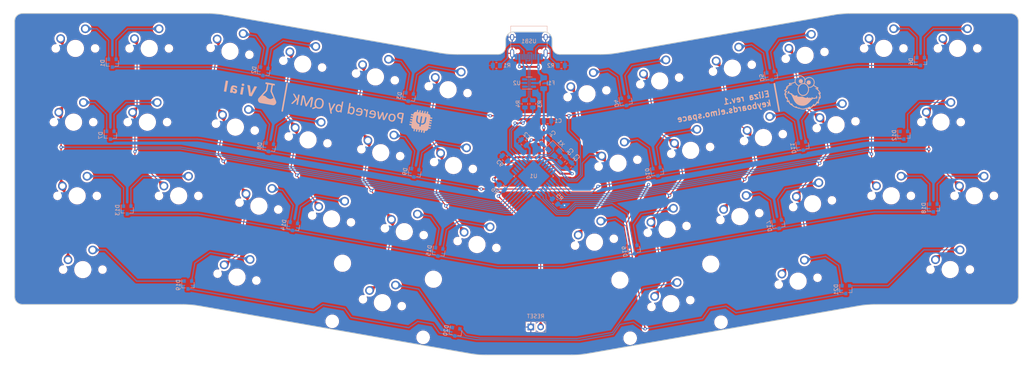
<source format=kicad_pcb>
(kicad_pcb (version 20221018) (generator pcbnew)
  (layers (0 "F.Cu" signal) (31 "B.Cu" signal) (34 "B.Paste" user) (35 "F.Paste" user) (36 "B.SilkS" user "B.Silkscreen") (37 "F.SilkS" user "F.Silkscreen") (38 "B.Mask" user) (39 "F.Mask" user) (44 "Edge.Cuts" user))
  (net 0 "")
  (net 1 "+5V")
  (net 2 "GND")
  (net 3 "Net-(C4-Pad1)")
  (net 4 "Net-(C5-Pad1)")
  (net 5 "Net-(C6-Pad1)")
  (net 6 "row0")
  (net 7 "Net-(D1-Pad2)")
  (net 8 "Net-(D1-Pad3)")
  (net 9 "Net-(D2-Pad2)")
  (net 10 "Net-(D2-Pad3)")
  (net 11 "Net-(D3-Pad2)")
  (net 12 "Net-(D3-Pad3)")
  (net 13 "Net-(D4-Pad2)")
  (net 14 "Net-(D4-Pad3)")
  (net 15 "Net-(D5-Pad2)")
  (net 16 "Net-(D5-Pad3)")
  (net 17 "Net-(D6-Pad2)")
  (net 18 "Net-(D6-Pad3)")
  (net 19 "row1")
  (net 20 "Net-(D7-Pad2)")
  (net 21 "Net-(D7-Pad3)")
  (net 22 "Net-(D8-Pad2)")
  (net 23 "Net-(D8-Pad3)")
  (net 24 "Net-(D9-Pad2)")
  (net 25 "Net-(D9-Pad3)")
  (net 26 "Net-(D10-Pad2)")
  (net 27 "Net-(D10-Pad3)")
  (net 28 "Net-(D11-Pad2)")
  (net 29 "Net-(D11-Pad3)")
  (net 31 "Net-(D12-Pad3)")
  (net 32 "row2")
  (net 33 "Net-(D13-Pad2)")
  (net 34 "Net-(D13-Pad3)")
  (net 35 "Net-(D14-Pad2)")
  (net 36 "Net-(D14-Pad3)")
  (net 37 "Net-(D15-Pad2)")
  (net 38 "Net-(D15-Pad3)")
  (net 39 "Net-(D16-Pad2)")
  (net 40 "Net-(D16-Pad3)")
  (net 41 "Net-(D17-Pad2)")
  (net 42 "Net-(D17-Pad3)")
  (net 43 "Net-(D18-Pad2)")
  (net 44 "Net-(D18-Pad3)")
  (net 45 "row3")
  (net 46 "Net-(D19-Pad2)")
  (net 47 "Net-(D19-Pad3)")
  (net 48 "Net-(D20-Pad2)")
  (net 49 "Net-(D20-Pad3)")
  (net 50 "Net-(D21-Pad2)")
  (net 51 "Net-(D21-Pad3)")
  (net 52 "VCC")
  (net 53 "col0")
  (net 54 "col1")
  (net 55 "col2")
  (net 56 "col3")
  (net 57 "col4")
  (net 58 "col5")
  (net 59 "col6")
  (net 60 "col7")
  (net 61 "col8")
  (net 62 "col9")
  (net 63 "col10")
  (net 64 "col11")
  (net 65 "Net-(R1-Pad2)")
  (net 66 "Net-(R2-Pad2)")
  (net 67 "D+")
  (net 68 "Net-(R3-Pad2)")
  (net 69 "D-")
  (net 70 "Net-(R4-Pad2)")
  (net 71 "Net-(R5-Pad2)")
  (net 72 "Net-(R6-Pad1)")
  (footprint "MX_Only:MXOnly-1U-NoLED" (layer "F.Cu") (at 232.448653 90.97188 10)
    (fp_text reference "MX22")
    (fp_text value "MX-NoLED")
  )
  (footprint "MX_Only:MXOnly-2.25U-ReversedStabilizers-NoLED" (layer "F.Cu") (at 189.818106 137.176549 10)
    (fp_text reference "MX39")
    (fp_text value "MX-NoLED")
  )
  (footprint "MX_Only:MXOnly-1U-NoLED" (layer "F.Cu") (at 170.094592 121.31046 10)
    (fp_text reference "MX30")
    (fp_text value "MX-NoLED")
  )
  (footprint "MX_Only:MXOnly-1U-NoLED" (layer "F.Cu") (at 102.26425 115.303523 -10)
    (fp_text reference "MX27")
    (fp_text value "MX-NoLED")
  )
  (footprint "MX_Only:MXOnly-1U-NoLED" (layer "F.Cu") (at 35.680431 90.301443)
    (fp_text reference "MX13")
    (fp_text value "MX-NoLED")
  )
  (footprint "MX_Only:MXOnly-1U-NoLED" (layer "F.Cu") (at 222.649136 131.387554 10)
    (fp_text reference "MX40")
    (fp_text value "MX-NoLED")
  )
  (footprint "MX_Only:MXOnly-1U-NoLED" (layer "F.Cu") (at 244.756485 71.234792)
    (fp_text reference "MX11")
    (fp_text value "MX-NoLED")
  )
  (footprint "MX_Only:MXOnly-1U-NoLED" (layer "F.Cu") (at 38.065733 128.403843)
    (fp_text reference "MX36")
    (fp_text value "MX-NoLED")
  )
  (footprint "MX_Only:MXOnly-1U-NoLED" (layer "F.Cu") (at 83.503662 111.995525 -10)
    (fp_text reference "MX26")
    (fp_text value "MX-NoLED")
  )
  (footprint "MX_Only:MXOnly-1U-NoLED" (layer "F.Cu") (at 54.730434 90.301442)
    (fp_text reference "MX14")
    (fp_text value "MX-NoLED")
  )
  (footprint "MX_Only:MXOnly-1U-NoLED" (layer "F.Cu") (at 188.855183 118.002461 10)
    (fp_text reference "MX31")
    (fp_text value "MX-NoLED")
  )
  (footprint "MX_Only:MXOnly-1U-NoLED" (layer "F.Cu") (at 77.431366 91.580942 -10)
    (fp_text reference "MX15")
    (fp_text value "MX-NoLED")
  )
  (footprint "MX_Only:MXOnly-1U-NoLED" (layer "F.Cu") (at 213.688063 94.279877 10)
    (fp_text reference "MX21")
    (fp_text value "MX-NoLED")
  )
  (footprint "MX_Only:MXOnly-1U-NoLED" (layer "F.Cu") (at 226.376357 111.386467 10)
    (fp_text reference "MX33")
    (fp_text value "MX-NoLED")
  )
  (footprint "MX_Only:MXOnly-1U-NoLED" (layer "F.Cu") (at 77.850594 130.342614 -10)
    (fp_text reference "MX37")
    (fp_text value "MX-NoLED")
  )
  (footprint "MX_Only:MXOnly-1U-NoLED" (layer "F.Cu") (at 259.532932 90.284793)
    (fp_text reference "MX23")
    (fp_text value "MX-NoLED")
  )
  (footprint "MX_Only:MXOnly-1U-NoLED" (layer "F.Cu") (at 113.570394 78.609347 -10)
    (fp_text reference "MX5")
    (fp_text value "MX-NoLED")
  )
  (footprint "MX_Only:MXOnly-1U-NoLED" (layer "F.Cu") (at 205.689921 76.346288 10)
    (fp_text reference "MX9")
    (fp_text value "MX-NoLED")
  )
  (footprint "MX_Only:MXOnly-1U-NoLED" (layer "F.Cu") (at 176.166891 100.895874 10)
    (fp_text reference "MX19")
    (fp_text value "MX-NoLED")
  )
  (footprint "MX_Only:MXOnly-1U-NoLED" (layer "F.Cu") (at 133.71313 101.504932 -10)
    (fp_text reference "MX18")
    (fp_text value "MX-NoLED")
  )
  (footprint "MX_Only:MXOnly-1U-NoLED" (layer "F.Cu") (at 36.613884 109.351443)
    (fp_text reference "MX24")
    (fp_text value "MX-NoLED")
  )
  (footprint "MX_Only:MXOnly-1U-NoLED" (layer "F.Cu") (at 224.450507 73.03829 10)
    (fp_text reference "MX10")
    (fp_text value "MX-NoLED")
  )
  (footprint "MX_Only:MXOnly-1U-NoLED" (layer "F.Cu") (at 96.191956 94.888936 -10)
    (fp_text reference "MX16")
    (fp_text value "MX-NoLED")
  )
  (footprint "MX_Only:MXOnly-1U-NoLED" (layer "F.Cu") (at 114.952542 98.196933 -10)
    (fp_text reference "MX17")
    (fp_text value "MX-NoLED")
  )
  (footprint "MX_Only:MXOnly-1U-NoLED" (layer "F.Cu") (at 139.785427 121.919519 -10)
    (fp_text reference "MX29")
    (fp_text value "MX-NoLED")
  )
  (footprint "MX_Only:MXOnly-1U-NoLED" (layer "F.Cu") (at 121.024838 118.611521 -10)
    (fp_text reference "MX28")
    (fp_text value "MX-NoLED")
  )
  (footprint "MX_Only:MXOnly-1U-NoLED" (layer "F.Cu") (at 246.680534 109.334791)
    (fp_text reference "MX34")
    (fp_text value "MX-NoLED")
  )
  (footprint "MX_Only:MXOnly-1U-NoLED" (layer "F.Cu") (at 168.168745 82.962284 10)
    (fp_text reference "MX7")
    (fp_text value "MX-NoLED")
  )
  (footprint "MX_Only:MXOnly-1U-NoLED" (layer "F.Cu") (at 132.33098 81.917345 -10)
    (fp_text reference "MX6")
    (fp_text value "MX-NoLED")
  )
  (footprint "MX_Only:MXOnly-1U-NoLED" (layer "F.Cu") (at 94.809805 75.301349 -10)
    (fp_text reference "MX4")
    (fp_text value "MX-NoLED")
  )
  (footprint "MX_Only:MXOnly-1U-NoLED" (layer "F.Cu") (at 62.807633 109.351442)
    (fp_text reference "MX25")
    (fp_text value "MX-NoLED")
  )
  (footprint "MX_Only:MXOnly-1U-NoLED" (layer "F.Cu") (at 76.049218 71.993353 -10)
    (fp_text reference "MX3")
    (fp_text value "MX-NoLED")
  )
  (footprint "MX_Only:MXOnly-1U-NoLED" (layer "F.Cu") (at 207.615769 114.694465 10)
    (fp_text reference "MX32")
    (fp_text value "MX-NoLED")
  )
  (footprint "MX_Only:MXOnly-1U-NoLED" (layer "F.Cu") (at 55.210631 71.251443)
    (fp_text reference "MX2")
    (fp_text value "MX-NoLED")
  )
  (footprint "MX_Only:MXOnly-1U-NoLED" (layer "F.Cu") (at 36.160631 71.251442)
    (fp_text reference "MX1")
    (fp_text value "MX-NoLED")
  )
  (footprint "MX_Only:MXOnly-2.75U-ReversedStabilizers-NoLED" (layer "F.Cu") (at 115.371768 136.958608 -10)
    (fp_text reference "MX38")
    (fp_text value "MX-NoLED")
  )
  (footprint "MX_Only:MXOnly-1U-NoLED" (layer "F.Cu") (at 261.895134 128.384792)
    (fp_text reference "MX41")
    (fp_text value "MX-NoLED")
  )
  (footprint "MX_Only:MXOnly-1U-NoLED" (layer "F.Cu") (at 194.927478 97.587876 10)
    (fp_text reference "MX20")
    (fp_text value "MX-NoLED")
  )
  (footprint "MX_Only:MXOnly-1U-NoLED" (layer "F.Cu") (at 186.929332 79.654284 10)
    (fp_text reference "MX8")
    (fp_text value "MX-NoLED")
  )
  (footprint "MX_Only:MXOnly-1U-NoLED" (layer "F.Cu") (at 263.806484 71.234791)
    (fp_text reference "MX12")
    (fp_text value "MX-NoLED")
  )
  (footprint "MX_Only:MXOnly-1U-NoLED" (layer "F.Cu") (at 268.092733 109.334792)
    (fp_text reference "MX35")
    (fp_text value "MX-NoLED")
  )
  (footprint "custom_parts:D_SOT-23_ANK_norm" (layer "B.Cu") (at 129.881568 123.91894 -100)
    (fp_text reference "D15")
    (fp_text value "D_Small")
  )
  (footprint "Connector_PinHeader_2.54mm:PinHeader_1x02_P2.54mm_Vertical" (layer "B.Cu") (at 153.679004 143.230695 -90)
    (fp_text reference "RESET")
    (fp_text value "RESET")
  )
  (footprint "Capacitor_SMD:C_0805_2012Metric" (layer "B.Cu") (at 161.930108 99.942986 45)
    (fp_text reference "C5")
    (fp_text value "22pF")
  )
  (footprint "custom_parts:D_SOT-23_ANK_norm" (layer "B.Cu") (at 249.950005 93.700694 -90)
    (fp_text reference "D12")
    (fp_text value "D_Small")
  )
  (footprint "custom_parts:elmo" (layer "B.Cu") (at 223.825572 82.693579 -170)
    (fp_text reference "G***" hide)
    (fp_text value "LOGO" hide)
  )
  (footprint "Resistor_SMD:R_0805_2012Metric" (layer "B.Cu") (at 152.146772 85.589179 -90)
    (fp_text reference "R4")
    (fp_text value "22")
  )
  (footprint "Resistor_SMD:R_0805_2012Metric" (layer "B.Cu") (at 146.203172 107.179179 135)
    (fp_text reference "R6")
    (fp_text value "10k")
  )
  (footprint "custom_parts:D_SOT-23_ANK_norm" (layer "B.Cu") (at 134.239737 144.547113 -100)
    (fp_text reference "D20")
    (fp_text value "D_Small")
  )
  (footprint "custom_parts:D_SOT-23_ANK_norm" (layer "B.Cu") (at 65.200774 132.373682 -90)
    (fp_text reference "D19")
    (fp_text value "D_Small")
  )
  (footprint "Resistor_SMD:R_0805_2012Metric" (layer "B.Cu") (at 154.192003 85.579841 -90)
    (fp_text reference "R3")
    (fp_text value "22")
  )
  (footprint "custom_parts:D_SOT-23_ANK_norm" (layer "B.Cu") (at 257.570004 112.496693 -90)
    (fp_text reference "D18")
    (fp_text value "D_Small")
  )
  (footprint "custom_parts:D_SOT-23_ANK_norm" (layer "B.Cu") (at 45.690333 75.070189 -90)
    (fp_text reference "D1")
    (fp_text value "D_Small")
  )
  (footprint "custom_parts:D_SOT-23_ANK_norm" (layer "B.Cu") (at 254.268004 74.650693 -90)
    (fp_text reference "D6")
    (fp_text value "D_Small")
  )
  (footprint "Capacitor_SMD:C_0805_2012Metric" (layer "B.Cu") (at 157.976604 89.966893)
    (fp_text reference "C1")
    (fp_text value "10uF")
  )
  (footprint "custom_parts:D_SOT-23_ANK_norm" (layer "B.Cu") (at 180.303905 123.317706 -80)
    (fp_text reference "D16")
    (fp_text value "D_Small")
  )
  (footprint "custom_parts:D_SOT-23_ANK_norm" (layer "B.Cu") (at 123.684204 103.482298 -100)
    (fp_text reference "D9")
    (fp_text value "D_Small")
  )
  (footprint "custom_parts:D_SOT-23_ANK_norm" (layer "B.Cu") (at 84.718347 77.26769 -100)
    (fp_text reference "D2")
    (fp_text value "D_Small")
  )
  (footprint "Package_QFP:TQFP-32_7x7mm_P0.8mm" (layer "B.Cu") (at 154.409696 104.276511 -135)
    (fp_text reference "U1")
    (fp_text value "ATmega32U2-A")
  )
  (footprint "Capacitor_SMD:C_0805_2012Metric" (layer "B.Cu") (at 163.492675 101.50555 45)
    (fp_text reference "C3")
    (fp_text value "0.1uF")
  )
  (footprint "custom_parts:D_SOT-23_ANK_norm" (layer "B.Cu") (at 49.525732 113.017791 -90)
    (fp_text reference "D13")
    (fp_text value "D_Small")
  )
  (footprint "Connector_USB:USB_C_Receptacle_HRO_TYPE-C-31-M-12" (layer "B.Cu") (at 153.183131 69.380591)
    (fp_text reference "USB1")
    (fp_text value "USB_C_Receptacle_USB2.0")
  )
  (footprint "Resistor_SMD:R_0805_2012Metric" (layer "B.Cu") (at 161.558005 75.666695 180)
    (fp_text reference "R2")
    (fp_text value "5.1k")
  )
  (footprint "custom_parts:D_SOT-23_ANK_norm" (layer "B.Cu") (at 92.360393 117.302941 -100)
    (fp_text reference "D14")
    (fp_text value "D_Small")
  )
  (footprint "Fuse:Fuse_1206_3216Metric" (layer "B.Cu") (at 156.986004 80.238694 90)
    (fp_text reference "F1")
    (fp_text value "Polyfuse_Small")
  )
  (footprint "Resistor_SMD:R_0805_2012Metric" (layer "B.Cu") (at 159.915479 110.811396 135)
    (fp_text reference "R5")
    (fp_text value "10k")
  )
  (footprint "custom_parts:D_SOT-23_ANK_norm" (layer "B.Cu") (at 217.574941 116.745818 -80)
    (fp_text reference "D17")
    (fp_text value "D_Small")
  )
  (footprint "custom_parts:vial_logo" (layer "B.Cu") (at 80.613287 82.023658 170)
    (fp_text reference "G***" hide)
    (fp_text value "LOGO" hide)
  )
  (footprint "Capacitor_SMD:C_0805_2012Metric" (layer "B.Cu") (at 151.818342 95.578581 135)
    (fp_text reference "C2")
    (fp_text value "0.1uF")
  )
  (footprint "Crystal:Crystal_SMD_3225-4Pin_3.2x2.5mm" (layer "B.Cu") (at 159.595243 97.608119 -45)
    (fp_text reference "X1")
    (fp_text value "Crystal_GND24_Small")
  )
  (footprint "custom_parts:qmk" (layer "B.Cu") (at 109.982772 87.367179 170)
    (fp_text reference "G***" hide)
    (fp_text value "LOGO" hide)
  )
  (footprint "Capacitor_SMD:C_0805_2012Metric" (layer "B.Cu") (at 157.260376 95.273253 -135)
    (fp_text reference "C4")
    (fp_text value "22pF")
  )
  (footprint "custom_parts:D_SOT-23_ANK_norm" (layer "B.Cu") (at 45.182331 93.68839 -90)
    (fp_text reference "D7")
    (fp_text value "D_Small")
  )
  (footprint "custom_parts:D_SOT-23_ANK_norm" (layer "B.Cu") (at 178.190449 85.002611 -80)
    (fp_text reference "D4")
    (fp_text value "D_Small")
  )
  (footprint "Package_TO_SOT_SMD:SOT-23-6" (layer "B.Cu") (at 153.226803 80.187895)
    (fp_text reference "U2")
    (fp_text value "SRV05-4")
  )
  (footprint "custom_parts:D_SOT-23_ANK_norm" (layer "B.Cu") (at 234.964005 133.578694 -90)
    (fp_text reference "D21")
    (fp_text value "D_Small")
  )
  (footprint "custom_parts:D_SOT-23_ANK_norm" (layer "B.Cu") (at 86.163029 96.8663 -100)
    (fp_text reference "D8")
    (fp_text value "D_Small")
  )
  (footprint "custom_parts:D_SOT-23_ANK_norm" (layer "B.Cu") (at 186.295238 103.175312 -80)
    (fp_text reference "D10")
    (fp_text value "D_Small")
  )
  (footprint "custom_parts:D_SOT-23_ANK_norm" (layer "B.Cu") (at 122.23952 83.883684 -100)
    (fp_text reference "D3")
    (fp_text value "D_Small")
  )
  (footprint "Capacitor_SMD:C_0805_2012Metric" (layer "B.Cu") (at 147.004922 99.637656 135)
    (fp_text reference "C6")
    (fp_text value "1uF")
  )
  (footprint "Resistor_SMD:R_0805_2012Metric" (layer "B.Cu") (at 144.794004 75.666695)
    (fp_text reference "R1")
    (fp_text value "5.1k")
  )
  (footprint "custom_parts:D_SOT-23_ANK_norm" (layer "B.Cu") (at 215.711626 78.386615 -80)
    (fp_text reference "D5")
    (fp_text value "D_Small")
  )
  (footprint "custom_parts:D_SOT-23_ANK_norm" (layer "B.Cu") (at 223.816414 96.559318 -80)
    (fp_text reference "D11")
    (fp_text value "D_Small")
  )
  (gr_line (start 161.176369 72.788356) (end 171.570538 72.788357) (stroke (width 0.2)) (layer "Edge.Cuts"))
  (gr_line (start 20.472284 135.409792) (end 20.472281 64.20979) (stroke (width 0.2)) (layer "Edge.Cuts"))
  (gr_arc (start 147.17637 68.988357) (mid 147.762155 67.574142) (end 149.17637 66.988357) (stroke (width 0.2)) (layer "Edge.Cuts"))
  (gr_line (start 235.938988 62.209792) (end 277.502783 62.209794) (stroke (width 0.2)) (layer "Edge.Cuts"))
  (gr_arc (start 134.782198 72.788356) (mid 132.516149 72.689418) (end 130.267347 72.393357) (stroke (width 0.2)) (layer "Edge.Cuts"))
  (gr_arc (start 231.771433 62.574406) (mid 233.847251 62.301119) (end 235.938988 62.209792) (stroke (width 0.2)) (layer "Edge.Cuts"))
  (gr_line (start 22.472283 62.209795) (end 70.413751 62.209792) (stroke (width 0.2)) (layer "Edge.Cuts"))
  (gr_line (start 149.17637 66.988357) (end 157.176369 66.988356) (stroke (width 0.2)) (layer "Edge.Cuts"))
  (gr_arc (start 277.502783 62.209794) (mid 278.916995 62.79558) (end 279.502781 64.209792) (stroke (width 0.2)) (layer "Edge.Cuts"))
  (gr_arc (start 161.176369 72.788356) (mid 159.762156 72.20257) (end 159.176369 70.788357) (stroke (width 0.2)) (layer "Edge.Cuts"))
  (gr_arc (start 20.472281 64.20979) (mid 21.058068 62.795577) (end 22.472283 62.209795) (stroke (width 0.2)) (layer "Edge.Cuts"))
  (gr_line (start 74.581306 62.574403) (end 130.267347 72.393357) (stroke (width 0.2)) (layer "Edge.Cuts"))
  (gr_line (start 137.930137 150.104594) (end 68.174476 137.80479) (stroke (width 0.2)) (layer "Edge.Cuts"))
  (gr_arc (start 168.422602 150.104596) (mid 166.346784 150.377883) (end 164.255046 150.469211) (stroke (width 0.2)) (layer "Edge.Cuts"))
  (gr_arc (start 70.413751 62.209792) (mid 72.505488 62.301119) (end 74.581306 62.574403) (stroke (width 0.2)) (layer "Edge.Cuts"))
  (gr_line (start 279.502781 64.209792) (end 279.502782 135.409792) (stroke (width 0.2)) (layer "Edge.Cuts"))
  (gr_arc (start 238.178261 137.80479) (mid 240.427065 137.50873) (end 242.693115 137.409794) (stroke (width 0.2)) (layer "Edge.Cuts"))
  (gr_arc (start 22.472282 137.409792) (mid 21.058067 136.824007) (end 20.472284 135.409792) (stroke (width 0.2)) (layer "Edge.Cuts"))
  (gr_arc (start 279.502782 135.409792) (mid 278.916994 136.824004) (end 277.502783 137.409795) (stroke (width 0.2)) (layer "Edge.Cuts"))
  (gr_arc (start 63.659623 137.409795) (mid 65.925672 137.508733) (end 68.174476 137.80479) (stroke (width 0.2)) (layer "Edge.Cuts"))
  (gr_line (start 176.085394 72.393358) (end 231.771433 62.574406) (stroke (width 0.2)) (layer "Edge.Cuts"))
  (gr_arc (start 147.17637 70.788358) (mid 146.590581 72.20257) (end 145.176368 72.788354) (stroke (width 0.2)) (layer "Edge.Cuts"))
  (gr_line (start 277.502783 137.409795) (end 242.693115 137.409794) (stroke (width 0.2)) (layer "Edge.Cuts"))
  (gr_line (start 238.178261 137.80479) (end 168.422602 150.104596) (stroke (width 0.2)) (layer "Edge.Cuts"))
  (gr_line (start 147.17637 70.788358) (end 147.17637 68.988357) (stroke (width 0.2)) (layer "Edge.Cuts"))
  (gr_line (start 164.255046 150.469211) (end 142.097693 150.46921) (stroke (width 0.2)) (layer "Edge.Cuts"))
  (gr_arc (start 176.085394 72.393358) (mid 173.836589 72.689419) (end 171.570538 72.788357) (stroke (width 0.2)) (layer "Edge.Cuts"))
  (gr_arc (start 157.176369 66.988356) (mid 158.590584 67.574142) (end 159.176365 68.988358) (stroke (width 0.2)) (layer "Edge.Cuts"))
  (gr_line (start 159.176365 68.988358) (end 159.176369 70.788357) (stroke (width 0.2)) (layer "Edge.Cuts"))
  (gr_line (start 63.659623 137.409795) (end 22.472282 137.409792) (stroke (width 0.2)) (layer "Edge.Cuts"))
  (gr_line (start 134.782198 72.788356) (end 145.176368 72.788354) (stroke (width 0.2)) (layer "Edge.Cuts"))
  (gr_arc (start 142.097693 150.46921) (mid 140.005955 150.377883) (end 137.930137 150.104594) (stroke (width 0.2)) (layer "Edge.Cuts"))
  (gr_text "|" (at 90.221571 83.506379 -10) (layer "B.SilkS") (effects (font (size 5 5) (thickness 0.4)) (justify mirror)))
  (gr_text "|" (at 217.069171 83.506379 10) (layer "B.SilkS") (effects (font (size 5 5) (thickness 0.4)) (justify mirror)))
  (gr_text "Eliza rev.1\nkeyboards.elmo.space" (at 215.646772 84.115979 10) (layer "B.SilkS") (effects (font (size 1.5 1.5) (thickness 0.3)) (justify left mirror)))
  (segment (start 161.281178 103.623178) (end 164.338772 103.623178) (width 0.5) (layer "F.Cu") (net 1))
  (segment (start 149.74958 99.365571) (end 144.069572 105.045579) (width 0.5) (layer "F.Cu") (net 1))
  (segment (start 157.023572 94.783979) (end 157.023571 96.307979) (width 0.5) (layer "F.Cu") (net 1))
  (segment (start 157.023571 96.307979) (end 157.023571 99.365571) (width 0.5) (layer "F.Cu") (net 1))
  (segment (start 153.823171 94.885579) (end 156.921972 94.885579) (width 0.5) (layer "F.Cu") (net 1))
  (segment (start 157.023571 99.365571) (end 161.281178 103.623178) (width 0.5) (layer "F.Cu") (net 1))
  (segment (start 156.921972 94.885579) (end 157.023572 94.783979) (width 0.5) (layer "F.Cu") (net 1))
  (segment (start 157.023571 99.365571) (end 149.74958 99.365571) (width 0.5) (layer "F.Cu") (net 1))
  (segment (start 157.0228 91.7448) (end 157.023572 94.783979) (width 0.5) (layer "F.Cu") (net 1))
  (via (at 157.0228 91.7448) (size 0.8) (drill 0.4) (layers "F.Cu" "B.Cu") (net 1))
  (via (at 164.338772 103.623178) (size 0.8) (drill 0.4) (layers "F.Cu" "B.Cu") (net 1))
  (via (at 153.823171 94.885579) (size 0.8) (drill 0.4) (layers "F.Cu" "B.Cu") (net 1))
  (via (at 144.069572 105.045579) (size 0.8) (drill 0.4) (layers "F.Cu" "B.Cu") (net 1))
  (segment (start 153.384391 99.291409) (end 152.818705 99.857093) (width 0.5) (layer "B.Cu") (net 1))
  (segment (start 153.823171 94.885579) (end 153.82317 94.917253) (width 0.5) (layer "B.Cu") (net 1))
  (segment (start 157.132058 100.988464) (end 158.051296 100.069226) (width 0.5) (layer "B.Cu") (net 1))
  (segment (start 152.490093 96.250333) (end 153.384393 97.144632) (width 0.5) (layer "B.Cu") (net 1))
  (segment (start 161.478112 102.177303) (end 162.820923 102.177302) (width 0.5) (layer "B.Cu") (net 1))
  (segment (start 153.384393 97.144632) (end 153.384391 99.291409) (width 0.5) (layer "B.Cu") (net 1))
  (segment (start 164.266802 103.623179) (end 162.820924 102.177301) (width 0.5) (layer "B.Cu") (net 1))
  (segment (start 159.370035 100.069226) (end 161.478112 102.177303) (width 0.5) (layer "B.Cu") (net 1))
  (segment (start 164.338772 103.623178) (end 164.266802 103.623179) (width 0.5) (layer "B.Cu") (net 1))
  (segment (start 153.82317 94.917253) (end 152.490093 96.250332) (width 0.5) (layer "B.Cu") (net 1))
  (segment (start 157.026602 89.966893) (end 157.026604 81.679294) (width 0.5) (layer "B.Cu") (net 1))
  (segment (start 158.051296 100.069226) (end 159.370035 100.069226) (width 0.5) (layer "B.Cu") (net 1))
  (segment (start 145.557935 106.533943) (end 144.069572 105.045579) (width 0.5) (layer "B.Cu") (net 1))
  (segment (start 157.026604 89.966893) (end 157.0228 91.7448) (width 0.5) (layer "B.Cu") (net 1))
  (segment (start 157.026604 81.679294) (end 156.986002 81.638694) (width 0.5) (layer "B.Cu") (net 1))
  (via (at 162.357572 111.801979) (size 0.8) (drill 0.4) (layers "F.Cu" "B.Cu") (net 2))
  (segment (start 148.946372 99.355979) (end 147.168372 97.577978) (width 0.5) (layer "B.Cu") (net 2))
  (segment (start 148.863133 74.645565) (end 148.324605 75.184094) (width 0.5) (layer "B.Cu") (net 2))
  (segment (start 149.933132 73.425592) (end 149.778132 73.42559) (width 0.5) (layer "B.Cu") (net 2))
  (segment (start 156.588132 73.42559) (end 157.503134 72.510591) (width 0.5) (layer "B.Cu") (net 2))
  (segment (start 157.503134 72.510591) (end 157.503134 74.786823) (width 0.5) (layer "B.Cu") (net 2))
  (segment (start 156.730045 95.945003) (end 156.588625 95.945003) (width 0.5) (layer "B.Cu") (net 2))
  (segment (start 162.46044 99.271234) (end 162.601862 99.271234) (width 0.5) (layer "B.Cu") (net 2))
  (segment (start 158.216385 97.431343) (end 156.730045 95.945003) (width 0.5) (layer "B.Cu") (net 2))
  (segment (start 162.357572 111.801979) (end 160.906061 111.801979) (width 0.5) (layer "B.Cu") (net 2))
  (segment (start 156.566372 100.422779) (end 155.448772 101.540379) (width 0.5) (layer "B.Cu") (net 2))
  (segment (start 151.121649 101.55415) (end 151.144543 101.554149) (width 0.5) (layer "B.Cu") (net 2))
  (segment (start 149.778132 73.42559) (end 148.863133 72.51059) (width 0.5) (layer "B.Cu") (net 2))
  (segment (start 148.863133 72.51059) (end 148.863133 74.645565) (width 0.5) (layer "B.Cu") (net 2))
  (segment (start 151.121649 101.55415) (end 151.121648 101.531256) (width 0.5) (layer "B.Cu") (net 2))
  (segment (start 156.433133 73.425591) (end 156.588132 73.42559) (width 0.5) (layer "B.Cu") (net 2))
  (segment (start 160.906061 111.801979) (end 160.560714 111.456631) (width 0.5) (layer "B.Cu") (net 2))
  (segment (start 151.121648 101.531256) (end 148.946372 99.355979) (width 0.5) (layer "B.Cu") (net 2))
  (segment (start 157.503134 74.786823) (end 157.697204 74.980894) (width 0.5) (layer "B.Cu") (net 2))
  (segment (start 162.601862 99.271234) (end 164.164427 100.833798) (width 0.5) (layer "B.Cu") (net 2))
  (segment (start 160.974101 97.784896) (end 162.46044 99.271234) (width 0.5) (layer "B.Cu") (net 2))
  (segment (start 151.144543 101.554149) (end 152.146772 102.556379) (width 0.5) (layer "B.Cu") (net 2))
  (segment (start 155.434999 99.291406) (end 156.040658 98.685748) (width 0.25) (layer "B.Cu") (net 3))
  (segment (start 159.5234 97.679963) (end 159.523401 96.334195) (width 0.25) (layer "B.Cu") (net 3))
  (segment (start 159.523401 96.334195) (end 159.418465 96.229261) (width 0.25) (layer "B.Cu") (net 3))
  (segment (start 157.932128 94.74292) (end 157.932125 94.6015) (width 0.25) (layer "B.Cu") (net 3))
  (segment (start 159.418465 96.229261) (end 157.932128 94.74292) (width 0.25) (layer "B.Cu") (net 3))
  (segment (start 158.517613 98.685749) (end 159.5234 97.679963) (width 0.25) (layer "B.Cu") (net 3))
  (segment (start 156.040658 98.685748) (end 158.517613 98.685749) (width 0.25) (layer "B.Cu") (net 3))
  (segment (start 156.000687 99.857094) (end 156.72251 99.13527) (width 0.25) (layer "B.Cu") (net 4))
  (segment (start 159.623726 99.13527) (end 159.772018 98.986978) (width 0.25) (layer "B.Cu") (net 4))
  (segment (start 156.72251 99.13527) (end 159.623726 99.13527) (width 0.25) (layer "B.Cu") (net 4))
  (segment (start 159.772018 98.986978) (end 161.258359 100.473317) (width 0.25) (layer "B.Cu") (net 4))
  (segment (start 161.258359 100.473317) (end 161.258357 100.614737) (width 0.25) (layer "B.Cu") (net 4))
  (segment (start 150.555963 102.119835) (end 149.249987 100.813858) (width 0.25) (layer "B.Cu") (net 5))
  (segment (start 148.181124 100.813858) (end 149.249987 100.813858) (width 0.25) (layer "B.Cu") (net 5))
  (segment (start 147.676674 100.309407) (end 148.181124 100.813858) (width 0.25) (layer "B.Cu") (net 5))
  (segment (start 143.206132 88.649556) (end 163.501449 88.60667) (width 0.25) (layer "F.Cu") (net 6))
  (via (at 163.501449 88.60667) (size 0.8) (drill 0.4) (layers "F.Cu" "B.Cu") (net 6))
  (via (at 143.206132 88.649556) (size 0.8) (drill 0.4) (layers "F.Cu" "B.Cu") (net 6))
  (segment (start 237.970863 75.650694) (end 235.2936 75.949212) (width 0.25) (layer "B.Cu") (net 6))
  (segment (start 45.690333 76.070189) (end 70.093433 76.07019) (width 0.25) (layer "B.Cu") (net 6))
  (segment (start 163.503087 88.607815) (end 163.501449 88.60667) (width 0.25) (layer "B.Cu") (net 6))
  (segment (start 159.774695 101.286378) (end 163.533895 105.045578) (width 0.25) (layer "B.Cu") (net 6))
  (segment (start 72.227036 76.080561) (end 70.093433 76.07019) (width 0.25) (layer "B.Cu") (net 6))
  (segment (start 254.268004 75.650694) (end 237.970863 75.650694) (width 0.25) (layer "B.Cu") (net 6))
  (segment (start 166.472372 103.927979) (end 166.472372 95.393579) (width 0.25) (layer "B.Cu") (net 6))
  (segment (start 159.096884 101.286378) (end 159.774695 101.286378) (width 0.25) (layer "B.Cu") (net 6))
  (segment (start 143.206132 88.649556) (end 143.163423 88.588559) (width 0.25) (layer "B.Cu") (net 6))
  (segment (start 163.501449 92.422656) (end 163.501449 88.60667) (width 0.25) (layer "B.Cu") (net 6))
  (segment (start 178.364098 85.987419) (end 215.885274 79.371422) (width 0.25) (layer "B.Cu") (net 6))
  (segment (start 178.364098 85.987419) (end 163.503087 88.607815) (width 0.25) (layer "B.Cu") (net 6))
  (segment (start 166.472372 95.393579) (end 163.501449 92.422656) (width 0.25) (layer "B.Cu") (net 6))
  (segment (start 163.533895 105.045578) (end 165.354772 105.045578) (width 0.25) (layer "B.Cu") (net 6))
  (segment (start 158.263427 102.119835) (end 159.096884 101.286378) (width 0.25) (layer "B.Cu") (net 6))
  (segment (start 215.885274 79.371422) (end 235.2936 75.949212) (width 0.25) (layer "B.Cu") (net 6))
  (segment (start 165.354772 105.045578) (end 166.472372 103.927979) (width 0.25) (layer "B.Cu") (net 6))
  (segment (start 122.065871 84.868492) (end 72.227036 76.080561) (width 0.25) (layer "B.Cu") (net 6))
  (segment (start 143.163423 88.588559) (end 122.065871 84.868492) (width 0.25) (layer "B.Cu") (net 6))
  (segment (start 44.740333 74.07019) (end 44.740333 69.208291) (width 0.25) (layer "B.Cu") (net 7))
  (segment (start 41.703486 66.171444) (end 38.700632 66.171443) (width 0.25) (layer "B.Cu") (net 7))
  (segment (start 44.740333 69.208291) (end 41.703486 66.171444) (width 0.25) (layer "B.Cu") (net 7))
  (segment (start 46.640334 74.070189) (end 46.640333 69.166024) (width 0.25) (layer "B.Cu") (net 8))
  (segment (start 46.640333 69.166024) (end 49.634915 66.171443) (width 0.25) (layer "B.Cu") (net 8))
  (segment (start 49.634915 66.171443) (end 57.750632 66.171442) (width 0.25) (layer "B.Cu") (net 8))
  (segment (start 84.847764 71.062885) (end 82.709698 68.009408) (width 0.25) (layer "B.Cu") (net 9))
  (segment (start 82.709698 68.009408) (end 79.432764 67.431595) (width 0.25) (layer "B.Cu") (net 9))
  (segment (start 83.956425 76.117915) (end 84.847764 71.062885) (width 0.25) (layer "B.Cu") (net 9))
  (segment (start 86.714499 71.417764) (end 89.797323 69.259147) (width 0.25) (layer "B.Cu") (net 10))
  (segment (start 85.827561 76.447846) (end 86.714499 71.417764) (width 0.25) (layer "B.Cu") (net 10))
  (segment (start 89.797323 69.259147) (end 98.19335 70.739593) (width 0.25) (layer "B.Cu") (net 10))
  (segment (start 122.368939 77.678878) (end 120.230872 74.625401) (width 0.25) (layer "B.Cu") (net 11))
  (segment (start 121.477598 82.733911) (end 122.368939 77.678878) (width 0.25) (layer "B.Cu") (net 11))
  (segment (start 120.230872 74.625401) (end 116.953936 74.04759) (width 0.25) (layer "B.Cu") (net 11))
  (segment (start 123.348734 83.063842) (end 124.235672 78.033759) (width 0.25) (layer "B.Cu") (net 12))
  (segment (start 127.318497 75.875143) (end 135.714524 77.35559) (width 0.25) (layer "B.Cu") (net 12))
  (segment (start 124.235672 78.033759) (end 127.318497 75.875143) (width 0.25) (layer "B.Cu") (net 12))
  (segment (start 176.09079 78.565689) (end 173.628089 76.841287) (width 0.25) (layer "B.Cu") (net 13))
  (segment (start 177.081234 84.182768) (end 176.09079 78.565689) (width 0.25) (layer "B.Cu") (net 13))
  (segment (start 173.628089 76.841287) (end 169.788023 77.518394) (width 0.25) (layer "B.Cu") (net 13))
  (segment (start 179.72832 75.765653) (end 188.548612 74.210395) (width 0.25) (layer "B.Cu") (net 14))
  (segment (start 177.96933 78.27775) (end 179.72832 75.765653) (width 0.25) (layer "B.Cu") (net 14))
  (segment (start 178.952367 83.852839) (end 177.96933 78.27775) (width 0.25) (layer "B.Cu") (net 14))
  (segment (start 210.648983 70.313504) (end 207.309199 70.902399) (width 0.25) (layer "B.Cu") (net 15))
  (segment (start 214.60241 77.566773) (end 213.700181 72.449976) (width 0.25) (layer "B.Cu") (net 15))
  (segment (start 213.700181 72.449976) (end 210.648983 70.313504) (width 0.25) (layer "B.Cu") (net 15))
  (segment (start 215.57872 72.162035) (end 217.749779 69.061443) (width 0.25) (layer "B.Cu") (net 16))
  (segment (start 216.473546 77.236843) (end 215.57872 72.162035) (width 0.25) (layer "B.Cu") (net 16))
  (segment (start 217.749779 69.061443) (end 226.069786 67.5944) (width 0.25) (layer "B.Cu") (net 16))
  (segment (start 251.135235 66.154793) (end 247.296484 66.154793) (width 0.25) (layer "B.Cu") (net 17))
  (segment (start 253.318004 68.337562) (end 251.135235 66.154793) (width 0.25) (layer "B.Cu") (net 17))
  (segment (start 253.318003 73.650693) (end 253.318004 68.337562) (width 0.25) (layer "B.Cu") (net 17))
  (segment (start 255.218004 73.650694) (end 255.218004 68.461953) (width 0.25) (layer "B.Cu") (net 18))
  (segment (start 255.218004 68.461953) (end 257.525167 66.15479) (width 0.25) (layer "B.Cu") (net 18))
  (segment (start 257.525167 66.15479) (end 266.346483 66.15479) (width 0.25) (layer "B.Cu") (net 18))
  (segment (start 170.305962 107.586571) (end 171.005863 106.88667) (width 0.25) (layer "F.Cu") (net 19))
  (segment (start 140.898698 107.586571) (end 170.305962 107.586571) (width 0.25) (layer "F.Cu") (net 19))
  (via (at 171.005863 106.88667) (size 0.8) (drill 0.4) (layers "F.Cu" "B.Cu") (net 19))
  (via (at 140.898698 107.586571) (size 0.8) (drill 0.4) (layers "F.Cu" "B.Cu") (net 19))
  (segment (start 171.005863 106.88667) (end 171.005862 106.963687) (width 0.25) (layer "B.Cu") (net 19))
  (segment (start 45.182331 94.68839) (end 65.720369 94.688391) (width 0.25) (layer "B.Cu") (net 19))
  (segment (start 186.468886 104.160121) (end 171.005863 106.88667) (width 0.25) (layer "B.Cu") (net 19))
  (segment (start 85.989381 97.851108) (end 68.668899 94.797039) (width 0.25) (layer "B.Cu") (net 19))
  (segment (start 161.036771 104.893179) (end 159.394799 103.251206) (width 0.25) (layer "B.Cu") (net 19))
  (segment (start 249.950004 94.700694) (end 240.714063 94.700693) (width 0.25) (layer "B.Cu") (net 19))
  (segment (start 67.614799 94.673558) (end 68.668899 94.797039) (width 0.25) (layer "B.Cu") (net 19))
  (segment (start 164.11751 108.634317) (end 161.036771 105.553579) (width 0.25) (layer "B.Cu") (net 19))
  (segment (start 65.720369 94.688391) (end 67.614799 94.673558) (width 0.25) (layer "B.Cu") (net 19))
  (segment (start 140.855989 107.525574) (end 140.898698 107.586571) (width 0.25) (layer "B.Cu") (net 19))
  (segment (start 223.990061 97.544126) (end 186.468886 104.160121) (width 0.25) (layer "B.Cu") (net 19))
  (segment (start 171.005862 106.963687) (end 169.335234 108.634316) (width 0.25) (layer "B.Cu") (net 19))
  (segment (start 85.989381 97.851108) (end 123.510555 104.467104) (width 0.25) (layer "B.Cu") (net 19))
  (segment (start 123.510556 104.467107) (end 140.855989 107.525574) (width 0.25) (layer "B.Cu") (net 19))
  (segment (start 240.714063 94.700693) (end 239.144352 94.870582) (width 0.25) (layer "B.Cu") (net 19))
  (segment (start 223.990061 97.544126) (end 239.143205 94.872219) (width 0.25) (layer "B.Cu") (net 19))
  (segment (start 239.143205 94.872219) (end 239.144352 94.870582) (width 0.25) (layer "B.Cu") (net 19))
  (segment (start 169.335234 108.634316) (end 164.11751 108.634317) (width 0.25) (layer "B.Cu") (net 19))
  (segment (start 123.510555 104.467104) (end 123.510556 104.467107) (width 0.25) (layer "B.Cu") (net 19))
  (segment (start 161.036771 105.553579) (end 161.036771 104.893179) (width 0.25) (layer "B.Cu") (net 19))
  (segment (start 44.232332 88.258289) (end 41.195485 85.221443) (width 0.25) (layer "B.Cu") (net 20))
  (segment (start 41.195485 85.221443) (end 38.220433 85.221443) (width 0.25) (layer "B.Cu") (net 20))
  (segment (start 44.232332 92.688391) (end 44.232332 88.258289) (width 0.25) (layer "B.Cu") (net 20))
  (segment (start 46.132332 88.317625) (end 49.228516 85.221441) (width 0.25) (layer "B.Cu") (net 21))
  (segment (start 46.132333 92.688391) (end 46.132332 88.317625) (width 0.25) (layer "B.Cu") (net 21))
  (segment (start 49.228516 85.221441) (end 57.270434 85.221441) (width 0.25) (layer "B.Cu") (net 21))
  (segment (start 86.248341 90.911638) (end 83.904239 87.563914) (width 0.25) (layer "B.Cu") (net 22))
  (segment (start 85.40111 95.716527) (end 86.248341 90.911638) (width 0.25) (layer "B.Cu") (net 22))
  (segment (start 83.904239 87.563914) (end 80.814911 87.019182) (width 0.25) (layer "B.Cu") (net 22))
  (segment (start 87.272245 96.046459) (end 88.115077 91.266519) (width 0.25) (layer "B.Cu") (net 23))
  (segment (start 91.492151 88.901865) (end 99.575499 90.327178) (width 0.25) (layer "B.Cu") (net 23))
  (segment (start 88.115077 91.266519) (end 91.492151 88.901865) (width 0.25) (layer "B.Cu") (net 23))
  (segment (start 122.922285 102.332525) (end 123.725411 97.777775) (width 0.25) (layer "B.Cu") (net 24))
  (segment (start 123.725411 97.777775) (end 121.175273 94.135802) (width 0.25) (layer "B.Cu") (net 24))
  (segment (start 121.175273 94.135802) (end 118.336086 93.635176) (width 0.25) (layer "B.Cu") (net 24))
  (segment (start 129.263465 95.561968) (end 137.096674 96.943175) (width 0.25) (layer "B.Cu") (net 25))
  (segment (start 125.592145 98.132657) (end 129.263465 95.561968) (width 0.25) (layer "B.Cu") (net 25))
  (segment (start 124.79342 102.662458) (end 125.592145 98.132657) (width 0.25) (layer "B.Cu") (net 25))
  (segment (start 181.188489 94.852063) (end 177.786168 95.451983) (width 0.25) (layer "B.Cu") (net 26))
  (segment (start 184.239687 96.988534) (end 181.188489 94.852063) (width 0.25) (layer "B.Cu") (net 26))
  (segment (start 185.186024 102.355471) (end 184.239687 96.988534) (width 0.25) (layer "B.Cu") (net 26))
  (segment (start 188.289282 93.600002) (end 196.546758 92.143986) (width 0.25) (layer "B.Cu") (net 27))
  (segment (start 187.057157 102.025539) (end 186.118225 96.700591) (width 0.25) (layer "B.Cu") (net 27))
  (segment (start 186.118225 96.700591) (end 188.289282 93.600002) (width 0.25) (layer "B.Cu") (net 27))
  (segment (start 218.959804 88.19196) (end 215.307341 88.835987) (width 0.25) (layer "B.Cu") (net 28))
  (segment (start 222.707198 95.739476) (end 221.716755 90.122397) (width 0.25) (layer "B.Cu") (net 28))
  (segment (start 221.716755 90.122397) (end 218.959804 88.19196) (width 0.25) (layer "B.Cu") (net 28))
  (segment (start 223.595293 89.834455) (end 225.560316 87.028113) (width 0.25) (layer "B.Cu") (net 29))
  (segment (start 225.560316 87.028113) (end 234.067933 85.527991) (width 0.25) (layer "B.Cu") (net 29))
  (segment (start 224.578332 95.409546) (end 223.595293 89.834455) (width 0.25) (layer "B.Cu") (net 29))
  (segment (start 250.900004 92.700693) (end 250.900005 88.273953) (width 0.25) (layer "B.Cu") (net 31))
  (segment (start 250.900005 88.273953) (end 253.969165 85.204793) (width 0.25) (layer "B.Cu") (net 31))
  (segment (start 253.969165 85.204793) (end 262.072932 85.204792) (width 0.25) (layer "B.Cu") (net 31))
  (segment (start 170.493252 112.048299) (end 170.393856 112.065862) (width 0.25) (layer "B.Cu") (net 32))
  (segment (start 49.525734 114.017792) (end 65.724633 114.017794) (width 0.25) (layer "B.Cu") (net 32))
  (segment (start 65.724633 114.017794) (end 67.818 114.028357) (width 0.25) (layer "B.Cu") (net 32))
  (segment (start 174.651172 111.293978) (end 170.493252 112.048299) (width 0.25) (layer "B.Cu") (net 32))
  (segment (start 257.570004 113.496694) (end 242.343135 113.496693) (width 0.25) (layer "B.Cu") (net 32))
  (segment (start 129.707922 124.903748) (end 145.151492 127.626865) (width 0.25) (layer "B.Cu") (net 32))
  (segment (start 178.613572 113.833978) (end 174.651172 111.293978) (width 0.25) (layer "B.Cu") (net 32))
  (segment (start 180.477553 124.302514) (end 161.977847 127.564511) (width 0.25) (layer "B.Cu") (net 32))
  (segment (start 92.186746 118.28775) (end 68.862875 114.175121) (width 0.25) (layer "B.Cu") (net 32))
  (segment (start 67.818 114.028357) (end 68.862875 114.175121) (width 0.25) (layer "B.Cu") (net 32))
  (segment (start 160.274774 114.087979) (end 155.448407 109.261614) (width 0.25) (layer "B.Cu") (net 32))
  (segment (start 217.748589 117.730626) (end 239.405402 113.911944) (width 0.25) (layer "B.Cu") (net 32))
  (segment (start 163.288768 114.087979) (end 160.274774 114.087979) (width 0.25) (layer "B.Cu") (net 32))
  (segment (start 239.405402 113.911944) (end 239.40655 113.910308) (width 0.25) (layer "B.Cu") (net 32))
  (segment (start 180.477553 124.302514) (end 217.748589 117.730626) (width 0.25) (layer "B.Cu") (net 32))
  (segment (start 170.393856 112.065862) (end 165.310883 112.065864) (width 0.25) (layer "B.Cu") (net 32))
  (segment (start 242.343135 113.496693) (end 239.40655 113.910308) (width 0.25) (layer "B.Cu") (net 32))
  (segment (start 129.707922 124.903748) (end 92.186746 118.28775) (width 0.25) (layer "B.Cu") (net 32))
  (segment (start 180.477553 124.302514) (end 178.613572 113.833978) (width 0.25) (layer "B.Cu") (net 32))
  (segment (start 165.310883 112.065864) (end 163.288768 114.087979) (width 0.25) (layer "B.Cu") (net 32))
  (segment (start 155.448407 109.261614) (end 155.435 109.261614) (width 0.25) (layer "B.Cu") (net 32))
  (segment (start 145.151492 127.626865) (end 161.977847 127.564511) (width 0.25) (layer "B.Cu") (net 32))
  (segment (start 48.575733 107.23209) (end 45.615085 104.271444) (width 0.25) (layer "B.Cu") (net 33))
  (segment (start 48.575734 112.017792) (end 48.575733 107.23209) (width 0.25) (layer "B.Cu") (net 33))
  (segment (start 45.615085 104.271444) (end 39.153884 104.271442) (width 0.25) (layer "B.Cu") (net 33))
  (segment (start 50.475734 107.342225) (end 53.546515 104.271439) (width 0.25) (layer "B.Cu") (net 34))
  (segment (start 53.546515 104.271439) (end 65.347633 104.271443) (width 0.25) (layer "B.Cu") (net 34))
  (segment (start 50.475733 112.017791) (end 50.475734 107.342225) (width 0.25) (layer "B.Cu") (net 34))
  (segment (start 89.601323 107.91234) (end 86.887207 107.433769) (width 0.25) (layer "B.Cu") (net 35))
  (segment (start 92.357494 111.84856) (end 89.601323 107.91234) (width 0.25) (layer "B.Cu") (net 35))
  (segment (start 91.598476 116.15317) (end 92.357494 111.84856) (width 0.25) (layer "B.Cu") (net 35))
  (segment (start 93.46961 116.483101) (end 94.224229 112.203442) (width 0.25) (layer "B.Cu") (net 36))
  (segment (start 94.224229 112.203442) (end 98.189796 109.426722) (width 0.25) (layer "B.Cu") (net 36))
  (segment (start 98.189796 109.426722) (end 105.647795 110.741767) (width 0.25) (layer "B.Cu") (net 36))
  (segment (start 130.010988 117.71413) (end 127.872922 114.660657) (width 0.25) (layer "B.Cu") (net 37))
  (segment (start 127.872922 114.660657) (end 124.408383 114.049763) (width 0.25) (layer "B.Cu") (net 37))
  (segment (start 129.11965 122.769163) (end 130.010988 117.71413) (width 0.25) (layer "B.Cu") (net 37))
  (segment (start 131.877724 118.069015) (end 134.960551 115.910396) (width 0.25) (layer "B.Cu") (net 38))
  (segment (start 130.990785 123.099096) (end 131.877724 118.069015) (width 0.25) (layer "B.Cu") (net 38))
  (segment (start 134.960551 115.910396) (end 143.168972 117.357762) (width 0.25) (layer "B.Cu") (net 38))
  (segment (start 179.194691 122.497863) (end 178.248353 117.130926) (width 0.25) (layer "B.Cu") (net 39))
  (segment (start 178.248353 117.130926) (end 175.491401 115.200486) (width 0.25) (layer "B.Cu") (net 39))
  (segment (start 175.491401 115.200486) (end 171.713873 115.866569) (width 0.25) (layer "B.Cu") (net 39))
  (segment (start 180.126892 116.842984) (end 182.091918 114.03664) (width 0.25) (layer "B.Cu") (net 40))
  (segment (start 182.091918 114.03664) (end 190.474462 112.558572) (width 0.25) (layer "B.Cu") (net 40))
  (segment (start 181.065823 122.167932) (end 180.126892 116.842984) (width 0.25) (layer "B.Cu") (net 40))
  (segment (start 212.762439 108.628599) (end 209.235048 109.250574) (width 0.25) (layer "B.Cu") (net 41))
  (segment (start 216.465725 115.925976) (end 215.519388 110.559037) (width 0.25) (layer "B.Cu") (net 41))
  (segment (start 215.519388 110.559037) (end 212.762439 108.628599) (width 0.25) (layer "B.Cu") (net 41))
  (segment (start 219.362948 107.464753) (end 227.995636 105.942578) (width 0.25) (layer "B.Cu") (net 42))
  (segment (start 217.397927 110.271095) (end 219.362948 107.464753) (width 0.25) (layer "B.Cu") (net 42))
  (segment (start 218.336859 115.596042) (end 217.397927 110.271095) (width 0.25) (layer "B.Cu") (net 42))
  (segment (start 254.589635 104.254792) (end 249.220533 104.254792) (width 0.25) (layer "B.Cu") (net 43))
  (segment (start 256.620003 111.496693) (end 256.620003 106.285161) (width 0.25) (layer "B.Cu") (net 43))
  (segment (start 256.620003 106.285161) (end 254.589635 104.254792) (width 0.25) (layer "B.Cu") (net 43))
  (segment (start 258.520005 111.496692) (end 258.520005 106.358752) (width 0.25) (layer "B.Cu") (net 44))
  (segment (start 260.623966 104.25479) (end 270.632734 104.254792) (width 0.25) (layer "B.Cu") (net 44))
  (segment (start 258.520005 106.358752) (end 260.623966 104.25479) (width 0.25) (layer "B.Cu") (net 44))
  (segment (start 183.180413 143.709538) (end 181.509172 134.306379) (width 0.25) (layer "F.Cu") (net 45))
  (segment (start 178.359572 116.424779) (end 184.049807 106.417813) (width 0.25) (layer "F.Cu") (net 45))
  (segment (start 181.509172 134.306379) (end 178.359572 116.424779) (width 0.25) (layer "F.Cu") (net 45))
  (via (at 184.049807 106.417813) (size 0.8) (drill 0.4) (layers "F.Cu" "B.Cu") (net 45))
  (via (at 183.180413 143.709538) (size 0.8) (drill 0.4) (layers "F.Cu" "B.Cu") (net 45))
  (segment (start 180.147113 141.968587) (end 182.743477 143.786581) (width 0.25) (layer "B.Cu") (net 45))
  (segment (start 134.053765 145.514323) (end 134.066088 145.531922) (width 0.25) (layer "B.Cu") (net 45))
  (segment (start 128.435077 142.496767) (end 130.054181 144.809088) (width 0.25) (layer "B.Cu") (net 45))
  (segment (start 122.170526 143.418987) (end 124.482845 141.799882) (width 0.25) (layer "B.Cu") (net 45))
  (segment (start 171.12023 109.083837) (end 163.17682 109.083837) (width 0.25) (layer "B.Cu") (net 45))
  (segment (start 124.482845 141.799882) (end 128.435077 142.496767) (width 0.25) (layer "B.Cu") (net 45))
  (segment (start 184.049807 106.417813) (end 183.795171 106.823579) (width 0.25) (layer "B.Cu") (net 45))
  (segment (start 206.59507 139.580902) (end 234.964004 134.578694) (width 0.25) (layer "B.Cu") (net 45))
  (segment (start 134.066088 145.531922) (end 139.654885 146.517375) (width 0.25) (layer "B.Cu") (net 45))
  (segment (start 163.17682 109.083837) (end 159.394799 105.301816) (width 0.25) (layer "B.Cu") (net 45))
  (segment (start 100.027861 137.436225) (end 105.631024 138.424214) (width 0.25) (layer "B.Cu") (net 45))
  (segment (start 204.057555 137.804114) (end 206.59507 139.580902) (width 0.25) (layer "B.Cu") (net 45))
  (segment (start 182.743477 143.786581) (end 197.990214 141.09817) (width 0.25) (layer "B.Cu") (net 45))
  (segment (start 121.149156 143.238892) (end 122.270582 143.43663) (width 0.25) (layer "B.Cu") (net 45))
  (segment (start 139.654885 146.517375) (end 166.288462 146.688045) (width 0.25) (layer "B.Cu") (net 45))
  (segment (start 176.707039 142.575165) (end 180.147113 141.968587) (width 0.25) (layer "B.Cu") (net 45))
  (segment (start 107.291336 140.795385) (end 121.149156 143.238892) (width 0.25) (layer "B.Cu") (net 45))
  (segment (start 174.889045 145.17153) (end 176.707039 142.575165) (width 0.25) (layer "B.Cu") (net 45))
  (segment (start 130.054181 144.809088) (end 134.053765 145.514323) (width 0.25) (layer "B.Cu") (net 45))
  (segment (start 97.65669 139.096537) (end 100.027861 137.436225) (width 0.25) (layer "B.Cu") (net 45))
  (segment (start 166.288462 146.688045) (end 174.889045 145.17153) (width 0.25) (layer "B.Cu") (net 45))
  (segment (start 105.631024 138.424214) (end 107.291336 140.795385) (width 0.25) (layer "B.Cu") (net 45))
  (segment (start 199.767002 138.560655) (end 204.057555 137.804114) (width 0.25) (layer "B.Cu") (net 45))
  (segment (start 183.795171 106.823579) (end 179.731173 107.534778) (width 0.25) (layer "B.Cu") (net 45))
  (segment (start 179.731173 107.534778) (end 171.12023 109.083837) (width 0.25) (layer "B.Cu") (net 45))
  (segment (start 65.200773 133.373683) (end 97.65669 139.096537) (width 0.25) (layer "B.Cu") (net 45))
  (segment (start 121.149156 143.238892) (end 122.170526 143.418987) (width 0.25) (layer "B.Cu") (net 45))
  (segment (start 197.990214 141.09817) (end 199.767002 138.560655) (width 0.25) (layer "B.Cu") (net 45))
  (segment (start 64.250773 131.373682) (end 51.940126 131.373683) (width 0.25) (layer "B.Cu") (net 46))
  (segment (start 51.940126 131.373683) (end 43.890288 123.323844) (width 0.25) (layer "B.Cu") (net 46))
  (segment (start 43.890288 123.323844) (end 40.605733 123.323844) (width 0.25) (layer "B.Cu") (net 46))
  (segment (start 70.926158 123.963282) (end 66.968834 126.73423) (width 0.25) (layer "B.Cu") (net 47))
  (segment (start 66.150774 131.373682) (end 66.968834 126.73423) (width 0.25) (layer "B.Cu") (net 47))
  (segment (start 81.234138 125.780857) (end 70.926158 123.963282) (width 0.25) (layer "B.Cu") (net 47))
  (segment (start 131.445879 143.039054) (end 124.73205 133.450712) (width 0.25) (layer "B.Cu") (net 48))
  (segment (start 124.73205 133.450712) (end 118.755311 132.396852) (width 0.25) (layer "B.Cu") (net 48))
  (segment (start 133.477818 143.39734) (end 131.445879 143.039054) (width 0.25) (layer "B.Cu") (net 48))
  (segment (start 136.906001 145.473557) (end 135.348952 143.727273) (width 0.25) (layer "B.Cu") (net 49))
  (segment (start 174.719749 144.629594) (end 171.08494 145.270509) (width 0.25) (layer "B.Cu") (net 49))
  (segment (start 140.554052 146.07361) (end 136.906001 145.473557) (width 0.25) (layer "B.Cu") (net 49))
  (segment (start 165.507064 146.233508) (end 140.554052 146.07361) (width 0.25) (layer "B.Cu") (net 49))
  (segment (start 171.08494 145.270509) (end 165.507064 146.233508) (width 0.25) (layer "B.Cu") (net 49))
  (segment (start 191.437385 131.732659) (end 182.667503 133.279026) (width 0.25) (layer "B.Cu") (net 49))
  (segment (start 182.667503 133.279026) (end 174.719749 144.629594) (width 0.25) (layer "B.Cu") (net 49))
  (segment (start 224.268415 125.943665) (end 229.723873 124.98172) (width 0.25) (layer "B.Cu") (net 50))
  (segment (start 229.723873 124.98172) (end 233.090062 127.338751) (width 0.25) (layer "B.Cu") (net 50))
  (segment (start 233.090062 127.338751) (end 234.014005 132.578694) (width 0.25) (layer "B.Cu") (net 50))
  (segment (start 264.435133 123.304793) (end 255.086765 123.304794) (width 0.25) (layer "B.Cu") (net 51))
  (segment (start 245.812864 132.578693) (end 235.914004 132.578693) (width 0.25) (layer "B.Cu") (net 51))
  (segment (start 255.086765 123.304794) (end 245.812864 132.578693) (width 0.25) (layer "B.Cu") (net 51))
  (segment (start 155.665205 76.022295) (end 150.788403 76.022296) (width 0.5) (layer "F.Cu") (net 52))
  (segment (start 150.788403 76.022296) (end 150.737605 75.971495) (width 0.5) (layer "F.Cu") (net 52))
  (via (at 150.737605 75.971495) (size 0.8) (drill 0.4) (layers "F.Cu" "B.Cu") (net 52))
  (via (at 155.665205 76.022295) (size 0.8) (drill 0.4) (layers "F.Cu" "B.Cu") (net 52))
  (segment (start 150.737604 73.430062) (end 150.733135 73.425589) (width 0.5) (layer "B.Cu") (net 52))
  (segment (start 154.364304 80.213294) (end 155.611404 80.213294) (width 0.5) (layer "B.Cu") (net 52))
  (segment (start 155.665205 76.022295) (end 155.665204 77.517895) (width 0.5) (layer "B.Cu") (net 52))
  (segment (start 150.737605 75.971495) (end 150.737604 73.430062) (width 0.5) (layer "B.Cu") (net 52))
  (segment (start 155.611404 80.213294) (end 156.986003 78.838692) (width 0.5) (layer "B.Cu") (net 52))
  (segment (start 155.633134 75.990223) (end 155.665205 76.022295) (width 0.5) (layer "B.Cu") (net 52))
  (segment (start 155.633134 73.42559) (end 155.633134 75.990223) (width 0.5) (layer "B.Cu") (net 52))
  (segment (start 155.665204 77.517895) (end 156.986003 78.838692) (width 0.5) (layer "B.Cu") (net 52))
  (segment (start 34.255733 118.370939) (end 33.325572 117.440778) (width 0.25) (layer "F.Cu") (net 53))
  (segment (start 33.325572 117.440778) (end 33.325572 107.333131) (width 0.25) (layer "F.Cu") (net 53))
  (segment (start 31.870432 87.842438) (end 32.461972 88.433978) (width 0.25) (layer "F.Cu") (net 53))
  (segment (start 32.350631 68.711442) (end 32.868371 69.229184) (width 0.25) (layer "F.Cu") (net 53))
  (segment (start 32.461972 88.433978) (end 32.461972 96.774772) (width 0.25) (layer "F.Cu") (net 53))
  (segment (start 32.461972 106.469532) (end 32.803884 106.811444) (width 0.25) (layer "F.Cu") (net 53))
  (segment (start 31.870431 87.761443) (end 31.870432 87.842438) (width 0.25) (layer "F.Cu") (net 53))
  (segment (start 34.255733 125.863843) (end 34.255733 118.370939) (width 0.25) (layer "F.Cu") (net 53))
  (segment (start 33.325572 107.333131) (end 32.803884 106.811444) (width 0.25) (layer "F.Cu") (net 53))
  (segment (start 32.803884 106.811444) (end 32.754636 106.811445) (width 0.25) (layer "F.Cu") (net 53))
  (segment (start 32.868372 86.249579) (end 31.870431 87.247518) (width 0.25) (layer "F.Cu") (net 53))
  (segment (start 32.754636 106.811445) (end 32.360372 106.417179) (width 0.25) (layer "F.Cu") (net 53))
  (segment (start 31.870431 87.247518) (end 31.870431 87.761443) (width 0.25) (layer "F.Cu") (net 53))
  (segment (start 32.868371 69.229184) (end 32.868372 86.249579) (width 0.25) (layer "F.Cu") (net 53))
  (segment (start 32.461972 96.774772) (end 32.461972 106.469532) (width 0.25) (layer "F.Cu") (net 53))
  (via (at 32.461972 96.774772) (size 0.8) (drill 0.4) (layers "F.Cu" "B.Cu") (net 53))
  (segment (start 144.78814 111.06964) (end 144.751111 111.06964) (width 0.25) (layer "B.Cu") (net 53))
  (segment (start 67.107572 97.425579) (end 144.751111 111.06964) (width 0.25) (layer "B.Cu") (net 53))
  (segment (start 144.78814 111.06964) (end 145.919511 111.06964) (width 0.25) (layer "B.Cu") (net 53))
  (segment (start 34.756022 96.765178) (end 63.399172 96.765178) (width 0.25) (layer "B.Cu") (net 53))
  (segment (start 32.471566 96.765178) (end 32.461972 96.774772) (width 0.25) (layer "B.Cu") (net 53))
  (segment (start 34.756022 96.765178) (end 32.471566 96.765178) (width 0.25) (layer "B.Cu") (net 53))
  (segment (start 63.399172 96.765178) (end 67.107572 97.425579) (width 0.25) (layer "B.Cu") (net 53))
  (segment (start 32.868372 96.765178) (end 34.756022 96.765178) (width 0.25) (layer "B.Cu") (net 53))
  (segment (start 145.919511 111.06964) (end 150.555964 106.433187) (width 0.25) (layer "B.Cu") (net 53))
  (segment (start 51.51197 99.325782) (end 51.511971 88.352978) (width 0.25) (layer "F.Cu") (net 54))
  (segment (start 51.511971 88.352978) (end 50.920434 87.761441) (width 0.25) (layer "F.Cu") (net 54))
  (segment (start 50.920434 87.761441) (end 52.070771 86.611103) (width 0.25) (layer "F.Cu") (net 54))
  (segment (start 52.070771 69.381586) (end 51.400631 68.711443) (width 0.25) (layer "F.Cu") (net 54))
  (segment (start 58.997633 106.811443) (end 51.51197 99.325782) (width 0.25) (layer "F.Cu") (net 54))
  (segment (start 52.070771 86.611103) (end 52.070771 69.381586) (width 0.25) (layer "F.Cu") (net 54))
  (via (at 51.511972 97.933578) (size 0.8) (drill 0.4) (layers "F.Cu" "B.Cu") (net 54))
  (segment (start 63.239092 97.214699) (end 145.348362 111.640788) (width 0.25) (layer "B.Cu") (net 54))
  (segment (start 145.348362 111.640788) (end 146.479733 111.640785) (width 0.25) (layer "B.Cu") (net 54))
  (segment (start 51.511972 97.933578) (end 52.230852 97.214699) (width 0.25) (layer "B.Cu") (net 54))
  (segment (start 146.479733 111.640785) (end 151.121649 106.99887) (width 0.25) (layer "B.Cu") (net 54))
  (segment (start 52.230852 97.214699) (end 63.239092 97.214699) (width 0.25) (layer "B.Cu") (net 54))
  (segment (start 70.77187 83.635854) (end 73.252868 69.565412) (width 0.25) (layer "F.Cu") (net 55))
  (segment (start 74.539543 127.179602) (end 78.077321 124.702423) (width 0.25) (layer "F.Cu") (net 55))
  (segment (start 74.290181 100.402969) (end 72.991319 98.548005) (width 0.25) (layer "F.Cu") (net 55))
  (segment (start 78.077321 124.702423) (end 80.738221 109.611721) (width 0.25) (layer "F.Cu") (net 55))
  (segment (start 73.252868 69.565412) (end 72.738167 68.830343) (width 0.25) (layer "F.Cu") (net 55))
  (segment (start 74.64532 89.167713) (end 74.120312 88.417928) (width 0.25) (layer "F.Cu") (net 55))
  (segment (start 72.991319 98.548005) (end 74.64532 89.167713) (width 0.25) (layer "F.Cu") (net 55))
  (segment (start 80.192611 108.832514) (end 74.290181 100.402969) (width 0.25) (layer "F.Cu") (net 55))
  (segment (start 74.120312 88.417928) (end 70.77187 83.635854) (width 0.25) (layer "F.Cu") (net 55))
  (via (at 74.290181 100.402969) (size 0.8) (drill 0.4) (layers "F.Cu" "B.Cu") (net 55))
  (segment (start 145.902055 112.204694) (end 147.047197 112.204695) (width 0.25) (layer "B.Cu") (net 55))
  (segment (start 75.235571 99.813179) (end 145.902055 112.204694) (width 0.25) (layer "B.Cu") (net 55))
  (segment (start 147.047197 112.204695) (end 151.687336 107.564558) (width 0.25) (layer "B.Cu") (net 55))
  (segment (start 74.290181 100.402969) (end 75.235571 99.813179) (width 0.25) (layer "B.Cu") (net 55))
  (segment (start 89.573665 87.002696) (end 92.054663 72.932259) (width 0.25) (layer "F.Cu") (net 56))
  (segment (start 91.793115 101.914853) (end 93.447113 92.534555) (width 0.25) (layer "F.Cu") (net 56))
  (segment (start 92.880904 91.725926) (end 89.573665 87.002696) (width 0.25) (layer "F.Cu") (net 56))
  (segment (start 93.447113 92.534555) (end 92.880904 91.725926) (width 0.25) (layer "F.Cu") (net 56))
  (segment (start 98.9532 112.140513) (end 91.793115 101.914853) (width 0.25) (layer "F.Cu") (net 56))
  (segment (start 92.054663 72.932259) (end 91.498753 72.138335) (width 0.25) (layer "F.Cu") (net 56))
  (via (at 93.251174 103.997176) (size 0.8) (drill 0.4) (layers "F.Cu" "B.Cu") (net 56))
  (segment (start 147.614968 112.768295) (end 152.253019 108.130243) (width 0.25) (layer "B.Cu") (net 56))
  (segment (start 93.980772 103.572379) (end 146.407486 112.768294) (width 0.25) (layer "B.Cu") (net 56))
  (segment (start 93.251174 103.997176) (end 93.980772 103.572379) (width 0.25) (layer "B.Cu") (net 56))
  (segment (start 146.407486 112.768294) (end 147.614968 112.768295) (width 0.25) (layer "B.Cu") (net 56))
  (segment (start 111.641491 95.033922) (end 108.293045 90.25185) (width 0.25) (layer "F.Cu") (net 57))
  (segment (start 112.060718 133.795598) (end 115.539647 131.359624) (width 0.25) (layer "F.Cu") (net 57))
  (segment (start 115.539647 131.359624) (end 118.218187 116.168869) (width 0.25) (layer "F.Cu") (net 57))
  (segment (start 117.713786 115.44851) (end 110.512495 105.164001) (width 0.25) (layer "F.Cu") (net 57))
  (segment (start 110.512495 105.164001) (end 112.166494 95.783707) (width 0.25) (layer "F.Cu") (net 57))
  (segment (start 108.293045 90.25185) (end 110.774045 76.181407) (width 0.25) (layer "F.Cu") (net 57))
  (segment (start 110.774045 76.181407) (end 110.259344 75.446337) (width 0.25) (layer "F.Cu") (net 57))
  (segment (start 118.218187 116.168869) (end 117.713786 115.44851) (width 0.25) (layer "F.Cu") (net 57))
  (via (at 112.484145 107.979807) (size 0.8) (drill 0.4) (layers "F.Cu" "B.Cu") (net 57))
  (segment (start 113.386372 107.433178) (end 146.983433 113.34424) (width 0.25) (layer "B.Cu") (net 57))
  (segment (start 147.04851 113.344241) (end 146.983433 113.34424) (width 0.25) (layer "B.Cu") (net 57))
  (segment (start 148.170392 113.344241) (end 152.818706 108.695927) (width 0.25) (layer "B.Cu") (net 57))
  (segment (start 112.484145 107.979807) (end 113.386372 107.433178) (width 0.25) (layer "B.Cu") (net 57))
  (segment (start 147.04851 113.344241) (end 148.170392 113.344241) (width 0.25) (layer "B.Cu") (net 57))
  (segment (start 136.474376 118.756509) (end 129.273084 108.471997) (width 0.25) (layer "F.Cu") (net 58))
  (segment (start 129.575839 79.548257) (end 129.019928 78.754335) (width 0.25) (layer "F.Cu") (net 58))
  (segment (start 129.273084 108.471997) (end 130.927083 99.091705) (width 0.25) (layer "F.Cu") (net 58))
  (segment (start 130.927083 99.091705) (end 130.402079 98.341921) (width 0.25) (layer "F.Cu") (net 58))
  (segment (start 127.09484 93.618696) (end 129.575839 79.548257) (width 0.25) (layer "F.Cu") (net 58))
  (segment (start 130.402079 98.341921) (end 127.09484 93.618696) (width 0.25) (layer "F.Cu") (net 58))
  (via (at 131.717115 111.962436) (size 0.8) (drill 0.4) (layers "F.Cu" "B.Cu") (net 58))
  (segment (start 148.812026 113.833979) (end 153.384391 109.261613) (width 0.25) (layer "B.Cu") (net 58))
  (segment (start 147.066772 113.833979) (end 132.74117 111.344779) (width 0.25) (layer "B.Cu") (net 58))
  (segment (start 147.066772 113.833979) (end 148.812026 113.833979) (width 0.25) (layer "B.Cu") (net 58))
  (segment (start 132.74117 111.344779) (end 131.717115 111.962436) (width 0.25) (layer "B.Cu") (net 58))
  (segment (start 172.728342 99.584464) (end 171.973707 99.056063) (width 0.25) (layer "F.Cu") (net 59))
  (segment (start 171.973707 99.056063) (end 167.255334 95.752221) (width 0.25) (layer "F.Cu") (net 59))
  (segment (start 164.774335 81.681779) (end 163.97556 81.122472) (width 0.25) (layer "F.Cu") (net 59))
  (segment (start 174.156106 107.681716) (end 172.728342 99.584464) (width 0.25) (layer "F.Cu") (net 59))
  (segment (start 165.901409 119.470647) (end 174.156106 107.681716) (width 0.25) (layer "F.Cu") (net 59))
  (segment (start 167.255334 95.752221) (end 164.774335 81.681779) (width 0.25) (layer "F.Cu") (net 59))
  (segment (start 160.019143 102.166545) (end 163.347697 105.495098) (width 0.25) (layer "B.Cu") (net 59))
  (segment (start 165.540969 105.495099) (end 166.921892 104.114176) (width 0.25) (layer "B.Cu") (net 59))
  (segment (start 158.829113 102.685521) (end 159.348089 102.166546) (width 0.25) (layer "B.Cu") (net 59))
  (segment (start 166.921892 100.887659) (end 168.905181 98.90437) (width 0.25) (layer "B.Cu") (net 59))
  (segment (start 159.348089 102.166546) (end 160.019143 102.166545) (width 0.25) (layer "B.Cu") (net 59))
  (segment (start 168.905181 98.90437) (end 171.973707 99.056062) (width 0.25) (layer "B.Cu") (net 59))
  (segment (start 163.347697 105.495098) (end 165.540969 105.495099) (width 0.25) (layer "B.Cu") (net 59))
  (segment (start 166.921892 104.114176) (end 166.921892 100.887659) (width 0.25) (layer "B.Cu") (net 59))
  (segment (start 192.9579 104.31487) (end 189.49014 109.267347) (width 0.25) (layer "F.Cu") (net 60))
  (segment (start 184.661999 116.162648) (end 189.49014 109.267347) (width 0.25) (layer "F.Cu") (net 60))
  (segment (start 185.387209 116.670446) (end 184.661999 116.162648) (width 0.25) (layer "F.Cu") (net 60))
  (segment (start 190.734294 95.748064) (end 191.547779 96.317673) (width 0.25) (layer "F.Cu") (net 60))
  (segment (start 186.01592 92.444223) (end 183.534923 78.373782) (width 0.25) (layer "F.Cu") (net 60))
  (segment (start 185.624922 135.336736) (end 188.064294 131.852952) (width 0.25) (layer "F.Cu") (net 60))
  (segment (start 190.734294 95.748064) (end 186.01592 92.444223) (width 0.25) (layer "F.Cu") (net 60))
  (segment (start 188.064294 131.852952) (end 185.387209 116.670446) (width 0.25) (layer "F.Cu") (net 60))
  (segment (start 191.547779 96.317673) (end 192.9579 104.31487) (width 0.25) (layer "F.Cu") (net 60))
  (segment (start 183.534923 78.373782) (end 182.736148 77.814474) (width 0.25) (layer "F.Cu") (net 60))
  (via (at 189.49014 109.267347) (size 0.8) (drill 0.4) (layers "F.Cu" "B.Cu") (net 60))
  (segment (start 156.871172 110.048661) (end 156.871172 109.566413) (width 0.25) (layer "B.Cu") (net 60))
  (segment (start 189.49014 109.267347) (end 188.367172 108.398379) (width 0.25) (layer "B.Cu") (net 60))
  (segment (start 160.45329 113.630778) (end 156.871172 110.048661) (width 0.25) (layer "B.Cu") (net 60))
  (segment (start 170.462602 111.57581) (end 165.165218 111.575811) (width 0.25) (layer "B.Cu") (net 60))
  (segment (start 156.871172 109.566413) (end 156.000688 108.695927) (width 0.25) (layer "B.Cu") (net 60))
  (segment (start 188.367172 108.398379) (end 170.462602 111.57581) (width 0.25) (layer "B.Cu") (net 60))
  (segment (start 165.165218 111.575811) (end 163.11025 113.630779) (width 0.25) (layer "B.Cu") (net 60))
  (segment (start 163.11025 113.630779) (end 160.45329 113.630778) (width 0.25) (layer "B.Cu") (net 60))
  (segment (start 204.835358 89.177431) (end 210.249517 92.968468) (width 0.25) (layer "F.Cu") (net 61))
  (segment (start 210.249517 92.968468) (end 211.677282 101.065723) (width 0.25) (layer "F.Cu") (net 61))
  (segment (start 203.422586 112.854653) (end 208.869561 105.075566) (width 0.25) (layer "F.Cu") (net 61))
  (segment (start 201.496736 74.506476) (end 202.35436 75.106992) (width 0.25) (layer "F.Cu") (net 61))
  (segment (start 211.677282 101.065723) (end 208.869561 105.075566) (width 0.25) (layer "F.Cu") (net 61))
  (segment (start 202.35436 75.106992) (end 204.835358 89.177431) (width 0.25) (layer "F.Cu") (net 61))
  (via (at 208.869561 105.075566) (size 0.8) (drill 0.4) (layers "F.Cu" "B.Cu") (net 61))
  (segment (start 208.869561 105.075566) (end 207.925171 104.486778) (width 0.25) (layer "B.Cu") (net 61))
  (segment (start 170.620166 111.072973) (end 165.032338 111.072973) (width 0.25) (layer "B.Cu") (net 61))
  (segment (start 207.925171 104.486778) (end 170.620166 111.072973) (width 0.25) (layer "B.Cu") (net 61))
  (segment (start 162.92405 113.181258) (end 160.639488 113.181259) (width 0.25) (layer "B.Cu") (net 61))
  (segment (start 157.582372 110.124143) (end 157.582371 109.109578) (width 0.25) (layer "B.Cu") (net 61))
  (segment (start 160.639488 113.181259) (end 157.582372 110.124143) (width 0.25) (layer "B.Cu") (net 61))
  (segment (start 157.582371 109.109578) (end 156.603036 108.130242) (width 0.25) (layer "B.Cu") (net 61))
  (segment (start 165.032338 111.072973) (end 162.92405 113.181258) (width 0.25) (layer "B.Cu") (net 61))
  (segment (start 156.603036 108.130242) (end 156.566372 108.130243) (width 0.25) (layer "B.Cu") (net 61))
  (segment (start 230.520284 97.640027) (end 229.127804 89.742885) (width 0.25) (layer "F.Cu") (net 62))
  (segment (start 228.255469 89.132069) (end 223.537096 85.828229) (width 0.25) (layer "F.Cu") (net 62))
  (segment (start 222.183171 109.546655) (end 230.520284 97.640027) (width 0.25) (layer "F.Cu") (net 62))
  (segment (start 221.056099 71.757786) (end 220.257323 71.198478) (width 0.25) (layer "F.Cu") (net 62))
  (segment (start 224.799678 120.487961) (end 222.967235 110.095661) (width 0.25) (layer "F.Cu") (net 62))
  (segment (start 223.537096 85.828229) (end 221.056099 71.757786) (width 0.25) (layer "F.Cu") (net 62))
  (segment (start 229.127804 89.742885) (end 228.255469 89.132069) (width 0.25) (layer "F.Cu") (net 62))
  (segment (start 222.967235 110.095661) (end 222.183171 109.546655) (width 0.25) (layer "F.Cu") (net 62))
  (segment (start 218.455952 129.547741) (end 224.799678 120.487961) (width 0.25) (layer "F.Cu") (net 62))
  (via (at 228.228059 100.913665) (size 0.8) (drill 0.4) (layers "F.Cu" "B.Cu") (net 62))
  (segment (start 161.276837 110.577966) (end 157.697742 106.998872) (width 0.25) (layer "B.Cu") (net 62))
  (segment (start 227.533971 100.57518) (end 170.683959 110.577965) (width 0.25) (layer "B.Cu") (net 62))
  (segment (start 170.683959 110.577965) (end 161.276837 110.577966) (width 0.25) (layer "B.Cu") (net 62))
  (segment (start 228.228059 100.913665) (end 227.533971 100.57518) (width 0.25) (layer "B.Cu") (net 62))
  (segment (start 241.605571 105.529831) (end 241.605572 69.35388) (width 0.25) (layer "F.Cu") (net 63))
  (segment (start 242.870534 106.794792) (end 241.605571 105.529831) (width 0.25) (layer "F.Cu") (net 63))
  (segment (start 241.605572 69.35388) (end 240.946484 68.694792) (width 0.25) (layer "F.Cu") (net 63))
  (via (at 241.605572 98.543179) (size 0.8) (drill 0.4) (layers "F.Cu" "B.Cu") (net 63))
  (segment (start 241.605572 98.543179) (end 240.589572 97.781179) (width 0.25) (layer "B.Cu") (net 63))
  (segment (start 161.912699 110.082458) (end 158.263428 106.433186) (width 0.25) (layer "B.Cu") (net 63))
  (segment (start 240.589572 97.781179) (end 170.848851 110.082458) (width 0.25) (layer "B.Cu") (net 63))
  (segment (start 170.848851 110.082458) (end 161.912699 110.082458) (width 0.25) (layer "B.Cu") (net 63))
  (segment (start 264.871972 119.057955) (end 264.871972 107.384031) (width 0.25) (layer "F.Cu") (net 64))
  (segment (start 258.085134 125.844792) (end 264.871972 119.057955) (width 0.25) (layer "F.Cu") (net 64))
  (segment (start 256.388371 96.561979) (end 256.388372 88.410233) (width 0.25) (layer "F.Cu") (net 64))
  (segment (start 264.282734 106.79479) (end 256.388371 98.900429) (width 0.25) (layer "F.Cu") (net 64))
  (segment (start 256.388371 97.282771) (end 256.388371 96.561979) (width 0.25) (layer "F.Cu") (net 64))
  (segment (start 256.388371 98.900429) (end 256.388371 97.282771) (width 0.25) (layer "F.Cu") (net 64))
  (segment (start 255.722932 87.744793) (end 260.655572 82.812153) (width 0.25) (layer "F.Cu") (net 64))
  (segment (start 264.871972 107.384031) (end 264.282734 106.79479) (width 0.25) (layer "F.Cu") (net 64))
  (segment (start 260.655572 82.812153) (end 260.655572 69.353878) (width 0.25) (layer "F.Cu") (net 64))
  (segment (start 260.655572 69.353878) (end 259.996484 68.694791) (width 0.25) (layer "F.Cu") (net 64))
  (segment (start 256.388372 88.410233) (end 255.722932 87.744793) (width 0.25) (layer "F.Cu") (net 64))
  (via (at 256.388371 97.282771) (size 0.8) (drill 0.4) (layers "F.Cu" "B.Cu") (net 64))
  (segment (start 240.691172 97.273179) (end 171.037286 109.573864) (width 0.25) (layer "B.Cu") (net 64))
  (segment (start 254.923222 97.273178) (end 256.388371 97.282771) (width 0.25) (layer "B.Cu") (net 64))
  (segment (start 162.535477 109.573865) (end 158.829113 105.8675) (width 0.25) (layer "B.Cu") (net 64))
  (segment (start 254.923222 97.273178) (end 240.691172 97.273179) (width 0.25) (layer "B.Cu") (net 64))
  (segment (start 171.037286 109.573864) (end 162.535477 109.573865) (width 0.25) (layer "B.Cu") (net 64))
  (segment (start 147.6248 71.565898) (end 148.604003 70.586695) (width 0.25) (layer "B.Cu") (net 65))
  (segment (start 151.933131 71.883822) (end 151.933133 73.425591) (width 0.25) (layer "B.Cu") (net 65))
  (segment (start 150.636004 70.586694) (end 151.933131 71.883822) (width 0.25) (layer "B.Cu") (net 65))
  (segment (start 148.604003 70.586695) (end 150.636004 70.586694) (width 0.25) (layer "B.Cu") (net 65))
  (segment (start 147.6248 73.748399) (end 147.6248 71.565898) (width 0.25) (layer "B.Cu") (net 65))
  (segment (start 145.706504 75.666695) (end 147.6248 73.748399) (width 0.25) (layer "B.Cu") (net 65))
  (segment (start 158.6992 71.53789) (end 158.566455 71.405145) (width 0.25) (layer "B.Cu") (net 66))
  (segment (start 158.6992 73.72039) (end 158.6992 71.53789) (width 0.25) (layer "B.Cu") (net 66))
  (segment (start 160.645505 75.666695) (end 158.6992 73.72039) (width 0.25) (layer "B.Cu") (net 66))
  (segment (start 158.566455 71.405145) (end 157.748003 70.586694) (width 0.25) (layer "B.Cu") (net 66))
  (segment (start 154.933132 71.369564) (end 154.933133 73.425591) (width 0.25) (layer "B.Cu") (net 66))
  (segment (start 157.748003 70.586694) (end 155.716005 70.586695) (width 0.25) (layer "B.Cu") (net 66))
  (segment (start 155.716005 70.586695) (end 154.933132 71.369564) (width 0.25) (layer "B.Cu") (net 66))
  (segment (start 154.364302 79.237894) (end 153.470604 79.237891) (width 0.2) (layer "B.Cu") (net 67))
  (segment (start 152.933132 72.451569) (end 152.983624 72.401079) (width 0.2) (layer "B.Cu") (net 67))
  (segment (start 152.983624 72.401079) (end 153.882644 72.40108) (width 0.2) (layer "B.Cu") (net 67))
  (segment (start 153.432571 75.867325) (end 153.933131 75.366764) (width 0.2) (layer "B.Cu") (net 67))
  (segment (start 154.192004 84.667344) (end 153.432573 83.907913) (width 0.2) (layer "B.Cu") (net 67))
  (segment (start 152.983624 72.401079) (end 153.72039 72.40108) (width 0.2) (layer "B.Cu") (net 67))
  (segment (start 153.882644 72.40108) (end 153.933133 72.451569) (width 0.2) (layer "B.Cu") (net 67))
  (segment (start 153.432573 83.907913) (end 153.432573 79.199864) (width 0.2) (layer "B.Cu") (net 67))
  (segment (start 153.933131 75.366764) (end 153.933133 73.42559) (width 0.2) (layer "B.Cu") (net 67))
  (segment (start 152.933132 73.425588) (end 152.933132 72.451569) (width 0.2) (layer "B.Cu") (net 67))
  (segment (start 153.933133 72.613823) (end 153.933133 73.42559) (width 0.2) (layer "B.Cu") (net 67))
  (segment (start 153.470604 79.237891) (end 153.432573 79.199864) (width 0.2) (layer "B.Cu") (net 67))
  (segment (start 153.933133 72.451569) (end 153.933133 73.42559) (width 0.2) (layer "B.Cu") (net 67))
  (segment (start 153.432573 79.199864) (end 153.432571 75.867325) (width 0.2) (layer "B.Cu") (net 67))
  (segment (start 151.636871 90.557627) (end 151.645469 90.566227) (width 0.25) (layer "F.Cu") (net 68))
  (segment (start 149.60487 90.557629) (end 151.636871 90.557627) (width 0.25) (layer "F.Cu") (net 68))
  (via (at 151.645469 90.566227) (size 0.8) (drill 0.4) (layers "F.Cu" "B.Cu") (net 68))
  (via (at 149.60487 90.557629) (size 0.8) (drill 0.4) (layers "F.Cu" "B.Cu") (net 68))
  (segment (start 149.581542 90.969835) (end 149.581544 90.580954) (width 0.25) (layer "B.Cu") (net 68))
  (segment (start 154.192003 88.019692) (end 154.192003 86.492341) (width 0.25) (layer "B.Cu") (net 68))
  (segment (start 151.687335 100.988464) (end 148.242851 97.54398) (width 0.25) (layer "B.Cu") (net 68))
  (segment (start 151.645469 90.566227) (end 154.192003 88.019692) (width 0.25) (layer "B.Cu") (net 68))
  (segment (start 148.242851 97.54398) (end 148.242852 92.308527) (width 0.25) (layer "B.Cu") (net 68))
  (segment (start 149.581544 90.580954) (end 149.60487 90.557629) (width 0.25) (layer "B.Cu") (net 68))
  (segment (start 148.242852 92.308527) (end 148.601486 91.949893) (width 0.25) (layer "B.Cu") (net 68))
  (segment (start 148.601486 91.949893) (end 149.581542 90.969835) (width 0.25) (layer "B.Cu") (net 68))
  (segment (start 153.033054 75.860445) (end 152.433131 75.260524) (width 0.2) (layer "B.Cu") (net 69))
  (segment (start 153.382644 74.4501) (end 152.483622 74.450101) (width 0.2) (layer "B.Cu") (net 69))
  (segment (start 152.483622 74.450101) (end 152.433134 74.399613) (width 0.2) (layer "B.Cu") (net 69))
  (segment (start 152.981503 81.137893) (end 153.033053 81.086341) (width 0.2) (layer "B.Cu") (net 69))
  (segment (start 152.160004 84.660194) (end 153.033052 83.787145) (width 0.2) (layer "B.Cu") (net 69))
  (segment (start 153.033053 81.086341) (end 153.033054 75.860445) (width 0.2) (layer "B.Cu") (net 69))
  (segment (start 153.033052 83.787145) (end 153.033053 81.086341) (width 0.2) (layer "B.Cu") (net 69))
  (segment (start 153.433131 74.399613) (end 153.382644 74.4501) (width 0.2) (layer "B.Cu") (net 69))
  (segment (start 152.089303 81.137892) (end 152.981503 81.137893) (width 0.2) (layer "B.Cu") (net 69))
  (segment (start 152.433131 75.260524) (end 152.433132 73.42559) (width 0.2) (layer "B.Cu") (net 69))
  (segment (start 153.433133 73.42559) (end 153.433131 74.399613) (width 0.2) (layer "B.Cu") (net 69))
  (segment (start 152.433134 74.399613) (end 152.433132 73.42559) (width 0.2) (layer "B.Cu") (net 69))
  (segment (start 148.692372 96.866779) (end 148.692371 92.494724) (width 0.25) (layer "B.Cu") (net 70))
  (segment (start 152.248372 100.422779) (end 148.692372 96.866779) (width 0.25) (layer "B.Cu") (net 70))
  (segment (start 148.692371 92.494724) (end 148.893944 92.293153) (width 0.25) (layer "B.Cu") (net 70))
  (segment (start 152.160003 89.027094) (end 152.160004 86.485194) (width 0.25) (layer "B.Cu") (net 70))
  (segment (start 148.893944 92.293153) (end 152.160003 89.027094) (width 0.25) (layer "B.Cu") (net 70))
  (segment (start 152.25302 100.422778) (end 152.248372 100.422779) (width 0.25) (layer "B.Cu") (net 70))
  (segment (start 157.132058 107.564558) (end 158.334955 108.767455) (width 0.25) (layer "B.Cu") (net 71))
  (segment (start 158.334951 109.302713) (end 159.270244 110.238002) (width 0.25) (layer "B.Cu") (net 71))
  (segment (start 158.334955 108.767455) (end 158.334951 109.302713) (width 0.25) (layer "B.Cu") (net 71))
  (segment (start 156.219004 120.344611) (end 156.219002 143.230692) (width 0.25) (layer "F.Cu") (net 72))
  (segment (start 145.288772 109.414379) (end 156.219004 120.344611) (width 0.25) (layer "F.Cu") (net 72))
  (via (at 145.288772 109.414379) (size 0.8) (drill 0.4) (layers "F.Cu" "B.Cu") (net 72))
  (segment (start 146.848407 107.824413) (end 146.848407 107.854743) (width 0.25) (layer "B.Cu") (net 72))
  (segment (start 146.848407 107.854743) (end 145.288772 109.414379) (width 0.25) (layer "B.Cu") (net 72))
  (segment (start 146.848407 107.824413) (end 146.901995 107.824415) (width 0.25) (layer "B.Cu") (net 72))
  (segment (start 146.901995 107.824415) (end 149.424591 105.301815) (width 0.25) (layer "B.Cu") (net 72))
  (zone (net 1) (net_name "+5V") (layer "F.Cu") (priority 16962) (connect_pads yes (clearance 0)) (min_thickness 0.0254) (fill yes (thermal_gap 0.508) (thermal_bridge_width 0.508))
    (polygon (pts (xy 157.273 92.534735) (xy 157.273358 92.447083) (xy 157.274802 92.370444) (xy 157.277809 92.302861) (xy 157.282859 92.242378) (xy 157.290429 92.18704) (xy 157.300998 92.13489) (xy 157.315046 92.083973) (xy 157.33305 92.032334) (xy 157.35549 91.978016) (xy 157.382844 91.919064) (xy 157.02275 91.544801) (xy 156.662845 91.919247) (xy 156.690228 91.978185) (xy 156.712696 92.032491) (xy 156.730726 92.084122) (xy 156.744799 92.135031) (xy 156.755395 92.187176) (xy 156.762993 92.24251) (xy 156.768073 92.30299) (xy 156.771114 92.370572) (xy 156.772597 92.447211) (xy 156.773001 92.534862)))
  )
  (zone (net 63) (net_name "col10") (layer "F.Cu") (priority 16962) (connect_pads yes (clearance 0)) (min_thickness 0.0254) (fill yes (thermal_gap 0.508) (thermal_bridge_width 0.508))
    (polygon (pts (xy 241.730571 70.738879) (xy 241.740116 70.454686) (xy 241.766025 70.216689) (xy 241.804208 70.014212) (xy 241.850572 69.836581) (xy 241.901027 69.673122) (xy 241.951482 69.513159) (xy 241.997846 69.34602) (xy 242.036029 69.161028) (xy 242.061938 68.94751) (xy 242.071484 68.694792) (xy 240.618685 68.237679) (xy 240.409451 69.683336) (xy 240.581932 69.769998) (xy 240.746016 69.843253) (xy 240.899405 69.909704) (xy 241.0398 69.975952) (xy 241.164903 70.048598) (xy 241.272414 70.134246) (xy 241.360035 70.239495) (xy 241.425467 70.370949) (xy 241.466412 70.535209) (xy 241.480572 70.738878)))
  )
  (zone (net 56) (net_name "col3") (layer "F.Cu") (priority 16962) (connect_pads yes (clearance 0)) (min_thickness 0.0254) (fill yes (thermal_gap 0.508) (thermal_bridge_width 0.508))
    (polygon (pts (xy 93.341867 93.851282) (xy 93.398692 93.577698) (xy 93.461957 93.351071) (xy 93.529902 93.160507) (xy 93.600767 92.995113) (xy 93.672795 92.843995) (xy 93.744227 92.69626) (xy 93.813303 92.541014) (xy 93.878266 92.367364) (xy 93.937355 92.164417) (xy 93.988813 91.921279) (xy 92.615366 91.230048) (xy 92.219818 92.636193) (xy 92.375403 92.742245) (xy 92.52479 92.835376) (xy 92.664635 92.921358) (xy 92.791598 93.005962) (xy 92.902335 93.094959) (xy 92.993504 93.194123) (xy 93.061764 93.309224) (xy 93.103772 93.446034) (xy 93.116187 93.610326) (xy 93.095666 93.80787)))
  )
  (zone (net 64) (net_name "col11") (layer "F.Cu") (priority 16962) (connect_pads yes (clearance 0)) (min_thickness 0.0254) (fill yes (thermal_gap 0.508) (thermal_bridge_width 0.508))
    (polygon (pts (xy 257.221997 86.068951) (xy 257.023007 86.247319) (xy 256.839868 86.372183) (xy 256.66765 86.453851) (xy 256.501421 86.502634) (xy 256.336251 86.528842) (xy 256.167211 86.542784) (xy 255.98937 86.554771) (xy 255.797797 86.575113) (xy 255.587562 86.614119) (xy 255.353735 86.6821) (xy 255.325185 88.14254) (xy 256.785625 88.11399) (xy 256.853605 87.880162) (xy 256.892611 87.669927) (xy 256.912953 87.478354) (xy 256.92494 87.300513) (xy 256.938882 87.131473) (xy 256.96509 86.966303) (xy 257.013873 86.800074) (xy 257.095541 86.627856) (xy 257.220405 86.444717) (xy 257.398774 86.245728)))
  )
  (zone (net 55) (net_name "col2") (layer "F.Cu") (priority 16962) (connect_pads yes (clearance 0)) (min_thickness 0.0254) (fill yes (thermal_gap 0.508) (thermal_bridge_width 0.508))
    (polygon (pts (xy 78.802539 107.065215) (xy 78.943643 107.292154) (xy 79.034808 107.494193) (xy 79.08533 107.677977) (xy 79.104507 107.850152) (xy 79.101635 108.017363) (xy 79.086012 108.186256) (xy 79.066935 108.363477) (xy 79.053701 108.555672) (xy 79.055607 108.769487) (xy 79.081952 109.011567) (xy 80.515247 109.293287) (xy 80.740734 107.850076) (xy 80.522263 107.742524) (xy 80.321996 107.667603) (xy 80.136865 107.614305) (xy 79.963807 107.571618) (xy 79.799756 107.528534) (xy 79.641647 107.474043) (xy 79.486414 107.397135) (xy 79.330994 107.286802) (xy 79.172319 107.132034) (xy 79.007327 106.921821)))
  )
  (zone (net 54) (net_name "col1") (layer "F.Cu") (priority 16962) (connect_pads yes (clearance 0)) (min_thickness 0.0254) (fill yes (thermal_gap 0.508) (thermal_bridge_width 0.508))
    (polygon (pts (xy 51.63697 89.847977) (xy 51.648406 89.556701) (xy 51.67945 89.313331) (xy 51.725198 89.106788) (xy 51.780749 88.92599) (xy 51.841201 88.75986) (xy 51.901654 88.597318) (xy 51.957205 88.427285) (xy 52.002952 88.23868) (xy 52.033996 88.020426) (xy 52.045433 87.761442) (xy 50.625694 87.282345) (xy 50.315009 88.709642) (xy 50.487133 88.811143) (xy 50.651061 88.896361) (xy 50.804455 88.97243) (xy 50.944978 89.046484) (xy 51.070294 89.125656) (xy 51.178066 89.21708) (xy 51.265956 89.32789) (xy 51.331629 89.46522) (xy 51.372746 89.636204) (xy 51.386971 89.847976)))
  )
  (zone (net 58) (net_name "col5") (layer "F.Cu") (priority 16962) (connect_pads yes (clearance 0)) (min_thickness 0.0254) (fill yes (thermal_gap 0.508) (thermal_bridge_width 0.508))
    (polygon (pts (xy 129.012007 96.574623) (xy 129.153111 96.801562) (xy 129.244276 97.003601) (xy 129.294798 97.187385) (xy 129.313975 97.359559) (xy 129.311103 97.52677) (xy 129.29548 97.695664) (xy 129.276403 97.872885) (xy 129.263169 98.06508) (xy 129.265075 98.278894) (xy 129.29142 98.520974) (xy 130.724715 98.802694) (xy 130.950202 97.359483) (xy 130.731731 97.251931) (xy 130.531464 97.177011) (xy 130.346333 97.123712) (xy 130.173275 97.081025) (xy 130.009224 97.037941) (xy 129.851115 96.98345) (xy 129.695883 96.906543) (xy 129.540462 96.79621) (xy 129.381787 96.641442) (xy 129.216795 96.431229)))
  )
  (zone (net 57) (net_name "col4") (layer "F.Cu") (priority 16962) (connect_pads yes (clearance 0)) (min_thickness 0.0254) (fill yes (thermal_gap 0.508) (thermal_bridge_width 0.508))
    (polygon (pts (xy 110.251418 93.266624) (xy 110.392523 93.493563) (xy 110.483688 93.695602) (xy 110.53421 93.879386) (xy 110.553386 94.051561) (xy 110.550514 94.218772) (xy 110.534891 94.387665) (xy 110.515814 94.564886) (xy 110.502581 94.757081) (xy 110.504487 94.970896) (xy 110.530832 95.212976) (xy 111.964127 95.494694) (xy 112.189613 94.051484) (xy 111.971142 93.943932) (xy 111.770875 93.869012) (xy 111.585744 93.815713) (xy 111.412686 93.773026) (xy 111.248635 93.729942) (xy 111.090526 93.675451) (xy 110.935294 93.598544) (xy 110.779873 93.488211) (xy 110.621198 93.333443) (xy 110.456206 93.12323)))
  )
  (zone (net 45) (net_name "row3") (layer "F.Cu") (priority 16962) (connect_pads yes (clearance 0)) (min_thickness 0.0254) (fill yes (thermal_gap 0.508) (thermal_bridge_width 0.508))
    (polygon (pts (xy 183.767971 107.166339) (xy 183.815525 107.089316) (xy 183.861138 107.0281) (xy 183.905813 106.979689) (xy 183.950554 106.941083) (xy 183.996364 106.909282) (xy 184.044246 106.881285) (xy 184.095204 106.854091) (xy 184.150241 106.8247) (xy 184.210361 106.790112) (xy 184.276567 106.747327) (xy 184.148667 106.243955) (xy 183.650678 106.391431) (xy 183.647761 106.470205) (xy 183.648778 106.539557) (xy 183.651663 106.601883) (xy 183.65435 106.65958) (xy 183.654773 106.715045) (xy 183.650868 106.770674) (xy 183.640568 106.828864) (xy 183.621808 106.892011) (xy 183.592523 106.962512) (xy 183.550648 107.042764)))
  )
  (zone (net 53) (net_name "col0") (layer "F.Cu") (priority 16962) (connect_pads yes (clearance 0)) (min_thickness 0.0254) (fill yes (thermal_gap 0.508) (thermal_bridge_width 0.508))
    (polygon (pts (xy 33.450572 108.938131) (xy 33.463964 108.639853) (xy 33.500316 108.391291) (xy 33.553887 108.180935) (xy 33.618937 107.997277) (xy 33.689727 107.828806) (xy 33.760517 107.664013) (xy 33.825567 107.49139) (xy 33.879138 107.299427) (xy 33.91549 107.076614) (xy 33.928883 106.811443) (xy 32.544056 106.312549) (xy 32.132388 107.71406) (xy 32.302851 107.830966) (xy 32.46559 107.92862) (xy 32.618196 108.014699) (xy 32.758263 108.096881) (xy 32.883385 108.182845) (xy 32.991154 108.28027) (xy 33.079164 108.396832) (xy 33.145008 108.540211) (xy 33.18628 108.718084) (xy 33.200572 108.938131)))
  )
  (zone (net 58) (net_name "col5") (layer "F.Cu") (priority 16962) (connect_pads yes (clearance 0)) (min_thickness 0.0254) (fill yes (thermal_gap 0.508) (thermal_bridge_width 0.508))
    (polygon (pts (xy 129.46712 80.88468) (xy 129.524505 80.60997) (xy 129.588879 80.382605) (xy 129.658346 80.191597) (xy 129.731008 80.025961) (xy 129.804968 79.874708) (xy 129.878328 79.726854) (xy 129.949192 79.571412) (xy 130.015663 79.397394) (xy 130.075844 79.193815) (xy 130.127837 78.949688) (xy 128.760786 78.255084) (xy 128.347194 79.656028) (xy 128.502372 79.764586) (xy 128.65144 79.859728) (xy 128.791038 79.947317) (xy 128.917808 80.033213) (xy 129.02839 80.123277) (xy 129.119426 80.223371) (xy 129.187555 80.339355) (xy 129.22942 80.477092) (xy 129.24166 80.642443) (xy 129.220918 80.841268)))
  )
  (zone (net 57) (net_name "col4") (layer "F.Cu") (priority 16962) (connect_pads yes (clearance 0)) (min_thickness 0.0254) (fill yes (thermal_gap 0.508) (thermal_bridge_width 0.508))
    (polygon (pts (xy 118.090367 117.613621) (xy 118.150803 117.331849) (xy 118.220935 117.099625) (xy 118.298185 116.905433) (xy 118.379975 116.737761) (xy 118.463727 116.585094) (xy 118.546863 116.435919) (xy 118.626806 116.278723) (xy 118.700978 116.10199) (xy 118.7668 115.894208) (xy 118.821695 115.643864) (xy 117.490084 114.932407) (xy 116.979821 116.301105) (xy 117.133103 116.424248) (xy 117.280803 116.53121) (xy 117.419442 116.628373) (xy 117.545544 116.722118) (xy 117.655631 116.818828) (xy 117.746228 116.924884) (xy 117.813856 117.046669) (xy 117.85504 117.190563) (xy 117.866301 117.362949) (xy 117.844165 117.570209)))
  )
  (zone (net 72) (net_name "Net-(R6-Pad1)") (layer "F.Cu") (priority 16962) (connect_pads yes (clearance 0)) (min_thickness 0.0254) (fill yes (thermal_gap 0.508) (thermal_bridge_width 0.508))
    (polygon (pts (xy 156.094003 141.540693) (xy 156.0837 141.740091) (xy 156.054529 141.903566) (xy 156.009088 142.038967) (xy 155.949981 142.154146) (xy 155.879808 142.256953) (xy 155.80117 142.355239) (xy 155.716669 142.456855) (xy 155.628907 142.569652) (xy 155.540485 142.70148) (xy 155.454004 142.860191) (xy 156.219005 143.655694) (xy 156.984003 142.860187) (xy 156.897521 142.701477) (xy 156.809098 142.569649) (xy 156.721335 142.456853) (xy 156.636834 142.355237) (xy 156.558197 142.256952) (xy 156.488023 142.154145) (xy 156.428916 142.038967) (xy 156.383475 141.903566) (xy 156.354304 141.740092) (xy 156.344002 141.540694)))
  )
  (zone (net 61) (net_name "col8") (layer "F.Cu") (priority 16962) (connect_pads yes (clearance 0)) (min_thickness 0.0254) (fill yes (thermal_gap 0.508) (thermal_bridge_width 0.508))
    (polygon (pts (xy 202.691916 76.301522) (xy 202.651583 76.03091) (xy 202.631153 75.80139) (xy 202.625796 75.603518) (xy 202.630682 75.427848) (xy 202.640982 75.264934) (xy 202.651866 75.105332) (xy 202.658504 74.939594) (xy 202.656066 74.758277) (xy 202.639723 74.551935) (xy 202.604645 74.311122) (xy 201.059321 74.152819) (xy 201.241485 75.602136) (xy 201.420476 75.63874) (xy 201.589741 75.667206) (xy 201.748044 75.693727) (xy 201.894154 75.724492) (xy 202.026838 75.765693) (xy 202.144862 75.823522) (xy 202.246995 75.904169) (xy 202.332003 76.013826) (xy 202.398653 76.158684) (xy 202.445714 76.344934)))
  )
  (zone (net 60) (net_name "col7") (layer "F.Cu") (priority 16962) (connect_pads yes (clearance 0)) (min_thickness 0.0254) (fill yes (thermal_gap 0.508) (thermal_bridge_width 0.508))
    (polygon (pts (xy 185.759494 118.061938) (xy 185.719949 117.777367) (xy 185.706234 117.535905) (xy 185.712045 117.327645) (xy 185.731077 117.14268) (xy 185.757027 116.971103) (xy 185.783591 116.803006) (xy 185.804465 116.628484) (xy 185.813345 116.43763) (xy 185.803927 116.220535) (xy 185.769907 115.967295) (xy 184.272847 115.756489) (xy 184.270166 117.217206) (xy 184.45582 117.279141) (xy 184.630752 117.328027) (xy 184.793869 117.370995) (xy 184.944082 117.41518) (xy 185.080301 117.467717) (xy 185.201433 117.535738) (xy 185.306389 117.626378) (xy 185.394078 117.746771) (xy 185.463409 117.90405) (xy 185.513292 118.10535)))
  )
  (zone (net 62) (net_name "col9") (layer "F.Cu") (priority 16962) (connect_pads yes (clearance 0)) (min_thickness 0.0254) (fill yes (thermal_gap 0.508) (thermal_bridge_width 0.508))
    (polygon (pts (xy 223.368455 107.635962) (xy 223.203462 107.846175) (xy 223.044787 108.000943) (xy 222.889367 108.111276) (xy 222.734134 108.188184) (xy 222.576025 108.242675) (xy 222.411974 108.285759) (xy 222.238916 108.328446) (xy 222.053786 108.381745) (xy 221.853518 108.456666) (xy 221.635049 108.564218) (xy 221.860538 110.007428) (xy 223.293832 109.725706) (xy 223.320175 109.483626) (xy 223.322081 109.269812) (xy 223.308847 109.077617) (xy 223.28977 108.900396) (xy 223.274147 108.731503) (xy 223.271275 108.564293) (xy 223.290451 108.392118) (xy 223.340973 108.208335) (xy 223.432138 108.006296) (xy 223.573243 107.779357)))
  )
  (zone (net 60) (net_name "col7") (layer "F.Cu") (priority 16962) (connect_pads yes (clearance 0)) (min_thickness 0.0254) (fill yes (thermal_gap 0.508) (thermal_bridge_width 0.508))
    (polygon (pts (xy 183.888107 79.656945) (xy 183.848109 79.380044) (xy 183.830645 79.145114) (xy 183.830231 78.942509) (xy 183.841382 78.762582) (xy 183.858615 78.595689) (xy 183.876445 78.432182) (xy 183.889388 78.262418) (xy 183.89196 78.076749) (xy 183.878677 77.865531) (xy 183.844056 77.619118) (xy 182.319569 77.436494) (xy 182.418952 78.893828) (xy 182.601319 78.941473) (xy 182.773429 78.97884) (xy 182.934122 79.012533) (xy 183.082238 79.049158) (xy 183.216618 79.095319) (xy 183.336103 79.157622) (xy 183.439534 79.242672) (xy 183.52575 79.357074) (xy 183.593594 79.507434) (xy 183.641905 79.700357)))
  )
  (zone (net 64) (net_name "col11") (layer "F.Cu") (priority 16962) (connect_pads yes (clearance 0)) (min_thickness 0.0254) (fill yes (thermal_gap 0.508) (thermal_bridge_width 0.508))
    (polygon (pts (xy 262.606892 105.295725) (xy 262.78526 105.494714) (xy 262.910124 105.677853) (xy 262.991792 105.850071) (xy 263.040575 106.0163) (xy 263.066783 106.181469) (xy 263.080725 106.35051) (xy 263.092711 106.528351) (xy 263.113053 106.719924) (xy 263.152058 106.930159) (xy 263.220039 107.163987) (xy 264.680479 107.19254) (xy 264.651932 105.732099) (xy 264.418104 105.664117) (xy 264.207869 105.625111) (xy 264.016296 105.604769) (xy 263.838454 105.592782) (xy 263.669414 105.578839) (xy 263.504245 105.552632) (xy 263.338016 105.503849) (xy 263.165797 105.42218) (xy 262.982658 105.297316) (xy 262.783669 105.118948)))
  )
  (zone (net 54) (net_name "col1") (layer "F.Cu") (priority 16962) (connect_pads yes (clearance 0)) (min_thickness 0.0254) (fill yes (thermal_gap 0.508) (thermal_bridge_width 0.508))
    (polygon (pts (xy 52.195771 70.746586) (xy 52.205007 70.463806) (xy 52.230076 70.226912) (xy 52.26702 70.025302) (xy 52.311881 69.848373) (xy 52.3607 69.685525) (xy 52.409519 69.526156) (xy 52.45438 69.359664) (xy 52.491324 69.175449) (xy 52.516393 68.962909) (xy 52.52563 68.711443) (xy 51.067116 68.258483) (xy 50.876055 69.706653) (xy 51.04832 69.790643) (xy 51.212195 69.861734) (xy 51.365385 69.926429) (xy 51.505596 69.991233) (xy 51.630532 70.06265) (xy 51.737898 70.147184) (xy 51.8254 70.251341) (xy 51.890743 70.381623) (xy 51.931631 70.544537) (xy 51.945771 70.746586)))
  )
  (zone (net 58) (net_name "col5") (layer "F.Cu") (priority 16962) (connect_pads yes (clearance 0)) (min_thickness 0.0254) (fill yes (thermal_gap 0.508) (thermal_bridge_width 0.508))
    (polygon (pts (xy 135.084304 116.98921) (xy 135.225408 117.216149) (xy 135.316573 117.418188) (xy 135.367095 117.601972) (xy 135.386272 117.774146) (xy 135.3834 117.941357) (xy 135.367777 118.110251) (xy 135.3487 118.287472) (xy 135.335466 118.479667) (xy 135.337372 118.693481) (xy 135.363717 118.935561) (xy 136.797012 119.21728) (xy 137.022499 117.77407) (xy 136.804028 117.666518) (xy 136.603761 117.591598) (xy 136.41863 117.538299) (xy 136.245572 117.495612) (xy 136.081521 117.452528) (xy 135.923412 117.398037) (xy 135.768179 117.32113) (xy 135.612759 117.210797) (xy 135.454084 117.056029) (xy 135.289092 116.845816)))
  )
  (zone (net 55) (net_name "col2") (layer "F.Cu") (priority 16962) (connect_pads yes (clearance 0)) (min_thickness 0.0254) (fill yes (thermal_gap 0.508) (thermal_bridge_width 0.508))
    (polygon (pts (xy 76.306841 125.78953) (xy 76.079901 125.930634) (xy 75.877862 126.021799) (xy 75.694078 126.072322) (xy 75.521903 126.091498) (xy 75.354692 126.088626) (xy 75.185799 126.073003) (xy 75.008578 126.053926) (xy 74.816383 126.040693) (xy 74.602568 126.042599) (xy 74.360489 126.068944) (xy 74.078771 127.502239) (xy 75.521981 127.727725) (xy 75.629532 127.509254) (xy 75.704452 127.308987) (xy 75.757751 127.123856) (xy 75.800438 126.950798) (xy 75.843522 126.786747) (xy 75.898013 126.628638) (xy 75.974921 126.473406) (xy 76.085254 126.317985) (xy 76.240022 126.15931) (xy 76.450236 125.994318)))
  )
  (zone (net 60) (net_name "col7") (layer "F.Cu") (priority 16962) (connect_pads yes (clearance 0)) (min_thickness 0.0254) (fill yes (thermal_gap 0.508) (thermal_bridge_width 0.508))
    (polygon (pts (xy 188.823601 94.56278) (xy 189.033814 94.727772) (xy 189.188582 94.886447) (xy 189.298915 95.041867) (xy 189.375823 95.1971) (xy 189.430314 95.355209) (xy 189.473398 95.51926) (xy 189.516085 95.692318) (xy 189.569383 95.877449) (xy 189.644304 96.077716) (xy 189.751856 96.296187) (xy 191.195067 96.0707) (xy 190.913347 94.637405) (xy 190.671267 94.61106) (xy 190.457453 94.609154) (xy 190.265258 94.622388) (xy 190.088037 94.641465) (xy 189.919143 94.657088) (xy 189.751932 94.65996) (xy 189.579758 94.640783) (xy 189.395974 94.590261) (xy 189.193935 94.499096) (xy 188.966996 94.357992)))
  )
  (zone (net 19) (net_name "row1") (layer "F.Cu") (priority 16962) (connect_pads yes (clearance 0)) (min_thickness 0.0254) (fill yes (thermal_gap 0.508) (thermal_bridge_width 0.508))
    (polygon (pts (xy 141.688698 107.461571) (xy 141.598236 107.458304) (xy 141.522475 107.448912) (xy 141.458308 107.434006) (xy 141.402633 107.414196) (xy 141.352345 107.390094) (xy 141.304338 107.362309) (xy 141.25551 107.331454) (xy 141.202756 107.298138) (xy 141.142972 107.262974) (xy 141.073053 107.226571) (xy 140.698698 107.586571) (xy 141.073053 107.946571) (xy 141.142972 107.910167) (xy 141.202756 107.875003) (xy 141.25551 107.841687) (xy 141.304338 107.810832) (xy 141.352345 107.783047) (xy 141.402633 107.758945) (xy 141.458308 107.739135) (xy 141.522475 107.724229) (xy 141.598236 107.714837) (xy 141.688698 107.711571)))
  )
  (zone (net 62) (net_name "col9") (layer "F.Cu") (priority 16962) (connect_pads yes (clearance 0)) (min_thickness 0.0254) (fill yes (thermal_gap 0.508) (thermal_bridge_width 0.508))
    (polygon (pts (xy 219.641236 127.637048) (xy 219.476242 127.847261) (xy 219.317568 128.002029) (xy 219.162147 128.112363) (xy 219.006915 128.18927) (xy 218.848806 128.243761) (xy 218.684754 128.286845) (xy 218.511696 128.329532) (xy 218.326566 128.382831) (xy 218.126298 128.457752) (xy 217.907828 128.565304) (xy 218.133316 130.008515) (xy 219.566611 129.726794) (xy 219.592954 129.484714) (xy 219.594861 129.2709) (xy 219.581627 129.078705) (xy 219.56255 128.901484) (xy 219.546927 128.73259) (xy 219.544055 128.565379) (xy 219.563232 128.393205) (xy 219.613754 128.209421) (xy 219.704919 128.007382) (xy 219.846024 127.780443)))
  )
  (zone (net 53) (net_name "col0") (layer "F.Cu") (priority 16962) (connect_pads yes (clearance 0)) (min_thickness 0.0254) (fill yes (thermal_gap 0.508) (thermal_bridge_width 0.508))
    (polygon (pts (xy 32.586972 89.848978) (xy 32.598408 89.557567) (xy 32.629451 89.314082) (xy 32.675199 89.107439) (xy 32.730749 88.926553) (xy 32.791201 88.760341) (xy 32.851653 88.597718) (xy 32.907203 88.427601) (xy 32.952951 88.238906) (xy 32.983994 88.020547) (xy 32.995431 87.761443) (xy 31.575911 87.282211) (xy 31.264569 88.709364) (xy 31.436776 88.811021) (xy 31.600778 88.896374) (xy 31.754238 88.972561) (xy 31.894819 89.046722) (xy 32.020183 89.125998) (xy 32.127995 89.217527) (xy 32.215917 89.32845) (xy 32.281611 89.465907) (xy 32.322742 89.637036) (xy 32.336972 89.848978)))
  )
  (zone (net 55) (net_name "col2") (layer "F.Cu") (priority 16962) (connect_pads yes (clearance 0)) (min_thickness 0.0254) (fill yes (thermal_gap 0.508) (thermal_bridge_width 0.508))
    (polygon (pts (xy 74.524446 90.573073) (xy 74.583752 90.29361) (xy 74.65166 90.062882) (xy 74.725866 89.86957) (xy 74.804068 89.702356) (xy 74.883962 89.549922) (xy 74.963245 89.400947) (xy 75.039616 89.244115) (xy 75.110771 89.068106) (xy 75.174407 88.861602) (xy 75.228223 88.613285) (xy 73.88334 87.907786) (xy 73.408644 89.289222) (xy 73.563057 89.40715) (xy 73.711631 89.509914) (xy 73.850935 89.60371) (xy 73.977536 89.694735) (xy 74.088004 89.789184) (xy 74.178907 89.893253) (xy 74.246814 90.01314) (xy 74.288293 90.155039) (xy 74.299913 90.325147) (xy 74.278244 90.529661)))
  )
  (zone (net 60) (net_name "col7") (layer "F.Cu") (priority 16962) (connect_pads yes (clearance 0)) (min_thickness 0.0254) (fill yes (thermal_gap 0.508) (thermal_bridge_width 0.508))
    (polygon (pts (xy 189.84087 108.548521) (xy 189.786308 108.620748) (xy 189.73516 108.677421) (xy 189.686145 108.721433) (xy 189.637984 108.755677) (xy 189.589396 108.783047) (xy 189.539101 108.806434) (xy 189.48582 108.828734) (xy 189.428271 108.852838) (xy 189.365175 108.881641) (xy 189.295252 108.918036) (xy 189.375425 109.431177) (xy 189.885041 109.331009) (xy 189.895324 109.252854) (xy 189.90081 109.183712) (xy 189.903778 109.12139) (xy 189.906509 109.063695) (xy 189.911284 109.008434) (xy 189.920385 108.953416) (xy 189.936092 108.896447) (xy 189.960685 108.835336) (xy 189.996447 108.767889) (xy 190.045658 108.691915)))
  )
  (zone (net 57) (net_name "col4") (layer "F.Cu") (priority 16962) (connect_pads yes (clearance 0)) (min_thickness 0.0254) (fill yes (thermal_gap 0.508) (thermal_bridge_width 0.508))
    (polygon (pts (xy 116.323714 113.681212) (xy 116.464818 113.908151) (xy 116.555983 114.11019) (xy 116.606506 114.293974) (xy 116.625682 114.466149) (xy 116.62281 114.63336) (xy 116.607187 114.802253) (xy 116.58811 114.979474) (xy 116.574877 115.171669) (xy 116.576783 115.385484) (xy 116.603128 115.627564) (xy 118.036423 115.909282) (xy 118.261909 114.466072) (xy 118.043438 114.35852) (xy 117.843171 114.2836) (xy 117.65804 114.230301) (xy 117.484982 114.187614) (xy 117.320931 114.14453) (xy 117.162822 114.090039) (xy 117.007589 114.013131) (xy 116.852169 113.902798) (xy 116.693494 113.74803) (xy 116.528502 113.537817)))
  )
  (zone (net 55) (net_name "col2") (layer "F.Cu") (priority 16962) (connect_pads yes (clearance 0)) (min_thickness 0.0254) (fill yes (thermal_gap 0.508) (thermal_bridge_width 0.508))
    (polygon (pts (xy 73.734662 99.827537) (xy 73.783872 99.903511) (xy 73.819634 99.970958) (xy 73.844228 100.03207) (xy 73.859935 100.089038) (xy 73.869035 100.144057) (xy 73.873811 100.199317) (xy 73.876542 100.257013) (xy 73.87951 100.319335) (xy 73.884995 100.388477) (xy 73.89528 100.466632) (xy 74.404896 100.566799) (xy 74.485068 100.053658) (xy 74.415144 100.017263) (xy 74.352048 99.988461) (xy 74.294499 99.964356) (xy 74.241218 99.942057) (xy 74.190923 99.918669) (xy 74.142335 99.8913) (xy 74.094174 99.857056) (xy 74.045159 99.813043) (xy 73.994011 99.75637) (xy 73.93945 99.684143)))
  )
  (zone (net 1) (net_name "+5V") (layer "F.Cu") (priority 16962) (connect_pads yes (clearance 0)) (min_thickness 0.0254) (fill yes (thermal_gap 0.508) (thermal_bridge_width 0.508))
    (polygon (pts (xy 144.451409 104.310189) (xy 144.38916 104.371898) (xy 144.333934 104.425055) (xy 144.284007 104.470704) (xy 144.237659 104.50989) (xy 144.193168 104.543656) (xy 144.148811 104.573047) (xy 144.102868 104.599106) (xy 144.053616 104.622877) (xy 143.999335 104.645404) (xy 143.938302 104.667733) (xy 143.928151 105.187) (xy 144.447418 105.176849) (xy 144.469746 105.115815) (xy 144.492273 105.061534) (xy 144.516044 105.012282) (xy 144.542103 104.966339) (xy 144.571494 104.921982) (xy 144.60526 104.877491) (xy 144.644446 104.831143) (xy 144.690095 104.781216) (xy 144.743252 104.72599) (xy 144.804962 104.663742)))
  )
  (zone (net 60) (net_name "col7") (layer "F.Cu") (priority 16962) (connect_pads yes (clearance 0)) (min_thickness 0.0254) (fill yes (thermal_gap 0.508) (thermal_bridge_width 0.508))
    (polygon (pts (xy 191.89749 97.58114) (xy 191.857351 97.305486) (xy 191.839096 97.071628) (xy 191.837403 96.869961) (xy 191.84695 96.690877) (xy 191.862413 96.524771) (xy 191.878471 96.362038) (xy 191.889801 96.193071) (xy 191.891081 96.008265) (xy 191.876988 95.798013) (xy 191.842202 95.55271) (xy 190.312886 95.375478) (xy 190.431014 96.831413) (xy 190.612895 96.876578) (xy 190.784607 96.911958) (xy 190.944975 96.944066) (xy 191.092825 96.979419) (xy 191.226983 97.024532) (xy 191.346274 97.085922) (xy 191.449525 97.170103) (xy 191.53556 97.283591) (xy 191.603206 97.432902) (xy 191.651288 97.624552)))
  )
  (zone (net 59) (net_name "col6") (layer "F.Cu") (priority 16962) (connect_pads yes (clearance 0)) (min_thickness 0.0254) (fill yes (thermal_gap 0.508) (thermal_bridge_width 0.508))
    (polygon (pts (xy 165.127519 82.964942) (xy 165.087521 82.688042) (xy 165.070058 82.453112) (xy 165.069643 82.250507) (xy 165.080795 82.07058) (xy 165.098027 81.903687) (xy 165.115857 81.740181) (xy 165.1288 81.570417) (xy 165.131373 81.384749) (xy 165.11809 81.173531) (xy 165.083469 80.927118) (xy 163.558982 80.744494) (xy 163.658367 82.201829) (xy 163.840734 82.249474) (xy 164.012843 82.28684) (xy 164.173535 82.320533) (xy 164.321651 82.357157) (xy 164.456031 82.403318) (xy 164.575516 82.465621) (xy 164.678946 82.550671) (xy 164.765163 82.665073) (xy 164.833006 82.815432) (xy 164.881317 83.008354)))
  )
  (zone (net 57) (net_name "col4") (layer "F.Cu") (priority 16962) (connect_pads yes (clearance 0)) (min_thickness 0.0254) (fill yes (thermal_gap 0.508) (thermal_bridge_width 0.508))
    (polygon (pts (xy 113.828016 132.405526) (xy 113.601076 132.54663) (xy 113.399037 132.637795) (xy 113.215254 132.688317) (xy 113.043079 132.707494) (xy 112.875868 132.704622) (xy 112.706975 132.688999) (xy 112.529754 132.669922) (xy 112.337559 132.656688) (xy 112.123745 132.658594) (xy 111.881666 132.684938) (xy 111.599944 134.118233) (xy 113.043154 134.343721) (xy 113.150705 134.12525) (xy 113.225626 133.924983) (xy 113.278925 133.739852) (xy 113.321612 133.566794) (xy 113.364696 133.402743) (xy 113.419187 133.244634) (xy 113.496095 133.089401) (xy 113.606428 132.93398) (xy 113.761196 132.775306) (xy 113.97141 132.610313)))
  )
  (zone (net 52) (net_name "VCC") (layer "F.Cu") (priority 16962) (connect_pads yes (clearance 0)) (min_thickness 0.0254) (fill yes (thermal_gap 0.508) (thermal_bridge_width 0.508))
    (polygon (pts (xy 154.875207 76.272295) (xy 154.962857 76.272676) (xy 155.039496 76.274139) (xy 155.107079 76.277163) (xy 155.16756 76.282228) (xy 155.222897 76.289812) (xy 155.275044 76.300394) (xy 155.325957 76.314455) (xy 155.377592 76.332472) (xy 155.431904 76.354926) (xy 155.49085 76.382295) (xy 155.865205 76.022295) (xy 155.49085 75.662295) (xy 155.431904 75.689663) (xy 155.377592 75.712117) (xy 155.325957 75.730134) (xy 155.275043 75.744195) (xy 155.222896 75.754778) (xy 155.16756 75.762362) (xy 155.107078 75.767427) (xy 155.039496 75.770451) (xy 154.962857 75.771914) (xy 154.875206 75.772296)))
  )
  (zone (net 59) (net_name "col6") (layer "F.Cu") (priority 16962) (connect_pads yes (clearance 0)) (min_thickness 0.0254) (fill yes (thermal_gap 0.508) (thermal_bridge_width 0.508))
    (polygon (pts (xy 170.063015 97.870779) (xy 170.273228 98.035771) (xy 170.427996 98.194446) (xy 170.538329 98.349867) (xy 170.615236 98.505099) (xy 170.669727 98.663208) (xy 170.712811 98.827259) (xy 170.755497 99.000317) (xy 170.808796 99.185448) (xy 170.883717 99.385715) (xy 170.991269 99.604186) (xy 172.43448 99.378698) (xy 172.152759 97.945403) (xy 171.910679 97.919059) (xy 171.696865 97.917152) (xy 171.50467 97.930386) (xy 171.327449 97.949464) (xy 171.158556 97.965087) (xy 170.991345 97.967959) (xy 170.81917 97.948782) (xy 170.635387 97.89826) (xy 170.433348 97.807095) (xy 170.206409 97.665991)))
  )
  (zone (net 56) (net_name "col3") (layer "F.Cu") (priority 16962) (connect_pads yes (clearance 0)) (min_thickness 0.0254) (fill yes (thermal_gap 0.508) (thermal_bridge_width 0.508))
    (polygon (pts (xy 97.563128 110.373215) (xy 97.704232 110.600154) (xy 97.795397 110.802193) (xy 97.845919 110.985976) (xy 97.865096 111.158151) (xy 97.862224 111.325361) (xy 97.8466 111.494254) (xy 97.827523 111.671475) (xy 97.814289 111.86367) (xy 97.816196 112.077484) (xy 97.84254 112.319564) (xy 99.275835 112.601285) (xy 99.501322 111.158074) (xy 99.282851 111.050522) (xy 99.082584 110.975602) (xy 98.897454 110.922303) (xy 98.724396 110.879616) (xy 98.560345 110.836532) (xy 98.402236 110.782041) (xy 98.247003 110.705134) (xy 98.091583 110.594801) (xy 97.932908 110.440033) (xy 97.767916 110.22982)))
  )
  (zone (net 61) (net_name "col8") (layer "F.Cu") (priority 16962) (connect_pads yes (clearance 0)) (min_thickness 0.0254) (fill yes (thermal_gap 0.508) (thermal_bridge_width 0.508))
    (polygon (pts (xy 208.518831 105.794392) (xy 208.573392 105.722164) (xy 208.62454 105.665491) (xy 208.673555 105.621479) (xy 208.721716 105.587235) (xy 208.770304 105.559865) (xy 208.820599 105.536478) (xy 208.87388 105.514178) (xy 208.931429 105.490074) (xy 208.994525 105.461271) (xy 209.064449 105.424877) (xy 208.984276 104.911736) (xy 208.47466 105.011904) (xy 208.464376 105.090058) (xy 208.45889 105.1592) (xy 208.455922 105.221522) (xy 208.453191 105.279217) (xy 208.448416 105.334478) (xy 208.439315 105.389496) (xy 208.423608 105.446465) (xy 208.399015 105.507576) (xy 208.363253 105.575023) (xy 208.314043 105.650998)))
  )
  (zone (net 64) (net_name "col11") (layer "F.Cu") (priority 16962) (connect_pads yes (clearance 0)) (min_thickness 0.0254) (fill yes (thermal_gap 0.508) (thermal_bridge_width 0.508))
    (polygon (pts (xy 256.513371 98.072771) (xy 256.516637 97.982309) (xy 256.526029 97.906548) (xy 256.540935 97.842381) (xy 256.560745 97.786706) (xy 256.584847 97.736418) (xy 256.612632 97.688411) (xy 256.643487 97.639583) (xy 256.676803 97.586829) (xy 256.711967 97.527045) (xy 256.748371 97.457126) (xy 256.388371 97.082771) (xy 256.028371 97.457126) (xy 256.064774 97.527045) (xy 256.099938 97.586829) (xy 256.133254 97.639583) (xy 256.164109 97.688411) (xy 256.191894 97.736418) (xy 256.215996 97.786706) (xy 256.235806 97.842381) (xy 256.250712 97.906548) (xy 256.260104 97.982309) (xy 256.263371 98.072771)))
  )
  (zone (net 61) (net_name "col8") (layer "F.Cu") (priority 16962) (connect_pads yes (clearance 0)) (min_thickness 0.0254) (fill yes (thermal_gap 0.508) (thermal_bridge_width 0.508))
    (polygon (pts (xy 210.614857 94.320568) (xy 210.57504 94.038548) (xy 210.559746 93.799252) (xy 210.562997 93.59286) (xy 210.578814 93.409554) (xy 210.601218 93.239516) (xy 210.62423 93.072928) (xy 210.641871 92.899971) (xy 210.648164 92.710828) (xy 210.637128 92.495681) (xy 210.602787 92.244711) (xy 209.095336 92.044122) (xy 209.130495 93.504418) (xy 209.315399 93.56109) (xy 209.489694 93.605751) (xy 209.652267 93.645347) (xy 209.802005 93.686821) (xy 209.937798 93.737117) (xy 210.058533 93.80318) (xy 210.163098 93.891953) (xy 210.250381 94.010382) (xy 210.319271 94.165409) (xy 210.368655 94.36398)))
  )
  (zone (net 53) (net_name "col0") (layer "F.Cu") (priority 16962) (connect_pads yes (clearance 0)) (min_thickness 0.0254) (fill yes (thermal_gap 0.508) (thermal_bridge_width 0.508))
    (polygon (pts (xy 32.743372 85.82588) (xy 32.717396 86.07001) (xy 32.644067 86.246916) (xy 32.530277 86.37019) (xy 32.382921 86.453426) (xy 32.208892 86.510216) (xy 32.015085 86.554155) (xy 31.808394 86.598836) (xy 31.595713 86.657852) (xy 31.383935 86.744795) (xy 31.179956 86.873261) (xy 31.621235 88.265731) (xy 32.99543 87.761443) (xy 32.995372 87.524663) (xy 32.995215 87.323231) (xy 32.994985 87.147494) (xy 32.994705 86.987798) (xy 32.9944 86.83449) (xy 32.994095 86.677915) (xy 32.993815 86.50842) (xy 32.993585 86.316351) (xy 32.993428 86.092056) (xy 32.993371 85.82588)))
  )
  (zone (net 61) (net_name "col8") (layer "F.Cu") (priority 16962) (connect_pads yes (clearance 0)) (min_thickness 0.0254) (fill yes (thermal_gap 0.508) (thermal_bridge_width 0.508))
    (polygon (pts (xy 204.60787 110.94396) (xy 204.442877 111.154173) (xy 204.284202 111.308941) (xy 204.128782 111.419274) (xy 203.973549 111.496182) (xy 203.81544 111.550673) (xy 203.651389 111.593757) (xy 203.478331 111.636444) (xy 203.2932 111.689743) (xy 203.092933 111.764663) (xy 202.874463 111.872215) (xy 203.099949 113.315425) (xy 204.533244 113.033707) (xy 204.559588 112.791627) (xy 204.561494 112.577812) (xy 204.548261 112.385617) (xy 204.529184 112.208396) (xy 204.513561 112.039503) (xy 204.510689 111.872292) (xy 204.529865 111.700117) (xy 204.580388 111.516333) (xy 204.671553 111.314294) (xy 204.812658 111.087355)))
  )
  (zone (net 59) (net_name "col6") (layer "F.Cu") (priority 16962) (connect_pads yes (clearance 0)) (min_thickness 0.0254) (fill yes (thermal_gap 0.508) (thermal_bridge_width 0.508))
    (polygon (pts (xy 167.086693 117.559954) (xy 166.921699 117.770167) (xy 166.763025 117.924935) (xy 166.607604 118.035269) (xy 166.452372 118.112176) (xy 166.294263 118.166667) (xy 166.130211 118.209751) (xy 165.957153 118.252438) (xy 165.772023 118.305737) (xy 165.571755 118.380658) (xy 165.353285 118.48821) (xy 165.578772 119.931421) (xy 167.012067 119.649701) (xy 167.038411 119.407621) (xy 167.040317 119.193806) (xy 167.027083 119.001611) (xy 167.008006 118.82439) (xy 166.992383 118.655496) (xy 166.989512 118.488285) (xy 167.008688 118.316111) (xy 167.05921 118.132327) (xy 167.150375 117.930287) (xy 167.291481 117.703348)))
  )
  (zone (net 53) (net_name "col0") (layer "F.Cu") (priority 16962) (connect_pads yes (clearance 0)) (min_thickness 0.0254) (fill yes (thermal_gap 0.508) (thermal_bridge_width 0.508))
    (polygon (pts (xy 32.586972 97.564772) (xy 32.590238 97.47431) (xy 32.59963 97.398549) (xy 32.614536 97.334382) (xy 32.634346 97.278707) (xy 32.658448 97.228419) (xy 32.686233 97.180412) (xy 32.717088 97.131584) (xy 32.750404 97.07883) (xy 32.785568 97.019046) (xy 32.821972 96.949127) (xy 32.461972 96.574772) (xy 32.101972 96.949127) (xy 32.138375 97.019046) (xy 32.173539 97.07883) (xy 32.206855 97.131584) (xy 32.23771 97.180412) (xy 32.265495 97.228419) (xy 32.289597 97.278707) (xy 32.309407 97.334382) (xy 32.324313 97.398549) (xy 32.333705 97.47431) (xy 32.336972 97.564772)))
  )
  (zone (net 57) (net_name "col4") (layer "F.Cu") (priority 16962) (connect_pads yes (clearance 0)) (min_thickness 0.0254) (fill yes (thermal_gap 0.508) (thermal_bridge_width 0.508))
    (polygon (pts (xy 110.649698 77.606463) (xy 110.709568 77.325849) (xy 110.778588 77.094373) (xy 110.854316 76.900621) (xy 110.934312 76.733177) (xy 111.016136 76.580624) (xy 111.097346 76.431548) (xy 111.175504 76.274532) (xy 111.248167 76.09816) (xy 111.312896 75.891018) (xy 111.367251 75.64169) (xy 110.028978 74.933172) (xy 109.536474 76.308359) (xy 109.690338 76.428884) (xy 109.838487 76.533739) (xy 109.977467 76.629211) (xy 110.103824 76.721589) (xy 110.214105 76.817162) (xy 110.304856 76.922218) (xy 110.372624 77.043046) (xy 110.413956 77.185935) (xy 110.425398 77.357174) (xy 110.403496 77.563051)))
  )
  (zone (net 64) (net_name "col11") (layer "F.Cu") (priority 16962) (connect_pads yes (clearance 0)) (min_thickness 0.0254) (fill yes (thermal_gap 0.508) (thermal_bridge_width 0.508))
    (polygon (pts (xy 256.263372 96.482771) (xy 256.260152 96.574551) (xy 256.250881 96.651484) (xy 256.236136 96.716702) (xy 256.216499 96.773339) (xy 256.192547 96.824528) (xy 256.164862 96.873403) (xy 256.134022 96.923095) (xy 256.100607 96.97674) (xy 256.065197 97.037469) (xy 256.028371 97.108416) (xy 256.388371 97.482771) (xy 256.748371 97.108416) (xy 256.711544 97.037469) (xy 256.676134 96.97674) (xy 256.642719 96.923096) (xy 256.611879 96.873403) (xy 256.584194 96.824529) (xy 256.560243 96.77334) (xy 256.540606 96.716703) (xy 256.525861 96.651484) (xy 256.51659 96.574552) (xy 256.513371 96.482772)))
  )
  (zone (net 56) (net_name "col3") (layer "F.Cu") (priority 16962) (connect_pads yes (clearance 0)) (min_thickness 0.0254) (fill yes (thermal_gap 0.508) (thermal_bridge_width 0.508))
    (polygon (pts (xy 91.945944 74.268682) (xy 92.003329 73.993972) (xy 92.067704 73.766607) (xy 92.13717 73.5756) (xy 92.209832 73.409963) (xy 92.283792 73.258711) (xy 92.357153 73.110857) (xy 92.428017 72.955415) (xy 92.494488 72.781397) (xy 92.554669 72.577818) (xy 92.606662 72.333692) (xy 91.239611 71.639088) (xy 90.826019 73.040032) (xy 90.981197 73.148589) (xy 91.130264 73.243732) (xy 91.269863 73.33132) (xy 91.396632 73.417216) (xy 91.507214 73.50728) (xy 91.59825 73.607374) (xy 91.666379 73.723358) (xy 91.708244 73.861095) (xy 91.720484 74.026445) (xy 91.699742 74.22527)))
  )
  (zone (net 59) (net_name "col6") (layer "F.Cu") (priority 16962) (connect_pads yes (clearance 0)) (min_thickness 0.0254) (fill yes (thermal_gap 0.508) (thermal_bridge_width 0.508))
    (polygon (pts (xy 173.093682 100.936564) (xy 173.053865 100.654544) (xy 173.038572 100.415248) (xy 173.041823 100.208856) (xy 173.05764 100.02555) (xy 173.080044 99.855512) (xy 173.103057 99.688924) (xy 173.120699 99.515968) (xy 173.126992 99.326825) (xy 173.115956 99.111678) (xy 173.081615 98.860708) (xy 171.574164 98.660119) (xy 171.609322 100.120415) (xy 171.794226 100.177087) (xy 171.968521 100.221749) (xy 172.131093 100.261344) (xy 172.280831 100.302818) (xy 172.416624 100.353114) (xy 172.537358 100.419177) (xy 172.641923 100.50795) (xy 172.729206 100.626378) (xy 172.798096 100.781405) (xy 172.84748 100.979976)))
  )
  (zone (net 54) (net_name "col1") (layer "F.Cu") (priority 16962) (connect_pads yes (clearance 0)) (min_thickness 0.0254) (fill yes (thermal_gap 0.508) (thermal_bridge_width 0.508))
    (polygon (pts (xy 57.321791 105.312378) (xy 57.500159 105.511367) (xy 57.625023 105.694506) (xy 57.706691 105.866724) (xy 57.755474 106.032953) (xy 57.781682 106.198122) (xy 57.795624 106.367162) (xy 57.807611 106.545004) (xy 57.827953 106.736577) (xy 57.866959 106.946811) (xy 57.93494 107.180639) (xy 59.39538 107.209189) (xy 59.366829 105.748748) (xy 59.133001 105.680767) (xy 58.922766 105.641761) (xy 58.731193 105.62142) (xy 58.553352 105.609433) (xy 58.384312 105.595491) (xy 58.219143 105.569284) (xy 58.052914 105.520501) (xy 57.880695 105.438833) (xy 57.697557 105.313969) (xy 57.498568 105.135601)))
  )
  (zone (net 63) (net_name "col10") (layer "F.Cu") (priority 16962) (connect_pads yes (clearance 0)) (min_thickness 0.0254) (fill yes (thermal_gap 0.508) (thermal_bridge_width 0.508))
    (polygon (pts (xy 241.480572 105.063758) (xy 241.48799 105.304015) (xy 241.508128 105.505413) (xy 241.537803 105.676929) (xy 241.573838 105.827537) (xy 241.613053 105.966214) (xy 241.652268 106.101935) (xy 241.688302 106.243678) (xy 241.717978 106.400417) (xy 241.738116 106.581129) (xy 241.745535 106.794791) (xy 243.268282 107.192537) (xy 243.239729 105.732097) (xy 243.029351 105.677257) (xy 242.817103 105.649516) (xy 242.608641 105.637711) (xy 242.409623 105.630681) (xy 242.225703 105.617265) (xy 242.062539 105.586302) (xy 241.925788 105.526631) (xy 241.821105 105.427091) (xy 241.754147 105.27652) (xy 241.730571 105.063758)))
  )
  (zone (net 64) (net_name "col11") (layer "F.Cu") (priority 16962) (connect_pads yes (clearance 0)) (min_thickness 0.0254) (fill yes (thermal_gap 0.508) (thermal_bridge_width 0.508))
    (polygon (pts (xy 256.513371 89.785232) (xy 256.522738 89.501649) (xy 256.548165 89.264114) (xy 256.585636 89.061986) (xy 256.631136 88.884627) (xy 256.680651 88.721396) (xy 256.730165 88.561655) (xy 256.775666 88.394764) (xy 256.813136 88.210083) (xy 256.838563 87.996972) (xy 256.847931 87.744793) (xy 255.392194 87.289801) (xy 255.192276 88.736775) (xy 255.364778 88.822133) (xy 255.528873 88.894341) (xy 255.682264 88.959955) (xy 255.822655 89.025529) (xy 255.947749 89.097619) (xy 256.055248 89.182779) (xy 256.142857 89.287565) (xy 256.208278 89.418533) (xy 256.249215 89.582236) (xy 256.263372 89.785231)))
  )
  (zone (net 62) (net_name "col9") (layer "F.Cu") (priority 16962) (connect_pads yes (clearance 0)) (min_thickness 0.0254) (fill yes (thermal_gap 0.508) (thermal_bridge_width 0.508))
    (polygon (pts (xy 226.344776 87.946785) (xy 226.554989 88.111777) (xy 226.709757 88.270452) (xy 226.82009 88.425872) (xy 226.896997 88.581105) (xy 226.951488 88.739214) (xy 226.994572 88.903265) (xy 227.037259 89.076323) (xy 227.090558 89.261454) (xy 227.165479 89.461721) (xy 227.273031 89.680192) (xy 228.716242 89.454704) (xy 228.434521 88.021409) (xy 228.192441 87.995065) (xy 227.978627 87.993158) (xy 227.786432 88.006392) (xy 227.609211 88.02547) (xy 227.440318 88.041093) (xy 227.273107 88.043965) (xy 227.100933 88.024788) (xy 226.917149 87.974266) (xy 226.71511 87.883101) (xy 226.488171 87.741997)))
  )
  (zone (net 68) (net_name "Net-(R3-Pad2)") (layer "F.Cu") (priority 16962) (connect_pads yes (clearance 0)) (min_thickness 0.0254) (fill yes (thermal_gap 0.508) (thermal_bridge_width 0.508))
    (polygon (pts (xy 150.394868 90.432629) (xy 150.304407 90.429362) (xy 150.228645 90.419971) (xy 150.164479 90.405064) (xy 150.108804 90.385254) (xy 150.058516 90.361152) (xy 150.01051 90.333367) (xy 149.961682 90.302512) (xy 149.908928 90.269196) (xy 149.849144 90.234032) (xy 149.779225 90.197629) (xy 149.40487 90.557629) (xy 149.779225 90.917629) (xy 149.849144 90.881225) (xy 149.908928 90.846061) (xy 149.961682 90.812745) (xy 150.01051 90.781889) (xy 150.058516 90.754105) (xy 150.108804 90.730002) (xy 150.16448 90.710192) (xy 150.228646 90.695286) (xy 150.304407 90.685894) (xy 150.394869 90.682628)))
  )
  (zone (net 58) (net_name "col5") (layer "F.Cu") (priority 16962) (connect_pads yes (clearance 0)) (min_thickness 0.0254) (fill yes (thermal_gap 0.508) (thermal_bridge_width 0.508))
    (polygon (pts (xy 130.806209 100.497065) (xy 130.865515 100.217601) (xy 130.933423 99.986873) (xy 131.007629 99.793561) (xy 131.085831 99.626347) (xy 131.165725 99.473913) (xy 131.245009 99.324938) (xy 131.32138 99.168106) (xy 131.392535 98.992097) (xy 131.456171 98.785593) (xy 131.509987 98.537275) (xy 130.165105 97.831775) (xy 129.690406 99.213211) (xy 129.844819 99.331139) (xy 129.993393 99.433904) (xy 130.132697 99.5277) (xy 130.259298 99.618725) (xy 130.369766 99.713174) (xy 130.46067 99.817244) (xy 130.528577 99.937131) (xy 130.570056 100.07903) (xy 130.581676 100.249139) (xy 130.560007 100.453653)))
  )
  (zone (net 53) (net_name "col0") (layer "F.Cu") (priority 16962) (connect_pads yes (clearance 0)) (min_thickness 0.0254) (fill yes (thermal_gap 0.508) (thermal_bridge_width 0.508))
    (polygon (pts (xy 32.336972 95.984772) (xy 32.333705 96.075233) (xy 32.324313 96.150994) (xy 32.309407 96.215161) (xy 32.289597 96.270836) (xy 32.265495 96.321124) (xy 32.23771 96.369131) (xy 32.206855 96.417959) (xy 32.173539 96.470713) (xy 32.138375 96.530497) (xy 32.101972 96.600417) (xy 32.461972 96.974772) (xy 32.821972 96.600417) (xy 32.785568 96.530497) (xy 32.750404 96.470713) (xy 32.717088 96.417959) (xy 32.686233 96.369131) (xy 32.658448 96.321124) (xy 32.634346 96.270836) (xy 32.614536 96.215161) (xy 32.59963 96.150994) (xy 32.590238 96.075233) (xy 32.586972 95.984772)))
  )
  (zone (net 62) (net_name "col9") (layer "F.Cu") (priority 16962) (connect_pads yes (clearance 0)) (min_thickness 0.0254) (fill yes (thermal_gap 0.508) (thermal_bridge_width 0.508))
    (polygon (pts (xy 223.325629 111.408368) (xy 223.285535 111.128874) (xy 223.268661 110.891733) (xy 223.269354 110.687212) (xy 223.281958 110.505578) (xy 223.300819 110.337096) (xy 223.320282 110.172033) (xy 223.334695 110.000655) (xy 223.338402 109.81323) (xy 223.325748 109.600023) (xy 223.291081 109.351301) (xy 221.773556 109.161143) (xy 221.846347 110.620048) (xy 222.030413 110.671581) (xy 222.204011 110.712121) (xy 222.366001 110.748427) (xy 222.515247 110.787258) (xy 222.650613 110.835373) (xy 222.77096 110.899531) (xy 222.875152 110.986492) (xy 222.962052 111.103014) (xy 223.030522 111.255857) (xy 223.079427 111.45178)))
  )
  (zone (net 6) (net_name "row0") (layer "F.Cu") (priority 16962) (connect_pads yes (clearance 0)) (min_thickness 0.0254) (fill yes (thermal_gap 0.508) (thermal_bridge_width 0.508))
    (polygon (pts (xy 162.711716 88.733338) (xy 162.802183 88.736413) (xy 162.877964 88.745644) (xy 162.942162 88.760415) (xy 162.997879 88.780107) (xy 163.048218 88.804104) (xy 163.096283 88.831787) (xy 163.145176 88.862539) (xy 163.198 88.895743) (xy 163.257859 88.930781) (xy 163.327855 88.967037) (xy 163.701448 88.606248) (xy 163.326333 88.24704) (xy 163.256491 88.28359) (xy 163.196781 88.318881) (xy 163.144097 88.352308) (xy 163.095335 88.383267) (xy 163.047387 88.411152) (xy 162.99715 88.435361) (xy 162.941517 88.455289) (xy 162.877382 88.47033) (xy 162.80164 88.479882) (xy 162.711187 88.48334)))
  )
  (zone (net 2) (net_name "GND") (layer "F.Cu") (connect_pads (clearance 0.508)) (min_thickness 0.25) (fill yes (thermal_gap 0.508) (thermal_bridge_width 0.254))
    (polygon (pts (xy 280.860501 153.735314) (xy 16.700501 153.735312) (xy 16.700502 58.739314) (xy 280.860502 58.739314)))
  )
  (zone (net 62) (net_name "col9") (layer "F.Cu") (priority 16962) (connect_pads yes (clearance 0)) (min_thickness 0.0254) (fill yes (thermal_gap 0.508) (thermal_bridge_width 0.508))
    (polygon (pts (xy 221.409283 73.040949) (xy 221.369285 72.764049) (xy 221.351821 72.529119) (xy 221.351407 72.326514) (xy 221.362558 72.146587) (xy 221.37979 71.979694) (xy 221.39762 71.816188) (xy 221.410563 71.646423) (xy 221.413135 71.460755) (xy 221.399852 71.249537) (xy 221.365231 71.003124) (xy 219.840744 70.820501) (xy 219.940129 72.277835) (xy 220.122496 72.32548) (xy 220.294606 72.362846) (xy 220.455298 72.396539) (xy 220.603414 72.433164) (xy 220.737794 72.479324) (xy 220.857279 72.541627) (xy 220.96071 72.626677) (xy 221.046926 72.741079) (xy 221.11477 72.891439) (xy 221.163081 73.084361)))
  )
  (zone (net 53) (net_name "col0") (layer "F.Cu") (priority 16962) (connect_pads yes (clearance 0)) (min_thickness 0.0254) (fill yes (thermal_gap 0.508) (thermal_bridge_width 0.508))
    (polygon (pts (xy 34.130733 123.618843) (xy 34.116152 123.885675) (xy 34.074945 124.103466) (xy 34.010916 124.282991) (xy 33.927869 124.435028) (xy 33.829608 124.570352) (xy 33.719937 124.69974) (xy 33.60266 124.833969) (xy 33.481581 124.983816) (xy 33.360504 125.160056) (xy 33.243233 125.373467) (xy 34.255733 126.426343) (xy 35.268233 125.373467) (xy 35.150961 125.160056) (xy 35.029884 124.983816) (xy 34.908805 124.833969) (xy 34.791528 124.69974) (xy 34.681857 124.570352) (xy 34.583596 124.435028) (xy 34.500549 124.282991) (xy 34.43652 124.103466) (xy 34.395313 123.885675) (xy 34.380733 123.618843)))
  )
  (zone (net 72) (net_name "Net-(R6-Pad1)") (layer "F.Cu") (priority 16962) (connect_pads yes (clearance 0)) (min_thickness 0.0254) (fill yes (thermal_gap 0.508) (thermal_bridge_width 0.508))
    (polygon (pts (xy 145.935774 109.884604) (xy 145.874118 109.818328) (xy 145.827187 109.758116) (xy 145.792355 109.702203) (xy 145.766994 109.648828) (xy 145.748478 109.596225) (xy 145.734179 109.542633) (xy 145.721471 109.486289) (xy 145.707725 109.425429) (xy 145.690317 109.35829) (xy 145.666618 109.283109) (xy 145.147351 109.272958) (xy 145.157502 109.792225) (xy 145.232683 109.815924) (xy 145.299822 109.833332) (xy 145.360682 109.847078) (xy 145.417026 109.859786) (xy 145.470618 109.874085) (xy 145.523221 109.892601) (xy 145.576596 109.917962) (xy 145.632509 109.952794) (xy 145.692721 109.999725) (xy 145.758997 110.061381)))
  )
  (zone (net 54) (net_name "col1") (layer "F.Cu") (priority 16962) (connect_pads yes (clearance 0)) (min_thickness 0.0254) (fill yes (thermal_gap 0.508) (thermal_bridge_width 0.508))
    (polygon (pts (xy 51.945771 85.982926) (xy 51.924464 86.187259) (xy 51.863817 86.336421) (xy 51.768736 86.440038) (xy 51.644129 86.507737) (xy 51.494902 86.549144) (xy 51.325964 86.573887) (xy 51.142221 86.591592) (xy 50.948581 86.611886) (xy 50.74995 86.644396) (xy 50.551237 86.698749) (xy 50.522687 88.159189) (xy 52.045434 87.761442) (xy 52.049643 87.543275) (xy 52.061069 87.358009) (xy 52.077906 87.196666) (xy 52.098352 87.050266) (xy 52.120602 86.909833) (xy 52.142852 86.766388) (xy 52.163298 86.610952) (xy 52.180135 86.434549) (xy 52.191561 86.228199) (xy 52.195771 85.982926)))
  )
  (zone (net 60) (net_name "col7") (layer "F.Cu") (priority 16962) (connect_pads yes (clearance 0)) (min_thickness 0.0254) (fill yes (thermal_gap 0.508) (thermal_bridge_width 0.508))
    (polygon (pts (xy 185.847283 114.251955) (xy 185.682289 114.462168) (xy 185.523615 114.616936) (xy 185.368194 114.72727) (xy 185.212962 114.804177) (xy 185.054853 114.858668) (xy 184.890801 114.901752) (xy 184.717743 114.944439) (xy 184.532613 114.997738) (xy 184.332345 115.072659) (xy 184.113875 115.180211) (xy 184.339363 116.623422) (xy 185.772658 116.341701) (xy 185.799001 116.099621) (xy 185.800908 115.885806) (xy 185.787674 115.693611) (xy 185.768597 115.51639) (xy 185.752974 115.347497) (xy 185.750102 115.180286) (xy 185.769278 115.008111) (xy 185.819801 114.824327) (xy 185.910966 114.622288) (xy 186.052071 114.395349)))
  )
  (zone (net 52) (net_name "VCC") (layer "F.Cu") (priority 16962) (connect_pads yes (clearance 0)) (min_thickness 0.0254) (fill yes (thermal_gap 0.508) (thermal_bridge_width 0.508))
    (polygon (pts (xy 151.538401 75.772296) (xy 151.454368 75.771718) (xy 151.380602 75.769638) (xy 151.315402 75.765534) (xy 151.257065 75.758884) (xy 151.203889 75.749165) (xy 151.154171 75.735855) (xy 151.10621 75.718434) (xy 151.058303 75.696378) (xy 151.008748 75.669166) (xy 150.955844 75.636277) (xy 150.539193 75.946347) (xy 150.865309 76.350561) (xy 150.932224 76.329093) (xy 150.993201 76.31196) (xy 151.050499 76.298673) (xy 151.106378 76.288743) (xy 151.163097 76.281681) (xy 151.222918 76.276999) (xy 151.288098 76.274208) (xy 151.360899 76.272819) (xy 151.443581 76.272344) (xy 151.538402 76.272295)))
  )
  (zone (net 61) (net_name "col8") (layer "F.Cu") (priority 16962) (connect_pads yes (clearance 0)) (min_thickness 0.0254) (fill yes (thermal_gap 0.508) (thermal_bridge_width 0.508))
    (polygon (pts (xy 209.220291 104.35674) (xy 209.165729 104.428967) (xy 209.114581 104.48564) (xy 209.065566 104.529652) (xy 209.017405 104.563896) (xy 208.968817 104.591266) (xy 208.918522 104.614653) (xy 208.865241 104.636953) (xy 208.807692 104.661057) (xy 208.744596 104.68986) (xy 208.674673 104.726255) (xy 208.754846 105.239396) (xy 209.264462 105.139228) (xy 209.274745 105.061073) (xy 209.280231 104.991931) (xy 209.283199 104.929609) (xy 209.28593 104.871914) (xy 209.290705 104.816653) (xy 209.299806 104.761635) (xy 209.315513 104.704666) (xy 209.340106 104.643555) (xy 209.375868 104.576108) (xy 209.425079 104.500134)))
  )
  (zone (net 55) (net_name "col2") (layer "F.Cu") (priority 16962) (connect_pads yes (clearance 0)) (min_thickness 0.0254) (fill yes (thermal_gap 0.508) (thermal_bridge_width 0.508))
    (polygon (pts (xy 80.626029 110.96784) (xy 80.683974 110.691999) (xy 80.749459 110.463894) (xy 80.820448 110.272444) (xy 80.894906 110.106569) (xy 80.970797 109.955187) (xy 81.046086 109.807219) (xy 81.118738 109.651584) (xy 81.186717 109.4772) (xy 81.247989 109.272988) (xy 81.300519 109.027868) (xy 79.939929 108.329963) (xy 79.508302 109.725456) (xy 79.663043 109.836543) (xy 79.811772 109.933717) (xy 79.95111 110.02293) (xy 80.077679 110.110132) (xy 80.188103 110.201276) (xy 80.279004 110.302313) (xy 80.347004 110.419195) (xy 80.388726 110.557873) (xy 80.400793 110.7243) (xy 80.379827 110.924428)))
  )
  (zone (net 55) (net_name "col2") (layer "F.Cu") (priority 16962) (connect_pads yes (clearance 0)) (min_thickness 0.0254) (fill yes (thermal_gap 0.508) (thermal_bridge_width 0.508))
    (polygon (pts (xy 72.73024 86.650629) (xy 72.871345 86.877569) (xy 72.96251 87.079608) (xy 73.013032 87.263392) (xy 73.032209 87.435567) (xy 73.029338 87.602778) (xy 73.013715 87.771672) (xy 72.994638 87.948893) (xy 72.981405 88.141089) (xy 72.983311 88.354903) (xy 73.009656 88.596984) (xy 74.442951 88.878703) (xy 74.668437 87.435493) (xy 74.449966 87.327941) (xy 74.249698 87.25302) (xy 74.064567 87.199721) (xy 73.891509 87.157034) (xy 73.727458 87.11395) (xy 73.569348 87.059458) (xy 73.414116 86.982551) (xy 73.258695 86.872217) (xy 73.100021 86.717448) (xy 72.935028 86.507235)))
  )
  (zone (net 57) (net_name "col4") (layer "F.Cu") (priority 16962) (connect_pads yes (clearance 0)) (min_thickness 0.0254) (fill yes (thermal_gap 0.508) (thermal_bridge_width 0.508))
    (polygon (pts (xy 112.04562 97.189067) (xy 112.104926 96.909603) (xy 112.172834 96.678875) (xy 112.247041 96.485563) (xy 112.325242 96.318349) (xy 112.405136 96.165914) (xy 112.48442 96.01694) (xy 112.560791 95.860107) (xy 112.631947 95.684098) (xy 112.695583 95.477594) (xy 112.749399 95.229276) (xy 111.404517 94.523776) (xy 110.929817 95.905211) (xy 111.08423 96.02314) (xy 111.232804 96.125904) (xy 111.372108 96.219701) (xy 111.498709 96.310726) (xy 111.609177 96.405176) (xy 111.700081 96.509245) (xy 111.767988 96.629132) (xy 111.809467 96.771032) (xy 111.821087 96.94114) (xy 111.799418 97.145655)))
  )
  (zone (net 60) (net_name "col7") (layer "F.Cu") (priority 16962) (connect_pads yes (clearance 0)) (min_thickness 0.0254) (fill yes (thermal_gap 0.508) (thermal_bridge_width 0.508))
    (polygon (pts (xy 186.810206 133.426043) (xy 186.645212 133.636256) (xy 186.486538 133.791024) (xy 186.331117 133.901358) (xy 186.175885 133.978265) (xy 186.017775 134.032756) (xy 185.853724 134.07584) (xy 185.680666 134.118527) (xy 185.495536 134.171826) (xy 185.295268 134.246747) (xy 185.076798 134.354299) (xy 185.302286 135.79751) (xy 186.735581 135.515789) (xy 186.761924 135.273709) (xy 186.763831 135.059895) (xy 186.750597 134.8677) (xy 186.73152 134.690479) (xy 186.715897 134.521585) (xy 186.713025 134.354374) (xy 186.732201 134.1822) (xy 186.782724 133.998416) (xy 186.873889 133.796377) (xy 187.014994 133.569438)))
  )
  (zone (net 6) (net_name "row0") (layer "F.Cu") (priority 16962) (connect_pads yes (clearance 0)) (min_thickness 0.0254) (fill yes (thermal_gap 0.508) (thermal_bridge_width 0.508))
    (polygon (pts (xy 143.995865 88.522888) (xy 143.905397 88.519812) (xy 143.829616 88.510581) (xy 143.765418 88.49581) (xy 143.709701 88.476118) (xy 143.659362 88.452121) (xy 143.611297 88.424438) (xy 143.562404 88.393686) (xy 143.50958 88.360482) (xy 143.449721 88.325444) (xy 143.379726 88.289189) (xy 143.006133 88.649978) (xy 143.381248 89.009186) (xy 143.451089 88.972635) (xy 143.510799 88.937344) (xy 143.563483 88.903917) (xy 143.612245 88.872958) (xy 143.660193 88.845073) (xy 143.71043 88.820864) (xy 143.766063 88.800936) (xy 143.830198 88.785895) (xy 143.90594 88.776343) (xy 143.996394 88.772886)))
  )
  (zone (net 64) (net_name "col11") (layer "F.Cu") (priority 16962) (connect_pads yes (clearance 0)) (min_thickness 0.0254) (fill yes (thermal_gap 0.508) (thermal_bridge_width 0.508))
    (polygon (pts (xy 264.996972 108.879031) (xy 265.008473 108.588018) (xy 265.039691 108.344895) (xy 265.085696 108.138585) (xy 265.141559 107.958012) (xy 265.202352 107.792101) (xy 265.263145 107.629774) (xy 265.319008 107.459956) (xy 265.365013 107.27157) (xy 265.396231 107.053541) (xy 265.407733 106.794792) (xy 263.988314 106.315498) (xy 263.676673 107.742586) (xy 263.848461 107.844017) (xy 264.012095 107.929149) (xy 264.165234 108.005111) (xy 264.305543 108.079034) (xy 264.43068 108.158048) (xy 264.538309 108.249283) (xy 264.626092 108.359868) (xy 264.691688 108.496935) (xy 264.732761 108.667612) (xy 264.746972 108.879031)))
  )
  (zone (net 64) (net_name "col11") (layer "F.Cu") (priority 16962) (connect_pads yes (clearance 0)) (min_thickness 0.0254) (fill yes (thermal_gap 0.508) (thermal_bridge_width 0.508))
    (polygon (pts (xy 260.780572 70.738878) (xy 260.790117 70.454685) (xy 260.816026 70.216688) (xy 260.854208 70.014211) (xy 260.900573 69.83658) (xy 260.951028 69.673121) (xy 261.001482 69.513159) (xy 261.047847 69.346019) (xy 261.086029 69.161028) (xy 261.111938 68.94751) (xy 261.121484 68.694791) (xy 259.668683 68.237678) (xy 259.459451 69.683335) (xy 259.631932 69.769997) (xy 259.796016 69.843252) (xy 259.949405 69.909703) (xy 260.0898 69.975951) (xy 260.214903 70.048598) (xy 260.322414 70.134245) (xy 260.410035 70.239495) (xy 260.475467 70.370949) (xy 260.516412 70.535209) (xy 260.530572 70.738878)))
  )
  (zone (net 45) (net_name "row3") (layer "F.Cu") (priority 16962) (connect_pads yes (clearance 0)) (min_thickness 0.0254) (fill yes (thermal_gap 0.508) (thermal_bridge_width 0.508))
    (polygon (pts (xy 182.919101 142.953602) (xy 182.931714 143.043238) (xy 182.935725 143.119474) (xy 182.932277 143.185259) (xy 182.922516 143.243541) (xy 182.907585 143.297271) (xy 182.88863 143.349398) (xy 182.866795 143.402872) (xy 182.843225 143.460642) (xy 182.819064 143.525657) (xy 182.795458 143.600868) (xy 183.21541 143.906452) (xy 183.504348 143.474877) (xy 183.456271 143.412406) (xy 183.411187 143.359698) (xy 183.369154 143.313588) (xy 183.330231 143.270913) (xy 183.294474 143.228509) (xy 183.261944 143.183214) (xy 183.232697 143.131865) (xy 183.206792 143.071297) (xy 183.184288 142.998348) (xy 183.165243 142.909855)))
  )
  (zone (net 1) (net_name "+5V") (layer "F.Cu") (priority 16962) (connect_pads yes (clearance 0)) (min_thickness 0.0254) (fill yes (thermal_gap 0.508) (thermal_bridge_width 0.508))
    (polygon (pts (xy 163.548772 103.873178) (xy 163.636423 103.873559) (xy 163.713062 103.875022) (xy 163.780645 103.878046) (xy 163.841126 103.883111) (xy 163.896463 103.890695) (xy 163.94861 103.901277) (xy 163.999523 103.915338) (xy 164.051158 103.933355) (xy 164.105471 103.955809) (xy 164.164417 103.983178) (xy 164.538772 103.623178) (xy 164.164417 103.263178) (xy 164.105471 103.290546) (xy 164.051158 103.313) (xy 163.999523 103.331017) (xy 163.94861 103.345078) (xy 163.896463 103.35566) (xy 163.841126 103.363244) (xy 163.780645 103.368309) (xy 163.713062 103.371333) (xy 163.636423 103.372796) (xy 163.548772 103.373178)))
  )
  (zone (net 53) (net_name "col0") (layer "F.Cu") (priority 16962) (connect_pads yes (clearance 0)) (min_thickness 0.0254) (fill yes (thermal_gap 0.508) (thermal_bridge_width 0.508))
    (polygon (pts (xy 32.993371 70.844182) (xy 33.006874 70.544993) (xy 33.043525 70.295701) (xy 33.097538 70.084754) (xy 33.163126 69.9006) (xy 33.2345 69.731688) (xy 33.305874 69.566466) (xy 33.371462 69.393382) (xy 33.425475 69.200884) (xy 33.462126 68.977421) (xy 33.47563 68.711442) (xy 32.09358 68.211112) (xy 31.674128 69.610312) (xy 31.844735 69.728687) (xy 32.00762 69.827564) (xy 32.160371 69.91467) (xy 32.300578 69.997737) (xy 32.42583 70.084493) (xy 32.533716 70.18267) (xy 32.621823 70.299998) (xy 32.687743 70.444206) (xy 32.729062 70.623024) (xy 32.743372 70.844183)))
  )
  (zone (net 53) (net_name "col0") (layer "F.Cu") (priority 16962) (connect_pads yes (clearance 0)) (min_thickness 0.0254) (fill yes (thermal_gap 0.508) (thermal_bridge_width 0.508))
    (polygon (pts (xy 32.336972 104.614532) (xy 32.322494 104.905944) (xy 32.282622 105.146699) (xy 32.222696 105.348486) (xy 32.148055 105.522997) (xy 32.06404 105.681922) (xy 31.97599 105.836952) (xy 31.889246 105.999778) (xy 31.809148 106.182092) (xy 31.741035 106.395584) (xy 31.690248 106.651946) (xy 32.974821 107.34734) (xy 33.61948 106.036571) (xy 33.460049 105.883097) (xy 33.305844 105.755936) (xy 33.159587 105.646159) (xy 33.024 105.544839) (xy 32.901805 105.443047) (xy 32.795723 105.331855) (xy 32.708477 105.202335) (xy 32.642789 105.04556) (xy 32.601379 104.852602) (xy 32.586972 104.614532)))
  )
  (zone (net 60) (net_name "col7") (layer "F.Cu") (priority 16962) (connect_pads yes (clearance 0)) (min_thickness 0.0254) (fill yes (thermal_gap 0.508) (thermal_bridge_width 0.508))
    (polygon (pts (xy 189.13941 109.986173) (xy 189.193971 109.913945) (xy 189.245119 109.857272) (xy 189.294134 109.81326) (xy 189.342295 109.779016) (xy 189.390883 109.751646) (xy 189.441178 109.728259) (xy 189.494459 109.705959) (xy 189.552008 109.681855) (xy 189.615104 109.653052) (xy 189.685028 109.616658) (xy 189.604855 109.103517) (xy 189.095239 109.203685) (xy 189.084955 109.281839) (xy 189.079469 109.350981) (xy 189.076501 109.413303) (xy 189.07377 109.470998) (xy 189.068995 109.526259) (xy 189.059894 109.581277) (xy 189.044187 109.638246) (xy 189.019594 109.699357) (xy 188.983832 109.766804) (xy 188.934622 109.842779)))
  )
  (zone (net 68) (net_name "Net-(R3-Pad2)") (layer "F.Cu") (priority 16962) (connect_pads yes (clearance 0)) (min_thickness 0.0254) (fill yes (thermal_gap 0.508) (thermal_bridge_width 0.508))
    (polygon (pts (xy 150.846873 90.682627) (xy 150.937712 90.685866) (xy 151.013838 90.69521) (xy 151.078336 90.710097) (xy 151.134291 90.729967) (xy 151.184789 90.754257) (xy 151.232914 90.782408) (xy 151.281751 90.813857) (xy 151.334386 90.848043) (xy 151.393903 90.884405) (xy 151.463389 90.922382) (xy 151.845422 90.570541) (xy 151.47892 90.20255) (xy 151.406808 90.23807) (xy 151.345135 90.272428) (xy 151.290729 90.305017) (xy 151.240416 90.335231) (xy 151.191026 90.362462) (xy 151.139386 90.386103) (xy 151.082322 90.405547) (xy 151.016664 90.420187) (xy 150.939237 90.429416) (xy 150.846872 90.432628)))
  )
  (zone (net 55) (net_name "col2") (layer "F.Cu") (priority 16962) (connect_pads yes (clearance 0)) (min_thickness 0.0254) (fill yes (thermal_gap 0.508) (thermal_bridge_width 0.508))
    (polygon (pts (xy 73.128521 70.990468) (xy 73.188391 70.709854) (xy 73.257411 70.478379) (xy 73.333139 70.284627) (xy 73.413136 70.117182) (xy 73.494959 69.96463) (xy 73.57617 69.815553) (xy 73.654327 69.658537) (xy 73.726991 69.482166) (xy 73.79172 69.275024) (xy 73.846075 69.025696) (xy 72.507803 68.317178) (xy 72.015298 69.692365) (xy 72.169162 69.81289) (xy 72.31731 69.917745) (xy 72.45629 70.013217) (xy 72.582647 70.105595) (xy 72.692928 70.201167) (xy 72.783679 70.306223) (xy 72.851447 70.427052) (xy 72.892779 70.569941) (xy 72.904221 70.741179) (xy 72.882319 70.947056)))
  )
  (zone (net 1) (net_name "+5V") (layer "F.Cu") (priority 16962) (connect_pads yes (clearance 0)) (min_thickness 0.0254) (fill yes (thermal_gap 0.508) (thermal_bridge_width 0.508))
    (polygon (pts (xy 154.613171 94.635579) (xy 154.525519 94.635197) (xy 154.44888 94.633734) (xy 154.381297 94.63071) (xy 154.320816 94.625645) (xy 154.265479 94.618061) (xy 154.213332 94.607479) (xy 154.162419 94.593418) (xy 154.110784 94.575401) (xy 154.056471 94.552947) (xy 153.997526 94.525579) (xy 153.623171 94.885579) (xy 153.997526 95.245579) (xy 154.056471 95.21821) (xy 154.110784 95.195756) (xy 154.162419 95.177739) (xy 154.213332 95.163678) (xy 154.265479 95.153096) (xy 154.320816 95.145512) (xy 154.381297 95.140447) (xy 154.44888 95.137423) (xy 154.525519 95.13596) (xy 154.613171 95.135579)))
  )
  (zone (net 56) (net_name "col3") (layer "F.Cu") (priority 16962) (connect_pads yes (clearance 0)) (min_thickness 0.0254) (fill yes (thermal_gap 0.508) (thermal_bridge_width 0.508))
    (polygon (pts (xy 91.490832 89.958627) (xy 91.631936 90.185566) (xy 91.723101 90.387605) (xy 91.773623 90.571389) (xy 91.7928 90.743564) (xy 91.789928 90.910775) (xy 91.774305 91.079668) (xy 91.755228 91.256889) (xy 91.741994 91.449084) (xy 91.743901 91.662899) (xy 91.770246 91.904979) (xy 93.203542 92.186697) (xy 93.429027 90.743486) (xy 93.210556 90.635934) (xy 93.010288 90.561014) (xy 92.825158 90.507715) (xy 92.6521 90.465029) (xy 92.488049 90.421945) (xy 92.329939 90.367454) (xy 92.174707 90.290547) (xy 92.019286 90.180214) (xy 91.860612 90.025446) (xy 91.69562 89.815233)))
  )
  (zone (net 61) (net_name "col8") (layer "F.Cu") (priority 16962) (connect_pads yes (clearance 0)) (min_thickness 0.0254) (fill yes (thermal_gap 0.508) (thermal_bridge_width 0.508))
    (polygon (pts (xy 208.338825 91.783184) (xy 208.457748 91.889029) (xy 208.523088 91.997287) (xy 208.546476 92.108273) (xy 208.539542 92.222305) (xy 208.513915 92.339699) (xy 208.481225 92.460772) (xy 208.453103 92.585841) (xy 208.441178 92.715222) (xy 208.457081 92.849232) (xy 208.512441 92.988189) (xy 209.955652 92.762701) (xy 209.673931 91.329406) (xy 209.524421 91.32491) (xy 209.393053 91.355801) (xy 209.275554 91.411258) (xy 209.167646 91.48046) (xy 209.065055 91.552588) (xy 208.963506 91.61682) (xy 208.858723 91.662338) (xy 208.746431 91.678319) (xy 208.622354 91.653945) (xy 208.482219 91.578396)))
  )
  (zone (net 19) (net_name "row1") (layer "F.Cu") (priority 16962) (connect_pads yes (clearance 0)) (min_thickness 0.0254) (fill yes (thermal_gap 0.508) (thermal_bridge_width 0.508))
    (polygon (pts (xy 170.535638 107.533672) (xy 170.601913 107.472016) (xy 170.662125 107.425085) (xy 170.718038 107.390253) (xy 170.771413 107.364892) (xy 170.824016 107.346376) (xy 170.877608 107.332077) (xy 170.933952 107.319369) (xy 170.994812 107.305623) (xy 171.061951 107.288215) (xy 171.137133 107.264516) (xy 171.147284 106.745249) (xy 170.628017 106.7554) (xy 170.604317 106.830581) (xy 170.586909 106.89772) (xy 170.573163 106.95858) (xy 170.560455 107.014924) (xy 170.546156 107.068516) (xy 170.52764 107.121119) (xy 170.502279 107.174494) (xy 170.467447 107.230407) (xy 170.420516 107.290619) (xy 170.358861 107.356895)))
  )
  (zone (net 64) (net_name "col11") (layer "F.Cu") (priority 16962) (connect_pads yes (clearance 0)) (min_thickness 0.0254) (fill yes (thermal_gap 0.508) (thermal_bridge_width 0.508))
    (polygon (pts (xy 259.584199 124.16895) (xy 259.385209 124.347318) (xy 259.20207 124.472182) (xy 259.029852 124.55385) (xy 258.863623 124.602633) (xy 258.698453 124.628841) (xy 258.529413 124.642783) (xy 258.351572 124.65477) (xy 258.159999 124.675112) (xy 257.949764 124.714118) (xy 257.715937 124.782099) (xy 257.687387 126.242539) (xy 259.147827 126.213989) (xy 259.215807 125.980161) (xy 259.254813 125.769926) (xy 259.275155 125.578353) (xy 259.287142 125.400512) (xy 259.301084 125.231472) (xy 259.327292 125.066302) (xy 259.376075 124.900073) (xy 259.457743 124.727855) (xy 259.582607 124.544716) (xy 259.760976 124.345727)))
  )
  (zone (net 62) (net_name "col9") (layer "F.Cu") (priority 16962) (connect_pads yes (clearance 0)) (min_thickness 0.0254) (fill yes (thermal_gap 0.508) (thermal_bridge_width 0.508))
    (polygon (pts (xy 229.461887 90.917719) (xy 229.421407 90.648325) (xy 229.400185 90.419868) (xy 229.393549 90.222937) (xy 229.396833 90.048122) (xy 229.405366 89.886013) (xy 229.414481 89.7272) (xy 229.419508 89.562274) (xy 229.415779 89.381824) (xy 229.398625 89.176441) (xy 229.363377 88.936714) (xy 227.813592 88.784001) (xy 228.014169 90.230885) (xy 228.192599 90.265158) (xy 228.361417 90.291755) (xy 228.51937 90.316784) (xy 228.665206 90.346352) (xy 228.797673 90.386568) (xy 228.915521 90.443538) (xy 229.017498 90.523372) (xy 229.102352 90.632177) (xy 229.168831 90.77606) (xy 229.215685 90.961131)))
  )
  (zone (net 55) (net_name "col2") (layer "F.Cu") (priority 16962) (connect_pads yes (clearance 0)) (min_thickness 0.0254) (fill yes (thermal_gap 0.508) (thermal_bridge_width 0.508))
    (polygon (pts (xy 74.845699 100.978401) (xy 74.796488 100.902426) (xy 74.760726 100.834979) (xy 74.736133 100.773868) (xy 74.720426 100.716899) (xy 74.711325 100.661881) (xy 74.70655 100.60662) (xy 74.703819 100.548925) (xy 74.700851 100.486603) (xy 74.695365 100.417461) (xy 74.685082 100.339307) (xy 74.175466 100.239139) (xy 74.095293 100.75228) (xy 74.165216 100.788674) (xy 74.228312 100.817477) (xy 74.285861 100.841581) (xy 74.339142 100.863881) (xy 74.389437 100.887268) (xy 74.438025 100.914638) (xy 74.486186 100.948882) (xy 74.535201 100.992894) (xy 74.586349 101.049567) (xy 74.640911 101.121795)))
  )
  (zone (net 45) (net_name "row3") (layer "B.Cu") (priority 16962) (connect_pads yes (clearance 0)) (min_thickness 0.0254) (fill yes (thermal_gap 0.508) (thermal_bridge_width 0.508))
    (polygon (pts (xy 234.207712 134.838976) (xy 234.297366 134.826484) (xy 234.373607 134.822577) (xy 234.439387 134.826114) (xy 234.497656 134.835955) (xy 234.551366 134.850959) (xy 234.603468 134.869986) (xy 234.656912 134.891893) (xy 234.71465 134.915542) (xy 234.779632 134.939792) (xy 234.854811 134.963501) (xy 235.160966 134.543965) (xy 234.729786 134.25444) (xy 234.66725 134.302431) (xy 234.61448 134.347443) (xy 234.568312 134.389413) (xy 234.525584 134.428278) (xy 234.483132 134.463977) (xy 234.437792 134.496446) (xy 234.386402 134.525622) (xy 234.325799 134.551444) (xy 234.252819 134.573849) (xy 234.1643 134.592775)))
  )
  (zone (net 39) (net_name "Net-(D16-Pad2)") (layer "B.Cu") (priority 16962) (connect_pads yes (clearance 0)) (min_thickness 0.0254) (fill yes (thermal_gap 0.508) (thermal_bridge_width 0.508))
    (polygon (pts (xy 178.934409 121.741573) (xy 178.9469 121.831226) (xy 178.950807 121.907467) (xy 178.94727 121.973247) (xy 178.937428 122.031516) (xy 178.922424 122.085225) (xy 178.903398 122.137327) (xy 178.88149 122.19077) (xy 178.857841 122.248508) (xy 178.833592 122.31349) (xy 178.809883 122.388668) (xy 179.229417 122.694825) (xy 179.518944 122.263646) (xy 179.470952 122.20111) (xy 179.425941 122.148339) (xy 179.383971 122.102172) (xy 179.345105 122.059443) (xy 179.309407 122.016991) (xy 179.276938 121.971652) (xy 179.247762 121.920262) (xy 179.22194 121.859659) (xy 179.199535 121.786679) (xy 179.18061 121.69816)))
  )
  (zone (net 52) (net_name "VCC") (layer "B.Cu") (priority 16962) (connect_pads yes (clearance 0)) (min_thickness 0.0254) (fill yes (thermal_gap 0.508) (thermal_bridge_width 0.508))
    (polygon (pts (xy 150.987604 74.02006) (xy 150.987026 73.952373) (xy 150.985627 73.889671) (xy 150.983909 73.831826) (xy 150.982373 73.778713) (xy 150.981521 73.730202) (xy 150.981855 73.686167) (xy 150.983877 73.646481) (xy 150.988088 73.611016) (xy 150.99499 73.579645) (xy 151.005085 73.552242) (xy 150.730853 73.275609) (xy 150.465149 73.560443) (xy 150.47583 73.587077) (xy 150.48337 73.617724) (xy 150.488243 73.652489) (xy 150.490925 73.691479) (xy 150.49189 73.734799) (xy 150.491614 73.782556) (xy 150.490573 73.834854) (xy 150.489241 73.891801) (xy 150.488093 73.953501) (xy 150.487605 74.020061)))
  )
  (zone (net 64) (net_name "col11") (layer "B.Cu") (priority 16962) (connect_pads yes (clearance 0)) (min_thickness 0.0254) (fill yes (thermal_gap 0.508) (thermal_bridge_width 0.508))
    (polygon (pts (xy 159.302873 106.164484) (xy 159.260471 106.120238) (xy 159.226243 106.080528) (xy 159.198874 106.044113) (xy 159.177049 106.009752) (xy 159.159452 105.976204) (xy 159.144769 105.94223) (xy 159.131686 105.906588) (xy 159.118886 105.868038) (xy 159.105057 105.82534) (xy 159.088882 105.777253) (xy 158.731886 105.770275) (xy 158.738866 106.12727) (xy 158.786953 106.143444) (xy 158.829651 106.157274) (xy 158.868201 106.170073) (xy 158.903842 106.183157) (xy 158.937817 106.197839) (xy 158.971364 106.215436) (xy 159.005725 106.237261) (xy 159.042141 106.264631) (xy 159.08185 106.298858) (xy 159.126096 106.34126)))
  )
  (zone (net 67) (net_name "D+") (layer "B.Cu") (priority 16962) (connect_pads yes (clearance 0)) (min_thickness 0.0254) (fill yes (thermal_gap 0.508) (thermal_bridge_width 0.508))
    (polygon (pts (xy 153.833133 73.13559) (xy 153.833089 73.167566) (xy 153.832822 73.195722) (xy 153.832127 73.220698) (xy 153.830801 73.243134) (xy 153.828638 73.263668) (xy 153.825435 73.282941) (xy 153.820987 73.301592) (xy 153.81509 73.32026) (xy 153.807539 73.339585) (xy 153.798132 73.360206) (xy 153.93313 73.50059) (xy 154.068131 73.36021) (xy 154.058723 73.339588) (xy 154.051173 73.320263) (xy 154.045277 73.301595) (xy 154.040829 73.282944) (xy 154.037626 73.263671) (xy 154.035464 73.243136) (xy 154.034137 73.2207) (xy 154.033443 73.195723) (xy 154.033176 73.167566) (xy 154.033133 73.13559)))
  )
  (zone (net 1) (net_name "+5V") (layer "B.Cu") (priority 16962) (connect_pads yes (clearance 0)) (min_thickness 0.0254) (fill yes (thermal_gap 0.508) (thermal_bridge_width 0.508))
    (polygon (pts (xy 163.697736 102.700559) (xy 163.620717 102.62093) (xy 163.55744 102.549727) (xy 163.5058 102.484697) (xy 163.46369 102.423589) (xy 163.429004 102.364151) (xy 163.399636 102.304133) (xy 163.373481 102.241281) (xy 163.348432 102.173345) (xy 163.322385 102.098073) (xy 163.293232 102.013214) (xy 162.644148 102.000525) (xy 162.656837 102.649609) (xy 162.741696 102.678762) (xy 162.816968 102.704809) (xy 162.884904 102.729858) (xy 162.947756 102.756013) (xy 163.007774 102.785381) (xy 163.067212 102.820067) (xy 163.12832 102.862177) (xy 163.19335 102.913817) (xy 163.264553 102.977094) (xy 163.344182 103.054113)))
  )
  (zone (net 19) (net_name "row1") (layer "B.Cu") (priority 16962) (connect_pads yes (clearance 0)) (min_thickness 0.0254) (fill yes (thermal_gap 0.508) (thermal_bridge_width 0.508))
    (polygon (pts (xy 159.868559 103.54819) (xy 159.826157 103.503944) (xy 159.791929 103.464234) (xy 159.76456 103.427819) (xy 159.742734 103.393457) (xy 159.725138 103.35991) (xy 159.710455 103.325935) (xy 159.697372 103.290293) (xy 159.684572 103.251743) (xy 159.670743 103.209045) (xy 159.654568 103.160958) (xy 159.297572 103.153979) (xy 159.304551 103.510975) (xy 159.352638 103.52715) (xy 159.395336 103.540979) (xy 159.433886 103.553779) (xy 159.469528 103.566862) (xy 159.503502 103.581545) (xy 159.53705 103.599141) (xy 159.571411 103.620967) (xy 159.607826 103.648336) (xy 159.647536 103.682564) (xy 159.691782 103.724966)))
  )
  (zone (net 65) (net_name "Net-(R1-Pad2)") (layer "B.Cu") (priority 16962) (connect_pads yes (clearance 0)) (min_thickness 0.0254) (fill yes (thermal_gap 0.508) (thermal_bridge_width 0.508))
    (polygon (pts (xy 151.808133 73.135593) (xy 151.808382 73.168106) (xy 151.808974 73.198236) (xy 151.809677 73.226036) (xy 151.810257 73.251565) (xy 151.810482 73.274879) (xy 151.81012 73.296035) (xy 151.808936 73.315089) (xy 151.806698 73.332097) (xy 151.803175 73.347117) (xy 151.798132 73.360206) (xy 151.93313 73.50059) (xy 152.068131 73.36021) (xy 152.063088 73.347121) (xy 152.059564 73.332101) (xy 152.057327 73.315092) (xy 152.056144 73.296037) (xy 152.055781 73.274881) (xy 152.056006 73.251567) (xy 152.056587 73.226037) (xy 152.05729 73.198236) (xy 152.057882 73.168106) (xy 152.058132 73.135592)))
  )
  (zone (net 20) (net_name "Net-(D7-Pad2)") (layer "B.Cu") (priority 16962) (connect_pads yes (clearance 0)) (min_thickness 0.0254) (fill yes (thermal_gap 0.508) (thermal_bridge_width 0.508))
    (polygon (pts (xy 40.465433 85.096443) (xy 40.198599 85.081862) (xy 39.980808 85.040655) (xy 39.801283 84.976626) (xy 39.649246 84.893579) (xy 39.513922 84.795318) (xy 39.384534 84.685647) (xy 39.250304 84.56837) (xy 39.100458 84.447291) (xy 38.924217 84.326214) (xy 38.710807 84.208943) (xy 37.657931 85.221443) (xy 38.710807 86.233943) (xy 38.924217 86.116671) (xy 39.100458 85.995594) (xy 39.250304 85.874515) (xy 39.384534 85.757238) (xy 39.513922 85.647567) (xy 39.649246 85.549306) (xy 39.801283 85.466259) (xy 39.980808 85.40223) (xy 40.198599 85.361023) (xy 40.465433 85.346443)))
  )
  (zone (net 6) (net_name "row0") (layer "B.Cu") (priority 16962) (connect_pads yes (clearance 0)) (min_thickness 0.0254) (fill yes (thermal_gap 0.508) (thermal_bridge_width 0.508))
    (polygon (pts (xy 216.641566 79.11114) (xy 216.551911 79.123631) (xy 216.47567 79.127538) (xy 216.40989 79.124001) (xy 216.351621 79.11416) (xy 216.297911 79.099156) (xy 216.245809 79.08013) (xy 216.192365 79.058222) (xy 216.134627 79.034573) (xy 216.069645 79.010324) (xy 215.994467 78.986616) (xy 215.688313 79.406152) (xy 216.119494 79.695677) (xy 216.182029 79.647685) (xy 216.234799 79.602673) (xy 216.280966 79.560703) (xy 216.323694 79.521837) (xy 216.366147 79.486139) (xy 216.411486 79.45367) (xy 216.462875 79.424493) (xy 216.523478 79.398671) (xy 216.596458 79.376266) (xy 216.684978 79.357341)))
  )
  (zone (net 35) (net_name "Net-(D14-Pad2)") (layer "B.Cu") (priority 16962) (connect_pads yes (clearance 0)) (min_thickness 0.0254) (fill yes (thermal_gap 0.508) (thermal_bridge_width 0.508))
    (polygon (pts (xy 89.119805 107.700507) (xy 88.859557 107.639812) (xy 88.652231 107.561412) (xy 88.486551 107.467182) (xy 88.351245 107.358996) (xy 88.23504 107.238729) (xy 88.126661 107.108257) (xy 88.014836 106.969453) (xy 87.888292 106.824193) (xy 87.735754 106.674351) (xy 87.54595 106.521804) (xy 86.333252 107.336091) (xy 87.194313 108.516038) (xy 87.424845 108.437606) (xy 87.619432 108.348972) (xy 87.788027 108.255753) (xy 87.940582 108.163567) (xy 88.087049 108.07803) (xy 88.23738 108.004761) (xy 88.401528 107.949377) (xy 88.589444 107.917495) (xy 88.811082 107.914733) (xy 89.076393 107.946709)))
  )
  (zone (net 69) (net_name "D-") (layer "B.Cu") (priority 16962) (connect_pads yes (clearance 0)) (min_thickness 0.0254) (fill yes (thermal_gap 0.508) (thermal_bridge_width 0.508))
    (polygon (pts (xy 152.805238 83.873538) (xy 152.715617 83.955321) (xy 152.633658 84.014989) (xy 152.557051 84.056683) (xy 152.483482 84.084547) (xy 152.410642 84.102724) (xy 152.336217 84.115357) (xy 152.257897 84.126589) (xy 152.173369 84.140563) (xy 152.080323 84.161423) (xy 151.976447 84.193311) (xy 151.966378 84.858673) (xy 152.631625 84.842729) (xy 152.662525 84.738848) (xy 152.682578 84.645811) (xy 152.695903 84.561309) (xy 152.706616 84.483035) (xy 152.718835 84.408682) (xy 152.736679 84.335942) (xy 152.764266 84.262507) (xy 152.805713 84.18607) (xy 152.865138 84.104323) (xy 152.946659 84.01496)))
  )
  (zone (net 47) (net_name "Net-(D19-Pad3)") (layer "B.Cu") (priority 16962) (connect_pads yes (clearance 0)) (min_thickness 0.0254) (fill yes (thermal_gap 0.508) (thermal_bridge_width 0.508))
    (polygon (pts (xy 66.164855 130.573978) (xy 66.145929 130.662497) (xy 66.123524 130.735477) (xy 66.097702 130.79608) (xy 66.068526 130.84747) (xy 66.036057 130.892809) (xy 66.000358 130.935261) (xy 65.961493 130.977989) (xy 65.919523 131.024157) (xy 65.874511 131.076927) (xy 65.82652 131.139463) (xy 66.116045 131.570643) (xy 66.535581 131.264488) (xy 66.511872 131.189309) (xy 66.487622 131.124327) (xy 66.463974 131.066589) (xy 66.442066 131.013145) (xy 66.423039 130.961044) (xy 66.408035 130.907334) (xy 66.398194 130.849065) (xy 66.394657 130.783285) (xy 66.398564 130.707043) (xy 66.411056 130.61739)))
  )
  (zone (net 32) (net_name "row2") (layer "B.Cu") (priority 16962) (connect_pads yes (clearance 0)) (min_thickness 0.0254) (fill yes (thermal_gap 0.508) (thermal_bridge_width 0.508))
    (polygon (pts (xy 155.922167 109.558597) (xy 155.878159 109.512853) (xy 155.842438 109.47196) (xy 155.81364 109.43461) (xy 155.790405 109.399496) (xy 155.77137 109.365313) (xy 155.755176 109.330752) (xy 155.740459 109.294509) (xy 155.725858 109.255275) (xy 155.710013 109.211745) (xy 155.691562 109.162612) (xy 155.334534 109.167739) (xy 155.353611 109.524293) (xy 155.402511 109.539024) (xy 155.445904 109.551793) (xy 155.485045 109.563867) (xy 155.521188 109.576513) (xy 155.555589 109.590999) (xy 155.589503 109.608591) (xy 155.624185 109.630558) (xy 155.66089 109.658166) (xy 155.700874 109.692682) (xy 155.745391 109.735374)))
  )
  (zone (net 16) (net_name "Net-(D5-Pad3)") (layer "B.Cu") (priority 16962) (connect_pads yes (clearance 0)) (min_thickness 0.0254) (fill yes (thermal_gap 0.508) (thermal_bridge_width 0.508))
    (polygon (pts (xy 223.8806 68.107341) (xy 224.14591 68.075365) (xy 224.367548 68.078127) (xy 224.555464 68.110009) (xy 224.719612 68.165393) (xy 224.869943 68.238662) (xy 225.016409 68.324199) (xy 225.168964 68.416385) (xy 225.337559 68.509604) (xy 225.532146 68.598238) (xy 225.762679 68.67667) (xy 226.62374 67.496723) (xy 225.411041 66.682436) (xy 225.221236 66.834984) (xy 225.068699 66.984825) (xy 224.942154 67.130085) (xy 224.830329 67.268889) (xy 224.721951 67.399361) (xy 224.605746 67.519628) (xy 224.47044 67.627814) (xy 224.304761 67.722044) (xy 224.097434 67.800444) (xy 223.837188 67.861139)))
  )
  (zone (net 54) (net_name "col1") (layer "B.Cu") (priority 16962) (connect_pads yes (clearance 0)) (min_thickness 0.0254) (fill yes (thermal_gap 0.508) (thermal_bridge_width 0.508))
    (polygon (pts (xy 150.824665 107.47263) (xy 150.868909 107.430228) (xy 150.908619 107.396001) (xy 150.945034 107.368632) (xy 150.979395 107.346806) (xy 151.012943 107.32921) (xy 151.046917 107.314528) (xy 151.082559 107.301444) (xy 151.121109 107.288646) (xy 151.163807 107.274816) (xy 151.211895 107.258642) (xy 151.218876 106.901646) (xy 150.86188 106.908623) (xy 150.845704 106.95671) (xy 150.831874 106.999408) (xy 150.819075 107.037958) (xy 150.805992 107.073599) (xy 150.791309 107.107574) (xy 150.773712 107.141121) (xy 150.751887 107.175482) (xy 150.724517 107.211898) (xy 150.69029 107.251607) (xy 150.647889 107.295853)))
  )
  (zone (net 62) (net_name "col9") (layer "B.Cu") (priority 16962) (connect_pads yes (clearance 0)) (min_thickness 0.0254) (fill yes (thermal_gap 0.508) (thermal_bridge_width 0.508))
    (polygon (pts (xy 158.171502 107.295855) (xy 158.1291 107.251609) (xy 158.094873 107.2119) (xy 158.067503 107.175484) (xy 158.045678 107.141123) (xy 158.028081 107.107576) (xy 158.013399 107.073601) (xy 158.000315 107.03796) (xy 157.987516 106.99941) (xy 157.973686 106.956712) (xy 157.957512 106.908625) (xy 157.600517 106.901645) (xy 157.607495 107.258641) (xy 157.655582 107.274816) (xy 157.69828 107.288645) (xy 157.73683 107.301445) (xy 157.772472 107.314528) (xy 157.806446 107.329211) (xy 157.839994 107.346808) (xy 157.874355 107.368633) (xy 157.91077 107.396002) (xy 157.95048 107.43023) (xy 157.994726 107.472632)))
  )
  (zone (net 60) (net_name "col7") (layer "B.Cu") (priority 16962) (connect_pads yes (clearance 0)) (min_thickness 0.0254) (fill yes (thermal_gap 0.508) (thermal_bridge_width 0.508))
    (polygon (pts (xy 156.474448 108.992912) (xy 156.432046 108.948666) (xy 156.397818 108.908956) (xy 156.370448 108.87254) (xy 156.348623 108.838179) (xy 156.331026 108.804631) (xy 156.316343 108.770657) (xy 156.303259 108.735015) (xy 156.29046 108.696465) (xy 156.27663 108.653766) (xy 156.260455 108.605679) (xy 155.903459 108.598702) (xy 155.91044 108.955698) (xy 155.958527 108.971872) (xy 156.001225 108.985702) (xy 156.039775 108.998501) (xy 156.075417 109.011584) (xy 156.109392 109.026267) (xy 156.142939 109.043863) (xy 156.1773 109.065689) (xy 156.213716 109.093058) (xy 156.253425 109.127286) (xy 156.297671 109.169688)))
  )
  (zone (net 52) (net_name "VCC") (layer "B.Cu") (priority 16962) (connect_pads yes (clearance 0)) (min_thickness 0.0254) (fill yes (thermal_gap 0.508) (thermal_bridge_width 0.508))
    (polygon (pts (xy 150.487605 75.181497) (xy 150.487223 75.269147) (xy 150.48576 75.345786) (xy 150.482736 75.413369) (xy 150.477671 75.47385) (xy 150.470087 75.529187) (xy 150.459505 75.581334) (xy 150.445444 75.632247) (xy 150.427427 75.683882) (xy 150.404973 75.738194) (xy 150.377605 75.79714) (xy 150.737605 76.171495) (xy 151.097605 75.79714) (xy 151.070236 75.738194) (xy 151.047782 75.683882) (xy 151.029765 75.632247) (xy 151.015704 75.581333) (xy 151.005121 75.529186) (xy 150.997537 75.47385) (xy 150.992472 75.413368) (xy 150.989448 75.345786) (xy 150.987985 75.269147) (xy 150.987604 75.181496)))
  )
  (zone (net 26) (net_name "Net-(D10-Pad2)") (layer "B.Cu") (priority 16962) (connect_pads yes (clearance 0)) (min_thickness 0.0254) (fill yes (thermal_gap 0.508) (thermal_bridge_width 0.508))
    (polygon (pts (xy 184.925742 101.599179) (xy 184.938233 101.688832) (xy 184.94214 101.765073) (xy 184.938603 101.830853) (xy 184.928761 101.889122) (xy 184.913757 101.942831) (xy 184.894731 101.994933) (xy 184.872823 102.048376) (xy 184.849174 102.106114) (xy 184.824925 102.171096) (xy 184.801216 102.246274) (xy 185.22075 102.552431) (xy 185.510277 102.121252) (xy 185.462285 102.058716) (xy 185.417274 102.005946) (xy 185.375304 101.959778) (xy 185.336439 101.91705) (xy 185.30074 101.874598) (xy 185.268271 101.829258) (xy 185.239095 101.777869) (xy 185.213273 101.717266) (xy 185.190868 101.644286) (xy 185.171943 101.555767)))
  )
  (zone (net 19) (net_name "row1") (layer "B.Cu") (priority 16962) (connect_pads yes (clearance 0)) (min_thickness 0.0254) (fill yes (thermal_gap 0.508) (thermal_bridge_width 0.508))
    (polygon (pts (xy 187.225178 103.899839) (xy 187.135524 103.91233) (xy 187.059282 103.916237) (xy 186.993503 103.9127) (xy 186.935233 103.902859) (xy 186.881524 103.887855) (xy 186.829422 103.868829) (xy 186.775978 103.846921) (xy 186.718241 103.823272) (xy 186.653258 103.799023) (xy 186.578081 103.775314) (xy 186.271925 104.194848) (xy 186.703104 104.484375) (xy 186.765639 104.436383) (xy 186.81841 104.391371) (xy 186.864577 104.349402) (xy 186.907306 104.310536) (xy 186.949758 104.274838) (xy 186.995097 104.242369) (xy 187.046487 104.213192) (xy 187.10709 104.18737) (xy 187.18007 104.164965) (xy 187.26859 104.14604)))
  )
  (zone (net 37) (net_name "Net-(D15-Pad2)") (layer "B.Cu") (priority 16962) (connect_pads yes (clearance 0)) (min_thickness 0.0254) (fill yes (thermal_gap 0.508) (thermal_bridge_width 0.508))
    (polygon (pts (xy 129.133731 121.969459) (xy 129.114805 122.057979) (xy 129.0924 122.130959) (xy 129.066578 122.191562) (xy 129.037402 122.242952) (xy 129.004933 122.288291) (xy 128.969234 122.330743) (xy 128.930368 122.373472) (xy 128.888398 122.419639) (xy 128.843386 122.47241) (xy 128.795395 122.534946) (xy 129.08492 122.966127) (xy 129.504456 122.659972) (xy 129.480747 122.584793) (xy 129.456497 122.51981) (xy 129.432849 122.462072) (xy 129.410941 122.408628) (xy 129.391915 122.356526) (xy 129.376911 122.302816) (xy 129.36707 122.244547) (xy 129.363533 122.178767) (xy 129.36744 122.102525) (xy 129.379932 122.012871)))
  )
  (zone (net 2) (net_name "GND") (layer "B.Cu") (connect_pads (clearance 0.508)) (min_thickness 0.25) (fill yes (thermal_gap 0.508) (thermal_bridge_width 0.254))
    (polygon (pts (xy 280.938002 153.898693) (xy 16.778003 153.898694) (xy 16.778003 58.902695) (xy 280.938005 58.902694)))
  )
  (zone (net 28) (net_name "Net-(D11-Pad2)") (layer "B.Cu") (priority 16962) (connect_pads yes (clearance 0)) (min_thickness 0.0254) (fill yes (thermal_gap 0.508) (thermal_bridge_width 0.508))
    (polygon (pts (xy 217.496527 88.323047) (xy 217.231216 88.355022) (xy 217.009579 88.35226) (xy 216.821663 88.320378) (xy 216.657515 88.264994) (xy 216.507184 88.191725) (xy 216.360718 88.106188) (xy 216.208163 88.014001) (xy 216.039569 87.920782) (xy 215.844981 87.832148) (xy 215.61445 87.753717) (xy 214.753388 88.933663) (xy 215.966086 89.747952) (xy 216.15589 89.595404) (xy 216.308428 89.445562) (xy 216.434972 89.300302) (xy 216.546797 89.161499) (xy 216.655175 89.031026) (xy 216.771381 88.910759) (xy 216.906686 88.802573) (xy 217.072365 88.708343) (xy 217.279692 88.629943) (xy 217.539939 88.569249)))
  )
  (zone (net 27) (net_name "Net-(D10-Pad3)") (layer "B.Cu") (priority 16962) (connect_pads yes (clearance 0)) (min_thickness 0.0254) (fill yes (thermal_gap 0.508) (thermal_bridge_width 0.508))
    (polygon (pts (xy 186.796875 101.269247) (xy 186.809366 101.3589) (xy 186.813273 101.435142) (xy 186.809736 101.500921) (xy 186.799894 101.55919) (xy 186.784891 101.6129) (xy 186.765864 101.665002) (xy 186.743956 101.718445) (xy 186.720308 101.776183) (xy 186.696058 101.841165) (xy 186.67235 101.916344) (xy 187.091886 102.222499) (xy 187.381411 101.791319) (xy 187.333419 101.728783) (xy 187.288407 101.676013) (xy 187.246437 101.629846) (xy 187.207572 101.587118) (xy 187.171873 101.544665) (xy 187.139404 101.499326) (xy 187.110228 101.447937) (xy 187.084406 101.387334) (xy 187.062001 101.314354) (xy 187.043076 101.225835)))
  )
  (zone (net 23) (net_name "Net-(D8-Pad3)") (layer "B.Cu") (priority 16962) (connect_pads yes (clearance 0)) (min_thickness 0.0254) (fill yes (thermal_gap 0.508) (thermal_bridge_width 0.508))
    (polygon (pts (xy 87.286326 95.246755) (xy 87.2674 95.335274) (xy 87.244995 95.408254) (xy 87.219173 95.468857) (xy 87.189997 95.520246) (xy 87.157528 95.565585) (xy 87.121829 95.608038) (xy 87.082964 95.650766) (xy 87.040994 95.696933) (xy 86.995982 95.749703) (xy 86.947991 95.812239) (xy 87.237516 96.243419) (xy 87.657052 95.937264) (xy 87.633343 95.862085) (xy 87.609093 95.797103) (xy 87.585445 95.739365) (xy 87.563537 95.685922) (xy 87.54451 95.63382) (xy 87.529507 95.58011) (xy 87.519665 95.521841) (xy 87.516128 95.456062) (xy 87.520035 95.37982) (xy 87.532527 95.290167)))
  )
  (zone (net 52) (net_name "VCC") (layer "B.Cu") (priority 16962) (connect_pads yes (clearance 0)) (min_thickness 0.0254) (fill yes (thermal_gap 0.508) (thermal_bridge_width 0.508))
    (polygon (pts (xy 154.954304 79.963294) (xy 154.890972 79.963582) (xy 154.832167 79.964172) (xy 154.777834 79.964652) (xy 154.727918 79.964611) (xy 154.682365 79.963635) (xy 154.64112 79.961314) (xy 154.604128 79.957235) (xy 154.571335 79.950987) (xy 154.542687 79.942157) (xy 154.518128 79.930334) (xy 154.214876 80.174808) (xy 154.471014 80.468274) (xy 154.499974 80.459779) (xy 154.532767 80.454552) (xy 154.569571 80.452035) (xy 154.610561 80.451667) (xy 154.655915 80.45289) (xy 154.705807 80.455144) (xy 154.760416 80.457871) (xy 154.819917 80.460511) (xy 154.884488 80.462505) (xy 154.954304 80.463294)))
  )
  (zone (net 1) (net_name "+5V") (layer "B.Cu") (priority 16962) (connect_pads yes (clearance 0)) (min_thickness 0.0254) (fill yes (thermal_gap 0.508) (thermal_bridge_width 0.508))
    (polygon (pts (xy 144.804962 105.427416) (xy 144.743252 105.365167) (xy 144.690095 105.309941) (xy 144.644446 105.260014) (xy 144.60526 105.213666) (xy 144.571494 105.169175) (xy 144.542103 105.124818) (xy 144.516044 105.078875) (xy 144.492273 105.029623) (xy 144.469746 104.975342) (xy 144.447418 104.914309) (xy 143.928151 104.904158) (xy 143.938302 105.423425) (xy 143.999335 105.445752) (xy 144.053616 105.46828) (xy 144.102868 105.492051) (xy 144.148811 105.51811) (xy 144.193167 105.547501) (xy 144.237659 105.581267) (xy 144.284007 105.620453) (xy 144.333933 105.666102) (xy 144.389159 105.719259) (xy 144.451408 105.780969)))
  )
  (zone (net 60) (net_name "col7") (layer "B.Cu") (priority 16962) (connect_pads yes (clearance 0)) (min_thickness 0.0254) (fill yes (thermal_gap 0.508) (thermal_bridge_width 0.508))
    (polygon (pts (xy 188.788857 108.882738) (xy 188.8584 108.940681) (xy 188.91257 108.994474) (xy 188.954195 109.045531) (xy 188.986103 109.095271) (xy 189.011124 109.145108) (xy 189.032087 109.196461) (xy 189.05182 109.250746) (xy 189.073153 109.309378) (xy 189.098914 109.373776) (xy 189.131933 109.445356) (xy 189.648313 109.389744) (xy 189.572562 108.875931) (xy 189.494987 108.861931) (xy 189.426185 108.853155) (xy 189.364075 108.847218) (xy 189.306575 108.841739) (xy 189.251605 108.834334) (xy 189.197083 108.82262) (xy 189.140928 108.804215) (xy 189.081059 108.776735) (xy 189.015394 108.737798) (xy 188.941853 108.685021)))
  )
  (zone (net 1) (net_name "+5V") (layer "B.Cu") (priority 16962) (connect_pads yes (clearance 0)) (min_thickness 0.0254) (fill yes (thermal_gap 0.508) (thermal_bridge_width 0.508))
    (polygon (pts (xy 163.559696 103.269626) (xy 163.626725 103.336724) (xy 163.684869 103.395535) (xy 163.735381 103.448003) (xy 163.779512 103.496073) (xy 163.818515 103.541687) (xy 163.853644 103.586791) (xy 163.886151 103.633329) (xy 163.917288 103.683245) (xy 163.948309 103.738483) (xy 163.980466 103.800987) (xy 164.496877 103.745663) (xy 164.421412 103.231808) (xy 164.360739 103.217665) (xy 164.30645 103.201874) (xy 164.256973 103.183599) (xy 164.210735 103.162007) (xy 164.166163 103.136264) (xy 164.121684 103.105535) (xy 164.075726 103.068985) (xy 164.026716 103.025781) (xy 163.973081 102.975088) (xy 163.913249 102.916073)))
  )
  (zone (net 32) (net_name "row2") (layer "B.Cu") (priority 16962) (connect_pads yes (clearance 0)) (min_thickness 0.0254) (fill yes (thermal_gap 0.508) (thermal_bridge_width 0.508))
    (polygon (pts (xy 218.504881 117.470344) (xy 218.415227 117.482835) (xy 218.338985 117.486742) (xy 218.273205 117.483205) (xy 218.214936 117.473364) (xy 218.161226 117.45836) (xy 218.109125 117.439333) (xy 218.055681 117.417425) (xy 217.997943 117.393777) (xy 217.932961 117.369527) (xy 217.857783 117.345819) (xy 217.551628 117.765355) (xy 217.982808 118.05488) (xy 218.045343 118.006888) (xy 218.098113 117.961876) (xy 218.144281 117.919906) (xy 218.187009 117.881041) (xy 218.229461 117.845342) (xy 218.2748 117.812873) (xy 218.32619 117.783697) (xy 218.386793 117.757875) (xy 218.459773 117.73547) (xy 218.548293 117.716545)))
  )
  (zone (net 15) (net_name "Net-(D5-Pad2)") (layer "B.Cu") (priority 16962) (connect_pads yes (clearance 0)) (min_thickness 0.0254) (fill yes (thermal_gap 0.508) (thermal_bridge_width 0.508))
    (polygon (pts (xy 214.342128 76.810481) (xy 214.354619 76.900134) (xy 214.358526 76.976376) (xy 214.354989 77.042156) (xy 214.345148 77.100425) (xy 214.330144 77.154135) (xy 214.311117 77.206236) (xy 214.289209 77.25968) (xy 214.265561 77.317418) (xy 214.241311 77.3824) (xy 214.217603 77.457579) (xy 214.637139 77.763734) (xy 214.926664 77.332554) (xy 214.878672 77.270018) (xy 214.83366 77.217248) (xy 214.79169 77.17108) (xy 214.752825 77.128352) (xy 214.717126 77.0859) (xy 214.684657 77.040561) (xy 214.655481 76.989171) (xy 214.629659 76.928568) (xy 214.607254 76.855588) (xy 214.588329 76.767069)))
  )
  (zone (net 10) (net_name "Net-(D2-Pad3)") (layer "B.Cu") (priority 16962) (connect_pads yes (clearance 0)) (min_thickness 0.0254) (fill yes (thermal_gap 0.508) (thermal_bridge_width 0.508))
    (polygon (pts (xy 85.841642 75.648142) (xy 85.822716 75.736662) (xy 85.800311 75.809642) (xy 85.774489 75.870245) (xy 85.745312 75.921635) (xy 85.712843 75.966975) (xy 85.677145 76.009427) (xy 85.638279 76.052156) (xy 85.596309 76.098324) (xy 85.551298 76.151094) (xy 85.503307 76.213631) (xy 85.792835 76.644809) (xy 86.212369 76.338652) (xy 86.188659 76.263473) (xy 86.16441 76.198491) (xy 86.140761 76.140753) (xy 86.118853 76.087309) (xy 86.099826 76.035208) (xy 86.084822 75.981498) (xy 86.074981 75.923229) (xy 86.071444 75.857449) (xy 86.075351 75.781207) (xy 86.087843 75.691554)))
  )
  (zone (net 52) (net_name "VCC") (layer "B.Cu") (priority 16962) (connect_pads yes (clearance 0)) (min_thickness 0.0254) (fill yes (thermal_gap 0.508) (thermal_bridge_width 0.508))
    (polygon (pts (xy 150.987604 74.02006) (xy 150.987026 73.952373) (xy 150.985627 73.889671) (xy 150.983909 73.831826) (xy 150.982373 73.778713) (xy 150.981521 73.730202) (xy 150.981855 73.686167) (xy 150.983877 73.646481) (xy 150.988088 73.611016) (xy 150.99499 73.579645) (xy 151.005085 73.552242) (xy 150.730853 73.275609) (xy 150.465149 73.560443) (xy 150.47583 73.587077) (xy 150.48337 73.617724) (xy 150.488243 73.652489) (xy 150.490925 73.691479) (xy 150.49189 73.734799) (xy 150.491614 73.782556) (xy 150.490573 73.834854) (xy 150.489241 73.891801) (xy 150.488093 73.953501) (xy 150.487605 74.020061)))
  )
  (zone (net 69) (net_name "D-") (layer "B.Cu") (priority 16962) (connect_pads yes (clearance 0)) (min_thickness 0.0254) (fill yes (thermal_gap 0.508) (thermal_bridge_width 0.508))
    (polygon (pts (xy 153.533132 73.715589) (xy 153.533175 73.683612) (xy 153.533442 73.655456) (xy 153.534137 73.630479) (xy 153.535463 73.608044) (xy 153.537626 73.587509) (xy 153.540829 73.568236) (xy 153.545277 73.549586) (xy 153.551173 73.530917) (xy 153.558723 73.511593) (xy 153.568131 73.490972) (xy 153.43313 73.350592) (xy 153.298132 73.490976) (xy 153.307539 73.511596) (xy 153.315089 73.53092) (xy 153.320986 73.549588) (xy 153.325434 73.568238) (xy 153.328638 73.587511) (xy 153.330801 73.608045) (xy 153.332127 73.63048) (xy 153.332822 73.655456) (xy 153.333089 73.683612) (xy 153.333133 73.715588)))
  )
  (zone (net 44) (net_name "Net-(D18-Pad3)") (layer "B.Cu") (priority 16962) (connect_pads yes (clearance 0)) (min_thickness 0.0254) (fill yes (thermal_gap 0.508) (thermal_bridge_width 0.508))
    (polygon (pts (xy 268.387735 104.379791) (xy 268.654567 104.394372) (xy 268.872358 104.435579) (xy 269.051883 104.499608) (xy 269.203919 104.582655) (xy 269.339243 104.680916) (xy 269.468631 104.790587) (xy 269.60286 104.907864) (xy 269.752706 105.028943) (xy 269.928946 105.15002) (xy 270.142357 105.267292) (xy 271.195233 104.254792) (xy 270.142357 103.242292) (xy 269.928946 103.359563) (xy 269.752706 103.48064) (xy 269.60286 103.601719) (xy 269.468631 103.718996) (xy 269.339243 103.828667) (xy 269.203919 103.926928) (xy 269.051883 104.009975) (xy 268.872358 104.074004) (xy 268.654568 104.115211) (xy 268.387736 104.129792)))
  )
  (zone (net 4) (net_name "Net-(C5-Pad1)") (layer "B.Cu") (priority 16962) (connect_pads yes (clearance 0)) (min_thickness 0.0254) (fill yes (thermal_gap 0.508) (thermal_bridge_width 0.508))
    (polygon (pts (xy 158.583726 99.26027) (xy 158.735858 99.26641) (xy 158.862501 99.2835) (xy 158.969422 99.30954) (xy 159.062394 99.342531) (xy 159.147186 99.380474) (xy 159.229568 99.421372) (xy 159.315311 99.463224) (xy 159.410186 99.504032) (xy 159.519962 99.541798) (xy 159.65041 99.574523) (xy 160.06292 98.913649) (xy 159.386429 98.527283) (xy 159.30041 98.604714) (xy 159.227515 98.678504) (xy 159.163302 98.747589) (xy 159.103328 98.810909) (xy 159.043151 98.8674) (xy 158.978328 98.916001) (xy 158.904416 98.955651) (xy 158.816974 98.985287) (xy 158.711558 99.003847) (xy 158.583726 99.01027)))
  )
  (zone (net 67) (net_name "D+") (layer "B.Cu") (priority 16962) (connect_pads yes (clearance 0)) (min_thickness 0.0254) (fill yes (thermal_gap 0.508) (thermal_bridge_width 0.508))
    (polygon (pts (xy 153.774303 79.337892) (xy 153.841601 79.340203) (xy 153.898102 79.346863) (xy 153.946073 79.357467) (xy 153.987781 79.371606) (xy 154.025496 79.388874) (xy 154.061485 79.408864) (xy 154.098015 79.431167) (xy 154.137355 79.455378) (xy 154.181773 79.481089) (xy 154.233536 79.507894) (xy 154.514302 79.237895) (xy 154.233537 78.967895) (xy 154.181773 78.994698) (xy 154.137356 79.020409) (xy 154.098016 79.04462) (xy 154.061486 79.066923) (xy 154.025497 79.086912) (xy 153.987782 79.10418) (xy 153.946073 79.118319) (xy 153.898102 79.128922) (xy 153.841602 79.135582) (xy 153.774304 79.137893)))
  )
  (zone (net 63) (net_name "col10") (layer "B.Cu") (priority 16962) (connect_pads yes (clearance 0)) (min_thickness 0.0254) (fill yes (thermal_gap 0.508) (thermal_bridge_width 0.508))
    (polygon (pts (xy 158.737188 106.73017) (xy 158.694786 106.685924) (xy 158.660558 106.646214) (xy 158.633189 106.609799) (xy 158.611364 106.575438) (xy 158.593767 106.54189) (xy 158.579084 106.507916) (xy 158.566001 106.472274) (xy 158.553201 106.433724) (xy 158.539372 106.391026) (xy 158.523197 106.342939) (xy 158.166201 106.335961) (xy 158.173181 106.692956) (xy 158.221268 106.70913) (xy 158.263966 106.72296) (xy 158.302516 106.735759) (xy 158.338157 106.748843) (xy 158.372132 106.763525) (xy 158.405679 106.781122) (xy 158.44004 106.802947) (xy 158.476456 106.830317) (xy 158.516165 106.864544) (xy 158.560411 106.906946)))
  )
  (zone (net 19) (net_name "row1") (layer "B.Cu") (priority 16962) (connect_pads yes (clearance 0)) (min_thickness 0.0254) (fill yes (thermal_gap 0.508) (thermal_bridge_width 0.508))
    (polygon (pts (xy 171.762155 106.626388) (xy 171.672501 106.638879) (xy 171.596259 106.642786) (xy 171.530479 106.639249) (xy 171.47221 106.629408) (xy 171.4185 106.614404) (xy 171.366399 106.595377) (xy 171.312955 106.573469) (xy 171.255217 106.549821) (xy 171.190235 106.525571) (xy 171.115057 106.501863) (xy 170.808902 106.921399) (xy 171.240082 107.210924) (xy 171.302617 107.162932) (xy 171.355387 107.11792) (xy 171.401555 107.07595) (xy 171.444283 107.037085) (xy 171.486735 107.001386) (xy 171.532074 106.968917) (xy 171.583464 106.939741) (xy 171.644067 106.913919) (xy 171.717047 106.891514) (xy 171.805567 106.872589)))
  )
  (zone (net 3) (net_name "Net-(C4-Pad1)") (layer "B.Cu") (priority 16962) (connect_pads yes (clearance 0)) (min_thickness 0.0254) (fill yes (thermal_gap 0.508) (thermal_bridge_width 0.508))
    (polygon (pts (xy 159.6484 97.424194) (xy 159.654621 97.275465) (xy 159.672063 97.151938) (xy 159.698894 97.047962) (xy 159.733282 96.957889) (xy 159.773393 96.876069) (xy 159.817397 96.796852) (xy 159.86346 96.714588) (xy 159.90975 96.623627) (xy 159.954436 96.518322) (xy 159.995685 96.393021) (xy 159.366357 95.933822) (xy 158.932104 96.580617) (xy 159.005076 96.674163) (xy 159.075281 96.753147) (xy 159.141561 96.822262) (xy 159.202759 96.886205) (xy 159.257716 96.949671) (xy 159.305276 97.017355) (xy 159.344282 97.093954) (xy 159.373577 97.184163) (xy 159.392002 97.292677) (xy 159.398401 97.424193)))
  )
  (zone (net 11) (net_name "Net-(D3-Pad2)") (layer "B.Cu") (priority 16962) (connect_pads yes (clearance 0)) (min_thickness 0.0254) (fill yes (thermal_gap 0.508) (thermal_bridge_width 0.508))
    (polygon (pts (xy 121.491679 81.934208) (xy 121.472753 82.022727) (xy 121.450348 82.095707) (xy 121.424526 82.15631) (xy 121.395349 82.207699) (xy 121.362881 82.253038) (xy 121.327182 82.295491) (xy 121.288317 82.338219) (xy 121.246347 82.384386) (xy 121.201335 82.437157) (xy 121.153345 82.499693) (xy 121.442874 82.930871) (xy 121.862407 82.624713) (xy 121.838697 82.549535) (xy 121.814448 82.484553) (xy 121.790799 82.426816) (xy 121.76889 82.373373) (xy 121.749864 82.321272) (xy 121.73486 82.267562) (xy 121.725019 82.209294) (xy 121.721481 82.143514) (xy 121.725388 82.067274) (xy 121.73788 81.977621)))
  )
  (zone (net 25) (net_name "Net-(D9-Pad3)") (layer "B.Cu") (priority 16962) (connect_pads yes (clearance 0)) (min_thickness 0.0254) (fill yes (thermal_gap 0.508) (thermal_bridge_width 0.508))
    (polygon (pts (xy 124.807501 101.862754) (xy 124.788575 101.951273) (xy 124.766171 102.024252) (xy 124.740349 102.084855) (xy 124.711172 102.136244) (xy 124.678703 102.181583) (xy 124.643004 102.224035) (xy 124.604139 102.266763) (xy 124.562169 102.31293) (xy 124.517157 102.3657) (xy 124.469166 102.428236) (xy 124.758691 102.859417) (xy 125.178227 102.553262) (xy 125.154518 102.478084) (xy 125.130269 102.413101) (xy 125.10662 102.355364) (xy 125.084712 102.30192) (xy 125.065686 102.249819) (xy 125.050682 102.196109) (xy 125.040841 102.13784) (xy 125.037303 102.07206) (xy 125.04121 101.995819) (xy 125.053702 101.906166)))
  )
  (zone (net 20) (net_name "Net-(D7-Pad2)") (layer "B.Cu") (priority 16962) (connect_pads yes (clearance 0)) (min_thickness 0.0254) (fill yes (thermal_gap 0.508) (thermal_bridge_width 0.508))
    (polygon (pts (xy 44.107332 91.898391) (xy 44.104065 91.988851) (xy 44.094673 92.064613) (xy 44.079767 92.128779) (xy 44.059957 92.184454) (xy 44.035855 92.234743) (xy 44.00807 92.282749) (xy 43.977215 92.331576) (xy 43.943899 92.38433) (xy 43.908735 92.444115) (xy 43.872332 92.514034) (xy 44.232331 92.888389) (xy 44.592331 92.514035) (xy 44.555927 92.444115) (xy 44.520763 92.384331) (xy 44.487447 92.331577) (xy 44.456592 92.282749) (xy 44.428808 92.234743) (xy 44.404705 92.184454) (xy 44.384896 92.128779) (xy 44.369989 92.064613) (xy 44.360598 91.988852) (xy 44.357332 91.898391)))
  )
  (zone (net 51) (net_name "Net-(D21-Pad3)") (layer "B.Cu") (priority 16962) (connect_pads yes (clearance 0)) (min_thickness 0.0254) (fill yes (thermal_gap 0.508) (thermal_bridge_width 0.508))
    (polygon (pts (xy 236.704004 132.453693) (xy 236.613542 132.450426) (xy 236.537781 132.441035) (xy 236.473615 132.426128) (xy 236.41794 132.406319) (xy 236.367651 132.382216) (xy 236.319645 132.354432) (xy 236.270817 132.323577) (xy 236.218063 132.290261) (xy 236.158279 132.255097) (xy 236.08836 132.218694) (xy 235.714006 132.578694) (xy 236.088361 132.938693) (xy 236.158279 132.902289) (xy 236.218064 132.867125) (xy 236.270818 132.833809) (xy 236.319645 132.802954) (xy 236.367651 132.775169) (xy 236.41794 132.751067) (xy 236.473615 132.731257) (xy 236.537781 132.716351) (xy 236.613543 132.706959) (xy 236.704004 132.703693)))
  )
  (zone (net 19) (net_name "row1") (layer "B.Cu") (priority 16962) (connect_pads yes (clearance 0)) (min_thickness 0.0254) (fill yes (thermal_gap 0.508) (thermal_bridge_width 0.508))
    (polygon (pts (xy 249.160005 94.825693) (xy 249.250466 94.828959) (xy 249.326227 94.838351) (xy 249.390394 94.853257) (xy 249.446069 94.873067) (xy 249.496357 94.89717) (xy 249.544364 94.924954) (xy 249.593192 94.95581) (xy 249.645946 94.989126) (xy 249.70573 95.02429) (xy 249.77565 95.060694) (xy 250.150005 94.700694) (xy 249.77565 94.340694) (xy 249.70573 94.377097) (xy 249.645946 94.412261) (xy 249.593192 94.445577) (xy 249.544364 94.476432) (xy 249.496358 94.504217) (xy 249.446069 94.528319) (xy 249.390394 94.548129) (xy 249.326228 94.563035) (xy 249.250467 94.572427) (xy 249.160006 94.575694)))
  )
  (zone (net 32) (net_name "row2") (layer "B.Cu") (priority 16962) (connect_pads yes (clearance 0)) (min_thickness 0.0254) (fill yes (thermal_gap 0.508) (thermal_bridge_width 0.508))
    (polygon (pts (xy 50.315733 113.892793) (xy 50.225271 113.889526) (xy 50.14951 113.880134) (xy 50.085343 113.865228) (xy 50.029668 113.845418) (xy 49.979379 113.821316) (xy 49.931373 113.793531) (xy 49.882545 113.762675) (xy 49.829791 113.72936) (xy 49.770007 113.694195) (xy 49.700088 113.657792) (xy 49.325733 114.017791) (xy 49.700087 114.377791) (xy 49.770006 114.341387) (xy 49.82979 114.306223) (xy 49.882544 114.272907) (xy 49.931372 114.242052) (xy 49.979379 114.214268) (xy 50.029667 114.190165) (xy 50.085342 114.170356) (xy 50.149509 114.155449) (xy 50.22527 114.146058) (xy 50.315732 114.142792)))
  )
  (zone (net 9) (net_name "Net-(D2-Pad2)") (layer "B.Cu") (priority 16962) (connect_pads yes (clearance 0)) (min_thickness 0.0254) (fill yes (thermal_gap 0.508) (thermal_bridge_width 0.508))
    (polygon (pts (xy 83.970506 75.318211) (xy 83.95158 75.40673) (xy 83.929175 75.479711) (xy 83.903353 75.540314) (xy 83.874177 75.591704) (xy 83.841708 75.637043) (xy 83.806009 75.679495) (xy 83.767144 75.722224) (xy 83.725174 75.768392) (xy 83.680163 75.821162) (xy 83.632172 75.883699) (xy 83.921701 76.314877) (xy 84.341234 76.008719) (xy 84.317524 75.933541) (xy 84.293274 75.868559) (xy 84.269625 75.810821) (xy 84.247717 75.757377) (xy 84.228691 75.705276) (xy 84.213687 75.651566) (xy 84.203846 75.593297) (xy 84.200308 75.527517) (xy 84.204215 75.451276) (xy 84.216707 75.361623)))
  )
  (zone (net 25) (net_name "Net-(D9-Pad3)") (layer "B.Cu") (priority 16962) (connect_pads yes (clearance 0)) (min_thickness 0.0254) (fill yes (thermal_gap 0.508) (thermal_bridge_width 0.508))
    (polygon (pts (xy 134.864076 96.676436) (xy 135.124322 96.73713) (xy 135.331649 96.81553) (xy 135.497328 96.90976) (xy 135.632634 97.017946) (xy 135.748839 97.138213) (xy 135.857217 97.268685) (xy 135.969042 97.407489) (xy 136.095587 97.552749) (xy 136.248124 97.70259) (xy 136.437929 97.855139) (xy 137.650628 97.040852) (xy 136.789567 95.860905) (xy 136.559034 95.939336) (xy 136.364447 96.02797) (xy 136.195852 96.121189) (xy 136.043297 96.213375) (xy 135.896831 96.298912) (xy 135.7465 96.372181) (xy 135.582352 96.427565) (xy 135.394436 96.459447) (xy 135.172798 96.462209) (xy 134.907488 96.430234)))
  )
  (zone (net 7) (net_name "Net-(D1-Pad2)") (layer "B.Cu") (priority 16962) (connect_pads yes (clearance 0)) (min_thickness 0.0254) (fill yes (thermal_gap 0.508) (thermal_bridge_width 0.508))
    (polygon (pts (xy 40.945631 66.046444) (xy 40.678798 66.031862) (xy 40.461007 65.990655) (xy 40.281482 65.926626) (xy 40.129445 65.84358) (xy 39.994121 65.745319) (xy 39.864733 65.635648) (xy 39.730504 65.518371) (xy 39.580658 65.397291) (xy 39.404418 65.276214) (xy 39.191008 65.158943) (xy 38.138132 66.171442) (xy 39.191006 67.183942) (xy 39.404416 67.06667) (xy 39.580656 66.945593) (xy 39.730503 66.824514) (xy 39.864732 66.707237) (xy 39.99412 66.597567) (xy 40.129444 66.499306) (xy 40.281481 66.416259) (xy 40.461006 66.35223) (xy 40.678797 66.311023) (xy 40.94563 66.296443)))
  )
  (zone (net 55) (net_name "col2") (layer "B.Cu") (priority 16962) (connect_pads yes (clearance 0)) (min_thickness 0.0254) (fill yes (thermal_gap 0.508) (thermal_bridge_width 0.508))
    (polygon (pts (xy 151.390352 108.038318) (xy 151.434597 107.995916) (xy 151.474307 107.961688) (xy 151.510722 107.934319) (xy 151.545083 107.912494) (xy 151.578631 107.894897) (xy 151.612605 107.880214) (xy 151.648247 107.867131) (xy 151.686797 107.854331) (xy 151.729495 107.840502) (xy 151.777583 107.824327) (xy 151.784561 107.467331) (xy 151.427566 107.474311) (xy 151.411391 107.522398) (xy 151.397561 107.565096) (xy 151.384762 107.603646) (xy 151.371678 107.639287) (xy 151.356996 107.673262) (xy 151.339399 107.706809) (xy 151.317574 107.74117) (xy 151.290204 107.777586) (xy 151.255977 107.817295) (xy 151.213576 107.861541)))
  )
  (zone (net 19) (net_name "row1") (layer "B.Cu") (priority 16962) (connect_pads yes (clearance 0)) (min_thickness 0.0254) (fill yes (thermal_gap 0.508) (thermal_bridge_width 0.508))
    (polygon (pts (xy 86.789085 97.865189) (xy 86.700565 97.846263) (xy 86.627585 97.823858) (xy 86.566982 97.798036) (xy 86.515592 97.76886) (xy 86.470253 97.736391) (xy 86.427801 97.700692) (xy 86.385073 97.661827) (xy 86.338905 97.619857) (xy 86.286135 97.574845) (xy 86.2236 97.526854) (xy 85.79242 97.816379) (xy 86.098575 98.235915) (xy 86.173753 98.212206) (xy 86.238735 98.187956) (xy 86.296473 98.164308) (xy 86.349917 98.1424) (xy 86.402018 98.123373) (xy 86.455728 98.108369) (xy 86.513997 98.098528) (xy 86.579777 98.094991) (xy 86.656019 98.098898) (xy 86.745673 98.11139)))
  )
  (zone (net 33) (net_name "Net-(D13-Pad2)") (layer "B.Cu") (priority 16962) (connect_pads yes (clearance 0)) (min_thickness 0.0254) (fill yes (thermal_gap 0.508) (thermal_bridge_width 0.508))
    (polygon (pts (xy 48.450734 111.227794) (xy 48.447467 111.318254) (xy 48.438075 111.394015) (xy 48.423169 111.458181) (xy 48.403359 111.513856) (xy 48.379257 111.564144) (xy 48.351472 111.61215) (xy 48.320616 111.660977) (xy 48.287301 111.713731) (xy 48.252136 111.773515) (xy 48.215733 111.843434) (xy 48.575731 112.21779) (xy 48.935732 111.843437) (xy 48.899329 111.773517) (xy 48.864164 111.713733) (xy 48.830849 111.660979) (xy 48.799993 111.612151) (xy 48.772209 111.564145) (xy 48.748107 111.513856) (xy 48.728297 111.458181) (xy 48.713391 111.394015) (xy 48.703999 111.318254) (xy 48.700733 111.227793)))
  )
  (zone (net 1) (net_name "+5V") (layer "B.Cu") (priority 16962) (connect_pads yes (clearance 0)) (min_thickness 0.0254) (fill yes (thermal_gap 0.508) (thermal_bridge_width 0.508))
    (polygon (pts (xy 153.013351 95.37352) (xy 152.933722 95.450538) (xy 152.862519 95.513815) (xy 152.797489 95.565455) (xy 152.736381 95.607566) (xy 152.676944 95.642252) (xy 152.616925 95.671619) (xy 152.554073 95.697774) (xy 152.486137 95.722823) (xy 152.410865 95.74887) (xy 152.326006 95.778024) (xy 152.313317 96.427108) (xy 152.962401 96.414419) (xy 152.991554 96.329559) (xy 153.017601 96.254287) (xy 153.04265 96.186351) (xy 153.068805 96.123499) (xy 153.098172 96.06348) (xy 153.132858 96.004043) (xy 153.174968 95.942935) (xy 153.226608 95.877905) (xy 153.289885 95.806701) (xy 153.366904 95.727073)))
  )
  (zone (net 18) (net_name "Net-(D6-Pad3)") (layer "B.Cu") (priority 16962) (connect_pads yes (clearance 0)) (min_thickness 0.0254) (fill yes (thermal_gap 0.508) (thermal_bridge_width 0.508))
    (polygon (pts (xy 255.093004 72.860694) (xy 255.089737 72.951155) (xy 255.080345 73.026916) (xy 255.065439 73.091082) (xy 255.045629 73.146757) (xy 255.021527 73.197046) (xy 254.993742 73.245052) (xy 254.962887 73.29388) (xy 254.929571 73.346634) (xy 254.894407 73.406418) (xy 254.858004 73.476338) (xy 255.218004 73.850693) (xy 255.578004 73.476338) (xy 255.5416 73.406418) (xy 255.506436 73.346634) (xy 255.47312 73.29388) (xy 255.442265 73.245052) (xy 255.41448 73.197046) (xy 255.390378 73.146757) (xy 255.370568 73.091082) (xy 255.355662 73.026916) (xy 255.34627 72.951155) (xy 255.343004 72.860694)))
  )
  (zone (net 12) (net_name "Net-(D3-Pad3)") (layer "B.Cu") (priority 16962) (connect_pads yes (clearance 0)) (min_thickness 0.0254) (fill yes (thermal_gap 0.508) (thermal_bridge_width 0.508))
    (polygon (pts (xy 133.481926 77.088851) (xy 133.742172 77.149545) (xy 133.949499 77.227945) (xy 134.115178 77.322175) (xy 134.250484 77.430361) (xy 134.36669 77.550628) (xy 134.475068 77.6811) (xy 134.586893 77.819904) (xy 134.713438 77.965164) (xy 134.865976 78.115005) (xy 135.055781 78.267553) (xy 136.268478 77.453264) (xy 135.407415 76.273318) (xy 135.176882 76.351749) (xy 134.982295 76.440383) (xy 134.813701 76.533603) (xy 134.661146 76.62579) (xy 134.51468 76.711326) (xy 134.364349 76.784596) (xy 134.200202 76.83998) (xy 134.012285 76.871862) (xy 133.790648 76.874624) (xy 133.525338 76.842649)))
  )
  (zone (net 18) (net_name "Net-(D6-Pad3)") (layer "B.Cu") (priority 16962) (connect_pads yes (clearance 0)) (min_thickness 0.0254) (fill yes (thermal_gap 0.508) (thermal_bridge_width 0.508))
    (polygon (pts (xy 264.101483 66.27979) (xy 264.368315 66.29437) (xy 264.586106 66.335577) (xy 264.765632 66.399606) (xy 264.917668 66.482653) (xy 265.052992 66.580914) (xy 265.18238 66.690584) (xy 265.31661 66.807861) (xy 265.466456 66.928941) (xy 265.642696 67.050018) (xy 265.856107 67.16729) (xy 266.908983 66.154791) (xy 265.856109 65.142291) (xy 265.642698 65.259562) (xy 265.466457 65.380639) (xy 265.316611 65.501718) (xy 265.182381 65.618995) (xy 265.052993 65.728665) (xy 264.917669 65.826926) (xy 264.765632 65.909973) (xy 264.586106 65.974002) (xy 264.368315 66.015209) (xy 264.101483 66.02979)))
  )
  (zone (net 53) (net_name "col0") (layer "B.Cu") (priority 16962) (connect_pads yes (clearance 0)) (min_thickness 0.0254) (fill yes (thermal_gap 0.508) (thermal_bridge_width 0.508))
    (polygon (pts (xy 150.25898 106.906947) (xy 150.303225 106.864545) (xy 150.342935 106.830317) (xy 150.37935 106.802948) (xy 150.413711 106.781122) (xy 150.447259 106.763526) (xy 150.481234 106.748843) (xy 150.516876 106.73576) (xy 150.555426 106.72296) (xy 150.598124 106.709131) (xy 150.646212 106.692956) (xy 150.653191 106.33596) (xy 150.296195 106.342939) (xy 150.280019 106.391026) (xy 150.26619 106.433724) (xy 150.25339 106.472274) (xy 150.240307 106.507916) (xy 150.225624 106.541891) (xy 150.208028 106.575439) (xy 150.186202 106.6098) (xy 150.158833 106.646215) (xy 150.124605 106.685925) (xy 150.082204 106.730171)))
  )
  (zone (net 17) (net_name "Net-(D6-Pad2)") (layer "B.Cu") (priority 16962) (connect_pads yes (clearance 0)) (min_thickness 0.0254) (fill yes (thermal_gap 0.508) (thermal_bridge_width 0.508))
    (polygon (pts (xy 249.541484 66.029793) (xy 249.274651 66.015212) (xy 249.05686 65.974005) (xy 248.877335 65.909976) (xy 248.725299 65.826929) (xy 248.589975 65.728668) (xy 248.460587 65.618997) (xy 248.326358 65.50172) (xy 248.176512 65.380641) (xy 248.000272 65.259564) (xy 247.786862 65.142293) (xy 246.733986 66.154792) (xy 247.78686 67.167292) (xy 248.00027 67.05002) (xy 248.17651 66.928943) (xy 248.326357 66.807864) (xy 248.460586 66.690588) (xy 248.589974 66.580917) (xy 248.725298 66.482656) (xy 248.877335 66.399609) (xy 249.05686 66.33558) (xy 249.274651 66.294373) (xy 249.541484 66.279793)))
  )
  (zone (net 46) (net_name "Net-(D19-Pad2)") (layer "B.Cu") (priority 16962) (connect_pads yes (clearance 0)) (min_thickness 0.0254) (fill yes (thermal_gap 0.508) (thermal_bridge_width 0.508))
    (polygon (pts (xy 42.850733 123.198844) (xy 42.5839 123.184263) (xy 42.366109 123.143056) (xy 42.186584 123.079027) (xy 42.034547 122.99598) (xy 41.899223 122.897719) (xy 41.769835 122.788048) (xy 41.635606 122.670771) (xy 41.48576 122.549692) (xy 41.30952 122.428615) (xy 41.09611 122.311344) (xy 40.043234 123.323843) (xy 41.096108 124.336343) (xy 41.309518 124.219071) (xy 41.485759 124.097994) (xy 41.635605 123.976915) (xy 41.769834 123.859638) (xy 41.899223 123.749968) (xy 42.034547 123.651707) (xy 42.186583 123.56866) (xy 42.366109 123.504631) (xy 42.5839 123.463424) (xy 42.850733 123.448844)))
  )
  (zone (net 66) (net_name "Net-(R2-Pad2)") (layer "B.Cu") (priority 16962) (connect_pads yes (clearance 0)) (min_thickness 0.0254) (fill yes (thermal_gap 0.508) (thermal_bridge_width 0.508))
    (polygon (pts (xy 159.834101 75.032068) (xy 159.914416 75.119437) (xy 159.973991 75.199153) (xy 160.016639 75.273495) (xy 160.04617 75.344743) (xy 160.066398 75.415175) (xy 160.081133 75.487072) (xy 160.094188 75.562712) (xy 160.109374 75.644374) (xy 160.130504 75.734338) (xy 160.161389 75.834884) (xy 160.826701 75.847891) (xy 160.813694 75.182579) (xy 160.713148 75.151694) (xy 160.623184 75.130564) (xy 160.541522 75.115378) (xy 160.465882 75.102323) (xy 160.393985 75.087588) (xy 160.323553 75.06736) (xy 160.252305 75.037829) (xy 160.177963 74.995181) (xy 160.098247 74.935606) (xy 160.010878 74.855291)))
  )
  (zone (net 70) (net_name "Net-(R4-Pad2)") (layer "B.Cu") (priority 16962) (connect_pads yes (clearance 0)) (min_thickness 0.0254) (fill yes (thermal_gap 0.508) (thermal_bridge_width 0.508))
    (polygon (pts (xy 152.285003 87.507693) (xy 152.290061 87.390079) (xy 152.304451 87.292472) (xy 152.326992 87.210543) (xy 152.356502 87.139966) (xy 152.391803 87.076416) (xy 152.431713 87.015565) (xy 152.475052 86.953087) (xy 152.520641 86.884656) (xy 152.567297 86.805945) (xy 152.613843 86.712629) (xy 152.139904 86.245522) (xy 151.691676 86.737354) (xy 151.742178 86.826496) (xy 151.791997 86.901761) (xy 151.840041 86.967343) (xy 151.885219 87.027437) (xy 151.926441 87.086238) (xy 151.962614 87.147943) (xy 151.992648 87.216745) (xy 152.015451 87.29684) (xy 152.029934 87.392424) (xy 152.035004 87.507692)))
  )
  (zone (net 10) (net_name "Net-(D2-Pad3)") (layer "B.Cu") (priority 16962) (connect_pads yes (clearance 0)) (min_thickness 0.0254) (fill yes (thermal_gap 0.508) (thermal_bridge_width 0.508))
    (polygon (pts (xy 95.960752 70.472855) (xy 96.220998 70.533549) (xy 96.428325 70.611949) (xy 96.594004 70.706179) (xy 96.72931 70.814365) (xy 96.845515 70.934632) (xy 96.953894 71.065104) (xy 97.065719 71.203908) (xy 97.192263 71.349168) (xy 97.344801 71.499009) (xy 97.534606 71.651557) (xy 98.747303 70.837268) (xy 97.88624 69.657322) (xy 97.655708 69.735753) (xy 97.46112 69.824387) (xy 97.292526 69.917607) (xy 97.139971 70.009793) (xy 96.993505 70.09533) (xy 96.843174 70.1686) (xy 96.679027 70.223984) (xy 96.491111 70.255866) (xy 96.269474 70.258628) (xy 96.004164 70.226653)))
  )
  (zone (net 1) (net_name "+5V") (layer "B.Cu") (priority 16962) (connect_pads yes (clearance 0)) (min_thickness 0.0254) (fill yes (thermal_gap 0.508) (thermal_bridge_width 0.508))
    (polygon (pts (xy 157.276603 82.894293) (xy 157.280176 82.74801) (xy 157.290591 82.624002) (xy 157.307384 82.517606) (xy 157.330097 82.424162) (xy 157.358266 82.339007) (xy 157.391433 82.25748) (xy 157.429135 82.174919) (xy 157.470911 82.086664) (xy 157.516301 81.988051) (xy 157.564845 81.874421) (xy 156.965926 81.32684) (xy 156.44217 81.946703) (xy 156.501674 82.0482) (xy 156.556185 82.136918) (xy 156.605403 82.217088) (xy 156.649029 82.29294) (xy 156.686764 82.368704) (xy 156.718309 82.448612) (xy 156.743364 82.536895) (xy 156.761631 82.637782) (xy 156.772811 82.755504) (xy 156.776604 82.894292)))
  )
  (zone (net 43) (net_name "Net-(D18-Pad2)") (layer "B.Cu") (priority 16962) (connect_pads yes (clearance 0)) (min_thickness 0.0254) (fill yes (thermal_gap 0.508) (thermal_bridge_width 0.508))
    (polygon (pts (xy 251.465533 104.129792) (xy 251.1987 104.115211) (xy 250.980909 104.074004) (xy 250.801384 104.009975) (xy 250.649348 103.926928) (xy 250.514024 103.828667) (xy 250.384636 103.718996) (xy 250.250407 103.601719) (xy 250.100561 103.48064) (xy 249.924321 103.359563) (xy 249.710911 103.242292) (xy 248.658035 104.254791) (xy 249.710909 105.267291) (xy 249.924319 105.150019) (xy 250.100559 105.028942) (xy 250.250406 104.907863) (xy 250.384635 104.790587) (xy 250.514023 104.680916) (xy 250.649347 104.582655) (xy 250.801384 104.499608) (xy 250.980909 104.435579) (xy 251.1987 104.394372) (xy 251.465533 104.379792)))
  )
  (zone (net 45) (net_name "row3") (layer "B.Cu") (priority 16962) (connect_pads yes (clearance 0)) (min_thickness 0.0254) (fill yes (thermal_gap 0.508) (thermal_bridge_width 0.508))
    (polygon (pts (xy 134.865792 145.546003) (xy 134.777272 145.527077) (xy 134.704292 145.504673) (xy 134.643689 145.478851) (xy 134.5923 145.449674) (xy 134.546961 145.417205) (xy 134.504509 145.381506) (xy 134.461781 145.342641) (xy 134.415613 145.300671) (xy 134.362844 145.255659) (xy 134.300309 145.207668) (xy 133.869128 145.497192) (xy 134.175282 145.916728) (xy 134.25046 145.893019) (xy 134.315442 145.86877) (xy 134.37318 145.845121) (xy 134.426624 145.823213) (xy 134.478725 145.804187) (xy 134.532435 145.789183) (xy 134.590704 145.779342) (xy 134.656484 145.775805) (xy 134.732726 145.779712) (xy 134.82238 145.792204)))
  )
  (zone (net 27) (net_name "Net-(D10-Pad3)") (layer "B.Cu") (priority 16962) (connect_pads yes (clearance 0)) (min_thickness 0.0254) (fill yes (thermal_gap 0.508) (thermal_bridge_width 0.508))
    (polygon (pts (xy 194.357572 92.656926) (xy 194.622882 92.62495) (xy 194.844519 92.627712) (xy 195.032435 92.659594) (xy 195.196583 92.714978) (xy 195.346914 92.788247) (xy 195.49338 92.873784) (xy 195.645935 92.965971) (xy 195.814529 93.05919) (xy 196.009117 93.147824) (xy 196.239649 93.226256) (xy 197.100711 92.04631) (xy 195.888013 91.232021) (xy 195.698208 91.384568) (xy 195.54567 91.53441) (xy 195.419126 91.67967) (xy 195.307301 91.818473) (xy 195.198923 91.948946) (xy 195.082717 92.069213) (xy 194.947412 92.177399) (xy 194.781733 92.271629) (xy 194.574406 92.350029) (xy 194.31416 92.410724)))
  )
  (zone (net 6) (net_name "row0") (layer "B.Cu") (priority 16962) (connect_pads yes (clearance 0)) (min_thickness 0.0254) (fill yes (thermal_gap 0.508) (thermal_bridge_width 0.508))
    (polygon (pts (xy 177.607806 86.247701) (xy 177.697459 86.235209) (xy 177.773701 86.231302) (xy 177.83948 86.234839) (xy 177.897749 86.244681) (xy 177.951459 86.259684) (xy 178.003561 86.278711) (xy 178.057004 86.300619) (xy 178.114742 86.324267) (xy 178.179724 86.348517) (xy 178.254903 86.372226) (xy 178.561058 85.95269) (xy 178.129878 85.663165) (xy 178.067342 85.711156) (xy 178.014572 85.756168) (xy 177.968405 85.798138) (xy 177.925677 85.837003) (xy 177.883224 85.872702) (xy 177.837885 85.905171) (xy 177.786496 85.934347) (xy 177.725893 85.96017) (xy 177.652913 85.982574) (xy 177.564394 86.0015)))
  )
  (zone (net 48) (net_name "Net-(D20-Pad2)") (layer "B.Cu") (priority 16962) (connect_pads yes (clearance 0)) (min_thickness 0.0254) (fill yes (thermal_gap 0.508) (thermal_bridge_width 0.508))
    (polygon (pts (xy 120.987909 132.66359) (xy 120.727662 132.602895) (xy 120.520336 132.524495) (xy 120.354656 132.430265) (xy 120.219351 132.322079) (xy 120.103146 132.201812) (xy 119.994767 132.07134) (xy 119.882943 131.932536) (xy 119.756398 131.787276) (xy 119.603861 131.637434) (xy 119.414057 131.484887) (xy 118.201358 132.299174) (xy 119.062419 133.479121) (xy 119.292951 133.400689) (xy 119.487538 133.312055) (xy 119.656133 133.218836) (xy 119.808687 133.12665) (xy 119.955154 133.041113) (xy 120.105485 132.967844) (xy 120.269632 132.91246) (xy 120.457548 132.880578) (xy 120.679186 132.877816) (xy 120.944497 132.909792)))
  )
  (zone (net 19) (net_name "row1") (layer "B.Cu") (priority 16962) (connect_pads yes (clearance 0)) (min_thickness 0.0254) (fill yes (thermal_gap 0.508) (thermal_bridge_width 0.508))
    (polygon (pts (xy 223.233769 97.804408) (xy 223.323423 97.791916) (xy 223.399664 97.788009) (xy 223.465444 97.791546) (xy 223.523713 97.801387) (xy 223.577423 97.816391) (xy 223.629525 97.835418) (xy 223.682969 97.857325) (xy 223.740707 97.880974) (xy 223.805689 97.905224) (xy 223.880868 97.928933) (xy 224.187023 97.509397) (xy 223.755843 97.219872) (xy 223.693307 97.267863) (xy 223.640537 97.312875) (xy 223.594369 97.354845) (xy 223.551641 97.39371) (xy 223.509189 97.429409) (xy 223.463849 97.461878) (xy 223.412459 97.491054) (xy 223.351856 97.516876) (xy 223.278876 97.539281) (xy 223.190357 97.558207)))
  )
  (zone (net 40) (net_name "Net-(D16-Pad3)") (layer "B.Cu") (priority 16962) (connect_pads yes (clearance 0)) (min_thickness 0.0254) (fill yes (thermal_gap 0.508) (thermal_bridge_width 0.508))
    (polygon (pts (xy 180.805541 121.41164) (xy 180.818032 121.501294) (xy 180.821939 121.577535) (xy 180.818402 121.643315) (xy 180.808561 121.701584) (xy 180.793557 121.755294) (xy 180.774531 121.807396) (xy 180.752623 121.86084) (xy 180.728974 121.918578) (xy 180.704725 121.98356) (xy 180.681017 122.058739) (xy 181.100553 122.364893) (xy 181.390078 121.933712) (xy 181.342086 121.871176) (xy 181.297074 121.818406) (xy 181.255104 121.772239) (xy 181.216238 121.729511) (xy 181.18054 121.687058) (xy 181.148071 121.641719) (xy 181.118894 121.59033) (xy 181.093072 121.529727) (xy 181.070667 121.456747) (xy 181.051742 121.368228)))
  )
  (zone (net 15) (net_name "Net-(D5-Pad2)") (layer "B.Cu") (priority 16962) (connect_pads yes (clearance 0)) (min_thickness 0.0254) (fill yes (thermal_gap 0.508) (thermal_bridge_width 0.508))
    (polygon (pts (xy 209.498385 70.389458) (xy 209.233074 70.421433) (xy 209.011437 70.418671) (xy 208.823521 70.386789) (xy 208.659373 70.331405) (xy 208.509042 70.258136) (xy 208.362576 70.172599) (xy 208.210021 70.080412) (xy 208.041427 69.987193) (xy 207.846839 69.898559) (xy 207.616308 69.820128) (xy 206.755246 71.000074) (xy 207.967944 71.814363) (xy 208.157748 71.661815) (xy 208.310286 71.511973) (xy 208.43683 71.366713) (xy 208.548655 71.22791) (xy 208.657033 71.097437) (xy 208.773239 70.97717) (xy 208.908544 70.868984) (xy 209.074223 70.774754) (xy 209.28155 70.696354) (xy 209.541797 70.63566)))
  )
  (zone (net 67) (net_name "D+") (layer "B.Cu") (priority 16962) (connect_pads yes (clearance 0)) (min_thickness 0.0254) (fill yes (thermal_gap 0.508) (thermal_bridge_width 0.508))
    (polygon (pts (xy 153.833133 73.13559) (xy 153.833089 73.167566) (xy 153.832822 73.195722) (xy 153.832127 73.220698) (xy 153.830801 73.243134) (xy 153.828638 73.263668) (xy 153.825435 73.282941) (xy 153.820987 73.301592) (xy 153.81509 73.32026) (xy 153.807539 73.339585) (xy 153.798132 73.360206) (xy 153.93313 73.50059) (xy 154.068131 73.36021) (xy 154.058723 73.339588) (xy 154.051173 73.320263) (xy 154.045277 73.301595) (xy 154.040829 73.282944) (xy 154.037626 73.263671) (xy 154.035464 73.243136) (xy 154.034137 73.2207) (xy 154.033443 73.195723) (xy 154.033176 73.167566) (xy 154.033133 73.13559)))
  )
  (zone (net 38) (net_name "Net-(D15-Pad3)") (layer "B.Cu") (priority 16962) (connect_pads yes (clearance 0)) (min_thickness 0.0254) (fill yes (thermal_gap 0.508) (thermal_bridge_width 0.508))
    (polygon (pts (xy 131.004866 122.299392) (xy 130.98594 122.387911) (xy 130.963535 122.460891) (xy 130.937713 122.521495) (xy 130.908536 122.572884) (xy 130.876068 122.618224) (xy 130.840369 122.660676) (xy 130.801503 122.703404) (xy 130.759533 122.749572) (xy 130.714521 122.802342) (xy 130.66653 122.864878) (xy 130.956055 123.296059) (xy 131.375591 122.989905) (xy 131.351882 122.914726) (xy 131.327633 122.849743) (xy 131.303984 122.792005) (xy 131.282076 122.738561) (xy 131.26305 122.686459) (xy 131.248046 122.632749) (xy 131.238205 122.57448) (xy 131.234668 122.508699) (xy 131.238575 122.432458) (xy 131.251067 122.342804)))
  )
  (zone (net 31) (net_name "Net-(D12-Pad3)") (layer "B.Cu") (priority 16962) (connect_pads yes (clearance 0)) (min_thickness 0.0254) (fill yes (thermal_gap 0.508) (thermal_bridge_width 0.508))
    (polygon (pts (xy 259.827934 85.329792) (xy 260.094766 85.344372) (xy 260.312556 85.385579) (xy 260.492081 85.449608) (xy 260.644118 85.532655) (xy 260.779442 85.630916) (xy 260.90883 85.740587) (xy 261.043058 85.857864) (xy 261.192904 85.978943) (xy 261.369144 86.10002) (xy 261.582555 86.217292) (xy 262.635431 85.204793) (xy 261.582557 84.192293) (xy 261.369146 84.309564) (xy 261.192906 84.430641) (xy 261.043059 84.55172) (xy 260.90883 84.668997) (xy 260.779442 84.778668) (xy 260.644118 84.876929) (xy 260.492081 84.959976) (xy 260.312556 85.024005) (xy 260.094765 85.065211) (xy 259.827933 85.079793)))
  )
  (zone (net 24) (net_name "Net-(D9-Pad2)") (layer "B.Cu") (priority 16962) (connect_pads yes (clearance 0)) (min_thickness 0.0254) (fill yes (thermal_gap 0.508) (thermal_bridge_width 0.508))
    (polygon (pts (xy 122.936366 101.532821) (xy 122.91744 101.62134) (xy 122.895035 101.69432) (xy 122.869213 101.754923) (xy 122.840037 101.806312) (xy 122.807568 101.851651) (xy 122.771869 101.894104) (xy 122.733004 101.936832) (xy 122.691034 101.982999) (xy 122.646022 102.035769) (xy 122.598031 102.098305) (xy 122.887556 102.529485) (xy 123.307092 102.22333) (xy 123.283383 102.148151) (xy 123.259133 102.083169) (xy 123.235485 102.025431) (xy 123.213577 101.971988) (xy 123.19455 101.919886) (xy 123.179546 101.866176) (xy 123.169705 101.807907) (xy 123.166168 101.742128) (xy 123.170075 101.665886) (xy 123.182567 101.576233)))
  )
  (zone (net 32) (net_name "row2") (layer "B.Cu") (priority 16962) (connect_pads yes (clearance 0)) (min_thickness 0.0254) (fill yes (thermal_gap 0.508) (thermal_bridge_width 0.508))
    (polygon (pts (xy 181.233845 124.042232) (xy 181.144191 124.054723) (xy 181.067949 124.05863) (xy 181.002169 124.055093) (xy 180.9439 124.045252) (xy 180.89019 124.030248) (xy 180.838089 124.011221) (xy 180.784645 123.989313) (xy 180.726907 123.965665) (xy 180.661925 123.941415) (xy 180.586747 123.917707) (xy 180.280592 124.337243) (xy 180.711772 124.626768) (xy 180.774307 124.578776) (xy 180.827077 124.533764) (xy 180.873245 124.491794) (xy 180.915973 124.452929) (xy 180.958425 124.41723) (xy 181.003764 124.384761) (xy 181.055154 124.355585) (xy 181.115757 124.329763) (xy 181.188737 124.307358) (xy 181.277257 124.288433)))
  )
  (zone (net 6) (net_name "row0") (layer "B.Cu") (priority 16962) (connect_pads yes (clearance 0)) (min_thickness 0.0254) (fill yes (thermal_gap 0.508) (thermal_bridge_width 0.508))
    (polygon (pts (xy 158.560411 101.646075) (xy 158.516165 101.688476) (xy 158.476455 101.722704) (xy 158.44004 101.750073) (xy 158.405679 101.771899) (xy 158.372131 101.789495) (xy 158.338157 101.804178) (xy 158.302515 101.817261) (xy 158.263965 101.830061) (xy 158.221267 101.84389) (xy 158.17318 101.860066) (xy 158.166202 102.217062) (xy 158.523197 102.210082) (xy 158.539371 102.161994) (xy 158.553201 102.119296) (xy 158.566 102.080746) (xy 158.579083 102.045104) (xy 158.593766 102.01113) (xy 158.611363 101.977582) (xy 158.633188 101.943221) (xy 158.660557 101.906806) (xy 158.694785 101.867096) (xy 158.737187 101.822851)))
  )
  (zone (net 1) (net_name "+5V") (layer "B.Cu") (priority 16962) (connect_pads yes (clearance 0)) (min_thickness 0.0254) (fill yes (thermal_gap 0.508) (thermal_bridge_width 0.508))
    (polygon (pts (xy 156.776603 88.976894) (xy 156.774757 89.08766) (xy 156.769152 89.182752) (xy 156.759684 89.265251) (xy 156.746251 89.338237) (xy 156.728748 89.404792) (xy 156.707075 89.467998) (xy 156.681126 89.530935) (xy 156.6508 89.596686) (xy 156.615994 89.66833) (xy 156.576604 89.74895) (xy 157.026605 90.216892) (xy 157.476603 89.748947) (xy 157.437212 89.668327) (xy 157.402405 89.596684) (xy 157.372079 89.530934) (xy 157.34613 89.467997) (xy 157.324456 89.404791) (xy 157.306954 89.338236) (xy 157.29352 89.26525) (xy 157.284052 89.182752) (xy 157.278447 89.087661) (xy 157.276602 88.976895)))
  )
  (zone (net 22) (net_name "Net-(D8-Pad2)") (layer "B.Cu") (priority 16962) (connect_pads yes (clearance 0)) (min_thickness 0.0254) (fill yes (thermal_gap 0.508) (thermal_bridge_width 0.508))
    (polygon (pts (xy 85.415191 94.916823) (xy 85.396265 95.005342) (xy 85.37386 95.078322) (xy 85.348038 95.138925) (xy 85.318862 95.190314) (xy 85.286393 95.235653) (xy 85.250694 95.278106) (xy 85.211829 95.320834) (xy 85.169859 95.367001) (xy 85.124847 95.419771) (xy 85.076856 95.482307) (xy 85.366381 95.913487) (xy 85.785917 95.607332) (xy 85.762208 95.532153) (xy 85.737958 95.467171) (xy 85.71431 95.409433) (xy 85.692402 95.35599) (xy 85.673375 95.303888) (xy 85.658372 95.250178) (xy 85.64853 95.191909) (xy 85.644993 95.12613) (xy 85.6489 95.049888) (xy 85.661392 94.960235)))
  )
  (zone (net 69) (net_name "D-") (layer "B.Cu") (priority 16962) (connect_pads yes (clearance 0)) (min_thickness 0.0254) (fill yes (thermal_gap 0.508) (thermal_bridge_width 0.508))
    (polygon (pts (xy 152.533131 73.715589) (xy 152.533174 73.683612) (xy 152.533441 73.655456) (xy 152.534136 73.63048) (xy 152.535463 73.608044) (xy 152.537625 73.58751) (xy 152.540829 73.568237) (xy 152.545276 73.549586) (xy 152.551173 73.530918) (xy 152.558723 73.511594) (xy 152.568131 73.490973) (xy 152.433131 73.350592) (xy 152.298132 73.490975) (xy 152.307539 73.511595) (xy 152.315089 73.53092) (xy 152.320986 73.549587) (xy 152.325434 73.568238) (xy 152.328637 73.58751) (xy 152.3308 73.608044) (xy 152.332126 73.63048) (xy 152.332821 73.655456) (xy 152.333088 73.683612) (xy 152.333132 73.715588)))
  )
  (zone (net 1) (net_name "+5V") (layer "B.Cu") (priority 16962) (connect_pads yes (clearance 0)) (min_thickness 0.0254) (fill yes (thermal_gap 0.508) (thermal_bridge_width 0.508))
    (polygon (pts (xy 153.448405 95.645572) (xy 153.513469 95.580802) (xy 153.570846 95.524788) (xy 153.622387 95.476393) (xy 153.669942 95.434481) (xy 153.715363 95.397916) (xy 153.7605 95.365563) (xy 153.807205 95.336285) (xy 153.857328 95.308947) (xy 153.912721 95.282413) (xy 153.975235 95.255547) (xy 153.956514 94.736518) (xy 153.438614 94.775509) (xy 153.419699 94.837196) (xy 153.399882 94.892153) (xy 153.378213 94.942068) (xy 153.353741 94.988629) (xy 153.325517 95.033521) (xy 153.29259 95.078433) (xy 153.25401 95.125051) (xy 153.208827 95.175063) (xy 153.15609 95.230157) (xy 153.094851 95.292019)))
  )
  (zone (net 50) (net_name "Net-(D21-Pad2)") (layer "B.Cu") (priority 16962) (connect_pads yes (clearance 0)) (min_thickness 0.0254) (fill yes (thermal_gap 0.508) (thermal_bridge_width 0.508))
    (polygon (pts (xy 226.457601 125.430724) (xy 226.19229 125.462699) (xy 225.970652 125.459937) (xy 225.782736 125.428055) (xy 225.618589 125.372671) (xy 225.468258 125.299402) (xy 225.321791 125.213865) (xy 225.169237 125.121678) (xy 225.000642 125.028459) (xy 224.806055 124.939825) (xy 224.575523 124.861394) (xy 223.714461 126.04134) (xy 224.927159 126.855629) (xy 225.116963 126.703081) (xy 225.269501 126.553239) (xy 225.396046 126.407979) (xy 225.50787 126.269175) (xy 225.616249 126.138703) (xy 225.732454 126.018436) (xy 225.86776 125.91025) (xy 226.033439 125.81602) (xy 226.240766 125.73762) (xy 226.501013 125.676926)))
  )
  (zone (net 52) (net_name "VCC") (layer "B.Cu") (priority 16962) (connect_pads yes (clearance 0)) (min_thickness 0.0254) (fill yes (thermal_gap 0.508) (thermal_bridge_width 0.508))
    (polygon (pts (xy 155.383134 75.220223) (xy 155.382978 75.313067) (xy 155.382178 75.394108) (xy 155.380232 75.465509) (xy 155.37664 75.529432) (xy 155.370901 75.588043) (xy 155.362514 75.643503) (xy 155.35098 75.697977) (xy 155.335797 75.753628) (xy 155.316464 75.81262) (xy 155.292482 75.877116) (xy 155.681107 76.221661) (xy 156.010201 75.819867) (xy 155.979004 75.764247) (xy 155.953309 75.712489) (xy 155.932595 75.662782) (xy 155.916337 75.613316) (xy 155.904014 75.562282) (xy 155.895104 75.507869) (xy 155.889083 75.448266) (xy 155.885429 75.381664) (xy 155.88362 75.306253) (xy 155.883134 75.220223)))
  )
  (zone (net 32) (net_name "row2") (layer "B.Cu") (priority 16962) (connect_pads yes (clearance 0)) (min_thickness 0.0254) (fill yes (thermal_gap 0.508) (thermal_bridge_width 0.508))
    (polygon (pts (xy 91.387042 118.273669) (xy 91.475561 118.292594) (xy 91.548541 118.314999) (xy 91.609144 118.340821) (xy 91.660533 118.369997) (xy 91.705872 118.402466) (xy 91.748324 118.438165) (xy 91.791052 118.47703) (xy 91.83722 118.519) (xy 91.88999 118.564012) (xy 91.952526 118.612004) (xy 92.383706 118.322477) (xy 92.07755 117.902943) (xy 92.002372 117.926651) (xy 91.93739 117.950901) (xy 91.879652 117.97455) (xy 91.826208 117.996458) (xy 91.774107 118.015484) (xy 91.720397 118.030488) (xy 91.662128 118.040329) (xy 91.596348 118.043866) (xy 91.520107 118.039959) (xy 91.430454 118.027468)))
  )
  (zone (net 12) (net_name "Net-(D3-Pad3)") (layer "B.Cu") (priority 16962) (connect_pads yes (clearance 0)) (min_thickness 0.0254) (fill yes (thermal_gap 0.508) (thermal_bridge_width 0.508))
    (polygon (pts (xy 123.362815 82.264138) (xy 123.343889 82.352657) (xy 123.321485 82.425637) (xy 123.295662 82.48624) (xy 123.266486 82.53763) (xy 123.234017 82.582969) (xy 123.198319 82.625421) (xy 123.159453 82.66815) (xy 123.117483 82.714317) (xy 123.072472 82.767088) (xy 123.024481 82.829624) (xy 123.314008 83.260803) (xy 123.733542 82.954646) (xy 123.709832 82.879468) (xy 123.685583 82.814486) (xy 123.661934 82.756748) (xy 123.640026 82.703304) (xy 123.621 82.651203) (xy 123.605996 82.597493) (xy 123.596155 82.539224) (xy 123.592617 82.473444) (xy 123.596524 82.397203) (xy 123.609016 82.30755)))
  )
  (zone (net 64) (net_name "col11") (layer "B.Cu") (priority 16962) (connect_pads yes (clearance 0)) (min_thickness 0.0254) (fill yes (thermal_gap 0.508) (thermal_bridge_width 0.508))
    (polygon (pts (xy 255.597571 97.402596) (xy 255.688008 97.406454) (xy 255.763707 97.416342) (xy 255.827774 97.431668) (xy 255.883318 97.451841) (xy 255.933448 97.476273) (xy 255.981271 97.504371) (xy 256.029896 97.535545) (xy 256.082431 97.569205) (xy 256.141983 97.604761) (xy 256.211663 97.641621) (xy 256.588366 97.28408) (xy 256.216376 96.921638) (xy 256.14622 96.957582) (xy 256.086207 96.992355) (xy 256.033236 97.025324) (xy 255.984207 97.055859) (xy 255.93602 97.083329) (xy 255.885575 97.107101) (xy 255.829771 97.126546) (xy 255.765509 97.141032) (xy 255.689688 97.149928) (xy 255.599208 97.152602)))
  )
  (zone (net 32) (net_name "row2") (layer "B.Cu") (priority 16962) (connect_pads yes (clearance 0)) (min_thickness 0.0254) (fill yes (thermal_gap 0.508) (thermal_bridge_width 0.508))
    (polygon (pts (xy 92.98645 118.301831) (xy 92.89793 118.282905) (xy 92.82495 118.2605) (xy 92.764347 118.234678) (xy 92.712957 118.205501) (xy 92.667618 118.173032) (xy 92.625166 118.137334) (xy 92.582438 118.098468) (xy 92.53627 118.056498) (xy 92.4835 118.011486) (xy 92.420965 117.963495) (xy 91.989784 118.25302) (xy 92.295938 118.672556) (xy 92.371116 118.648847) (xy 92.436099 118.624598) (xy 92.493836 118.600949) (xy 92.547281 118.579041) (xy 92.599382 118.560015) (xy 92.653092 118.545011) (xy 92.711362 118.53517) (xy 92.777142 118.531633) (xy 92.853383 118.53554) (xy 92.943038 118.548032)))
  )
  (zone (net 61) (net_name "col8") (layer "B.Cu") (priority 16962) (connect_pads yes (clearance 0)) (min_thickness 0.0254) (fill yes (thermal_gap 0.508) (thermal_bridge_width 0.508))
    (polygon (pts (xy 208.133047 104.763684) (xy 208.208082 104.814314) (xy 208.267404 104.862366) (xy 208.313968 104.908963) (xy 208.350733 104.955229) (xy 208.380655 105.002287) (xy 208.406693 105.051263) (xy 208.431803 105.103279) (xy 208.458944 105.15946) (xy 208.491072 105.220929) (xy 208.531145 105.288812) (xy 209.039278 105.181377) (xy 208.912065 104.677831) (xy 208.833473 104.671731) (xy 208.764137 104.669942) (xy 208.701745 104.670303) (xy 208.643986 104.670654) (xy 208.588549 104.668833) (xy 208.533124 104.662681) (xy 208.475398 104.650036) (xy 208.413062 104.628737) (xy 208.343803 104.596625) (xy 208.265312 104.551538)))
  )
  (zone (net 54) (net_name "col1") (layer "B.Cu") (priority 16962) (connect_pads yes (clearance 0)) (min_thickness 0.0254) (fill yes (thermal_gap 0.508) (thermal_bridge_width 0.508))
    (polygon (pts (xy 51.982197 97.286577) (xy 51.915921 97.348232) (xy 51.855709 97.395163) (xy 51.799796 97.429995) (xy 51.74642 97.455355) (xy 51.693818 97.473871) (xy 51.640226 97.48817) (xy 51.583882 97.500879) (xy 51.523022 97.514624) (xy 51.455882 97.532032) (xy 51.380702 97.555732) (xy 51.370551 98.074999) (xy 51.889818 98.064848) (xy 51.913517 97.989667) (xy 51.930925 97.922528) (xy 51.944671 97.861667) (xy 51.957379 97.805323) (xy 51.971678 97.751731) (xy 51.990194 97.699129) (xy 52.015555 97.645753) (xy 52.050387 97.589841) (xy 52.097318 97.529629) (xy 52.158974 97.463354)))
  )
  (zone (net 19) (net_name "row1") (layer "B.Cu") (priority 16962) (connect_pads yes (clearance 0)) (min_thickness 0.0254) (fill yes (thermal_gap 0.508) (thermal_bridge_width 0.508))
    (polygon (pts (xy 45.97233 94.563391) (xy 45.881868 94.560124) (xy 45.806107 94.550732) (xy 45.741941 94.535826) (xy 45.686265 94.516016) (xy 45.635977 94.491913) (xy 45.587971 94.464129) (xy 45.539143 94.433273) (xy 45.486389 94.399957) (xy 45.426605 94.364793) (xy 45.356686 94.32839) (xy 44.982331 94.68839) (xy 45.356686 95.04839) (xy 45.426605 95.011986) (xy 45.486389 94.976822) (xy 45.539143 94.943506) (xy 45.587971 94.912651) (xy 45.635977 94.884866) (xy 45.686265 94.860764) (xy 45.74194 94.840954) (xy 45.806106 94.826048) (xy 45.881868 94.816656) (xy 45.972329 94.81339)))
  )
  (zone (net 1) (net_name "+5V") (layer "B.Cu") (priority 16962) (connect_pads yes (clearance 0)) (min_thickness 0.0254) (fill yes (thermal_gap 0.508) (thermal_bridge_width 0.508))
    (polygon (pts (xy 153.366905 96.773591) (xy 153.289886 96.693962) (xy 153.226609 96.622758) (xy 153.174969 96.557729) (xy 153.132858 96.496621) (xy 153.098172 96.437183) (xy 153.068805 96.377164) (xy 153.04265 96.314313) (xy 153.017601 96.246376) (xy 152.991554 96.171104) (xy 152.962401 96.086245) (xy 152.313317 96.073556) (xy 152.326005 96.72264) (xy 152.410864 96.751793) (xy 152.486137 96.777841) (xy 152.554073 96.802889) (xy 152.616924 96.829044) (xy 152.676943 96.858412) (xy 152.736381 96.893098) (xy 152.797489 96.935208) (xy 152.862519 96.986848) (xy 152.933723 97.050125) (xy 153.013352 97.127144)))
  )
  (zone (net 65) (net_name "Net-(R1-Pad2)") (layer "B.Cu") (priority 16962) (connect_pads yes (clearance 0)) (min_thickness 0.0254) (fill yes (thermal_gap 0.508) (thermal_bridge_width 0.508))
    (polygon (pts (xy 146.341131 74.855291) (xy 146.253761 74.935606) (xy 146.174045 74.995181) (xy 146.099703 75.037829) (xy 146.028455 75.06736) (xy 145.958023 75.087588) (xy 145.886126 75.102323) (xy 145.810486 75.115378) (xy 145.728824 75.130564) (xy 145.63886 75.151694) (xy 145.538315 75.182579) (xy 145.525308 75.847891) (xy 146.19062 75.834884) (xy 146.221504 75.734338) (xy 146.242634 75.644374) (xy 146.25782 75.562712) (xy 146.270875 75.487072) (xy 146.28561 75.415175) (xy 146.305838 75.344743) (xy 146.335369 75.273495) (xy 146.378017 75.199153) (xy 146.437592 75.119437) (xy 146.517908 75.032068)))
  )
  (zone (net 32) (net_name "row2") (layer "B.Cu") (priority 16962) (connect_pads yes (clearance 0)) (min_thickness 0.0254) (fill yes (thermal_gap 0.508) (thermal_bridge_width 0.508))
    (polygon (pts (xy 179.721261 124.562796) (xy 179.810914 124.550304) (xy 179.887156 124.546397) (xy 179.952936 124.549934) (xy 180.011205 124.559775) (xy 180.064915 124.574779) (xy 180.117016 124.593806) (xy 180.17046 124.615714) (xy 180.228198 124.639362) (xy 180.29318 124.663612) (xy 180.368359 124.687321) (xy 180.674514 124.267785) (xy 180.243334 123.97826) (xy 180.180798 124.026251) (xy 180.128028 124.071263) (xy 180.08186 124.113233) (xy 180.039132 124.152098) (xy 179.99668 124.187797) (xy 179.951341 124.220266) (xy 179.899951 124.249442) (xy 179.839348 124.275264) (xy 179.766368 124.297669) (xy 179.677849 124.316595)))
  )
  (zone (net 34) (net_name "Net-(D13-Pad3)") (layer "B.Cu") (priority 16962) (connect_pads yes (clearance 0)) (min_thickness 0.0254) (fill yes (thermal_gap 0.508) (thermal_bridge_width 0.508))
    (polygon (pts (xy 50.350734 111.227792) (xy 50.347467 111.318252) (xy 50.338075 111.394014) (xy 50.323169 111.45818) (xy 50.303359 111.513855) (xy 50.279256 111.564144) (xy 50.251472 111.61215) (xy 50.220616 111.660977) (xy 50.187301 111.713731) (xy 50.152136 111.773516) (xy 50.115733 111.843435) (xy 50.475732 112.21779) (xy 50.835732 111.843436) (xy 50.799329 111.773516) (xy 50.764164 111.713732) (xy 50.730848 111.660978) (xy 50.699993 111.61215) (xy 50.672209 111.564144) (xy 50.648106 111.513856) (xy 50.628297 111.458181) (xy 50.61339 111.394015) (xy 50.603999 111.318253) (xy 50.600733 111.227793)))
  )
  (zone (net 48) (net_name "Net-(D20-Pad2)") (layer "B.Cu") (priority 16962) (connect_pads yes (clearance 0)) (min_thickness 0.0254) (fill yes (thermal_gap 0.508) (thermal_bridge_width 0.508))
    (polygon (pts (xy 132.678114 143.383259) (xy 132.766633 143.402184) (xy 132.839613 143.424589) (xy 132.900216 143.450411) (xy 132.951606 143.479588) (xy 132.996945 143.512057) (xy 133.039397 143.547755) (xy 133.082126 143.586621) (xy 133.128293 143.62859) (xy 133.181064 143.673602) (xy 133.2436 143.721594) (xy 133.674779 143.432067) (xy 133.368623 143.012533) (xy 133.293445 143.036242) (xy 133.228463 143.060491) (xy 133.170725 143.08414) (xy 133.117281 143.106048) (xy 133.06518 143.125074) (xy 133.01147 143.140078) (xy 132.953201 143.149919) (xy 132.887421 143.153456) (xy 132.81118 143.149549) (xy 132.721527 143.137058)))
  )
  (zone (net 35) (net_name "Net-(D14-Pad2)") (layer "B.Cu") (priority 16962) (connect_pads yes (clearance 0)) (min_thickness 0.0254) (fill yes (thermal_gap 0.508) (thermal_bridge_width 0.508))
    (polygon (pts (xy 91.612557 115.353466) (xy 91.593631 115.441985) (xy 91.571227 115.514964) (xy 91.545404 115.575567) (xy 91.516228 115.626956) (xy 91.483758 115.672295) (xy 91.44806 115.714746) (xy 91.409194 115.757474) (xy 91.367224 115.803641) (xy 91.322212 115.85641) (xy 91.274221 115.918946) (xy 91.563744 116.350128) (xy 91.983281 116.043975) (xy 91.959572 115.968796) (xy 91.935323 115.903814) (xy 91.911675 115.846077) (xy 91.889767 115.792633) (xy 91.870741 115.740531) (xy 91.855737 115.686821) (xy 91.845896 115.628552) (xy 91.842359 115.562772) (xy 91.846266 115.486531) (xy 91.858758 115.396878)))
  )
  (zone (net 62) (net_name "col9") (layer "B.Cu") (priority 16962) (connect_pads yes (clearance 0)) (min_thickness 0.0254) (fill yes (thermal_gap 0.508) (thermal_bridge_width 0.508))
    (polygon (pts (xy 227.528277 100.703102) (xy 227.60639 100.697894) (xy 227.666313 100.711503) (xy 227.711568 100.741119) (xy 227.745677 100.783936) (xy 227.772163 100.837146) (xy 227.794549 100.897941) (xy 227.816358 100.963512) (xy 227.841112 101.031054) (xy 227.872335 101.097757) (xy 227.913549 101.160814) (xy 228.407822 101.001329) (xy 228.158744 100.519717) (xy 228.079677 100.528549) (xy 228.01131 100.526793) (xy 227.950605 100.517159) (xy 227.894523 100.502358) (xy 227.840026 100.485102) (xy 227.784074 100.468102) (xy 227.72363 100.454069) (xy 227.655654 100.445714) (xy 227.577109 100.445749) (xy 227.484955 100.456885)))
  )
  (zone (net 63) (net_name "col10") (layer "B.Cu") (priority 16962) (connect_pads yes (clearance 0)) (min_thickness 0.0254) (fill yes (thermal_gap 0.508) (thermal_bridge_width 0.508))
    (polygon (pts (xy 240.898572 98.169179) (xy 240.968981 98.226068) (xy 241.023955 98.279038) (xy 241.066344 98.329463) (xy 241.098999 98.378716) (xy 241.124768 98.428171) (xy 241.146502 98.479202) (xy 241.167052 98.533183) (xy 241.189265 98.591488) (xy 241.215994 98.655491) (xy 241.250088 98.726565) (xy 241.765572 98.663179) (xy 241.682087 98.150566) (xy 241.604309 98.137737) (xy 241.535383 98.129998) (xy 241.47319 98.124998) (xy 241.415615 98.120385) (xy 241.360539 98.113809) (xy 241.305847 98.102918) (xy 241.249421 98.085361) (xy 241.189144 98.058786) (xy 241.1229 98.020842) (xy 241.048572 97.969179)))
  )
  (zone (net 44) (net_name "Net-(D18-Pad3)") (layer "B.Cu") (priority 16962) (connect_pads yes (clearance 0)) (min_thickness 0.0254) (fill yes (thermal_gap 0.508) (thermal_bridge_width 0.508))
    (polygon (pts (xy 258.395005 110.706692) (xy 258.391738 110.797153) (xy 258.382347 110.872914) (xy 258.36744 110.937081) (xy 258.347631 110.992756) (xy 258.323528 111.043045) (xy 258.295744 111.091051) (xy 258.264888 111.139879) (xy 258.231573 111.192633) (xy 258.196408 111.252417) (xy 258.160005 111.322337) (xy 258.520004 111.696692) (xy 258.880004 111.322338) (xy 258.8436 111.252418) (xy 258.808436 111.192634) (xy 258.77512 111.139879) (xy 258.744265 111.091051) (xy 258.716481 111.043045) (xy 258.692378 110.992756) (xy 258.672569 110.937081) (xy 258.657662 110.872915) (xy 258.648271 110.797153) (xy 258.645005 110.706692)))
  )
  (zone (net 67) (net_name "D+") (layer "B.Cu") (priority 16962) (connect_pads yes (clearance 0)) (min_thickness 0.0254) (fill yes (thermal_gap 0.508) (thermal_bridge_width 0.508))
    (polygon (pts (xy 152.833132 73.135588) (xy 152.833088 73.167564) (xy 152.832821 73.195721) (xy 152.832126 73.220697) (xy 152.8308 73.243133) (xy 152.828637 73.263668) (xy 152.825434 73.282941) (xy 152.820986 73.301592) (xy 152.815089 73.32026) (xy 152.807539 73.339585) (xy 152.798132 73.360207) (xy 152.933131 73.50059) (xy 153.068131 73.360209) (xy 153.058723 73.339587) (xy 153.051173 73.320262) (xy 153.045276 73.301593) (xy 153.040829 73.282942) (xy 153.037626 73.263669) (xy 153.035463 73.243134) (xy 153.034137 73.220698) (xy 153.033442 73.195721) (xy 153.033175 73.167564) (xy 153.033132 73.135588)))
  )
  (zone (net 11) (net_name "Net-(D3-Pad2)") (layer "B.Cu") (priority 16962) (connect_pads yes (clearance 0)) (min_thickness 0.0254) (fill yes (thermal_gap 0.508) (thermal_bridge_width 0.508))
    (polygon (pts (xy 119.186534 74.314328) (xy 118.926287 74.253633) (xy 118.718961 74.175233) (xy 118.553281 74.081003) (xy 118.417976 73.972817) (xy 118.301771 73.85255) (xy 118.193393 73.722077) (xy 118.081568 73.583274) (xy 117.955023 73.438014) (xy 117.802486 73.288172) (xy 117.612682 73.135625) (xy 116.399984 73.949914) (xy 117.261045 75.12986) (xy 117.491577 75.051428) (xy 117.686164 74.962794) (xy 117.854758 74.869575) (xy 118.007313 74.777388) (xy 118.153779 74.691851) (xy 118.30411 74.618582) (xy 118.468257 74.563197) (xy 118.656174 74.531315) (xy 118.877811 74.528553) (xy 119.143122 74.560529)))
  )
  (zone (net 61) (net_name "col8") (layer "B.Cu") (priority 16962) (connect_pads yes (clearance 0)) (min_thickness 0.0254) (fill yes (thermal_gap 0.508) (thermal_bridge_width 0.508))
    (polygon (pts (xy 157.062654 108.413084) (xy 157.017772 108.366524) (xy 156.981247 108.32504) (xy 156.951634 108.287301) (xy 156.927489 108.251974) (xy 156.907368 108.217728) (xy 156.889826 108.183231) (xy 156.873418 108.14715) (xy 156.856701 108.108154) (xy 156.838229 108.064911) (xy 156.816559 108.01609) (xy 156.460476 108.042538) (xy 156.500821 108.397316) (xy 156.548979 108.40878) (xy 156.591813 108.418819) (xy 156.630515 108.428617) (xy 156.666277 108.439357) (xy 156.700292 108.452223) (xy 156.733751 108.468398) (xy 156.767847 108.489065) (xy 156.803772 108.515409) (xy 156.842718 108.548613) (xy 156.885877 108.58986)))
  )
  (zone (net 9) (net_name "Net-(D2-Pad2)") (layer "B.Cu") (priority 16962) (connect_pads yes (clearance 0)) (min_thickness 0.0254) (fill yes (thermal_gap 0.508) (thermal_bridge_width 0.508))
    (polygon (pts (xy 81.665362 67.698334) (xy 81.405114 67.637639) (xy 81.197788 67.559239) (xy 81.032108 67.465009) (xy 80.896802 67.356823) (xy 80.780597 67.236556) (xy 80.672218 67.106084) (xy 80.560393 66.96728) (xy 80.433848 66.82202) (xy 80.28131 66.672178) (xy 80.091506 66.519631) (xy 78.878808 67.33392) (xy 79.73987 68.513866) (xy 79.970402 68.435434) (xy 80.164989 68.3468) (xy 80.333584 68.253581) (xy 80.486139 68.161394) (xy 80.632606 68.075857) (xy 80.782937 68.002588) (xy 80.947085 67.947203) (xy 81.135001 67.915322) (xy 81.356639 67.91256) (xy 81.62195 67.944536)))
  )
  (zone (net 16) (net_name "Net-(D5-Pad3)") (layer "B.Cu") (priority 16962) (connect_pads yes (clearance 0)) (min_thickness 0.0254) (fill yes (thermal_gap 0.508) (thermal_bridge_width 0.508))
    (polygon (pts (xy 216.213264 76.480551) (xy 216.225755 76.570204) (xy 216.229662 76.646445) (xy 216.226125 76.712225) (xy 216.216284 76.770494) (xy 216.20128 76.824203) (xy 216.182253 76.876305) (xy 216.160346 76.929748) (xy 216.136697 76.987486) (xy 216.112447 77.052468) (xy 216.088739 77.127646) (xy 216.508273 77.433802) (xy 216.7978 77.002622) (xy 216.749808 76.940086) (xy 216.704796 76.887316) (xy 216.662826 76.841149) (xy 216.623961 76.798421) (xy 216.588262 76.755969) (xy 216.555793 76.71063) (xy 216.526617 76.65924) (xy 216.500795 76.598637) (xy 216.47839 76.525658) (xy 216.459465 76.437139)))
  )
  (zone (net 32) (net_name "row2") (layer "B.Cu") (priority 16962) (connect_pads yes (clearance 0)) (min_thickness 0.0254) (fill yes (thermal_gap 0.508) (thermal_bridge_width 0.508))
    (polygon (pts (xy 180.216004 123.546661) (xy 180.228645 123.636293) (xy 180.23268 123.712528) (xy 180.229253 123.778313) (xy 180.219509 123.836599) (xy 180.204595 123.890334) (xy 180.185657 123.942467) (xy 180.163838 123.995948) (xy 180.140286 124.053725) (xy 180.116146 124.118748) (xy 180.092564 124.193966) (xy 180.512612 124.499417) (xy 180.801414 124.067751) (xy 180.753317 124.005296) (xy 180.708217 123.952601) (xy 180.66617 123.906504) (xy 180.627233 123.863842) (xy 180.591463 123.821449) (xy 180.558918 123.776165) (xy 180.529656 123.724825) (xy 180.503732 123.664265) (xy 180.481205 123.591323) (xy 180.462132 123.502836)))
  )
  (zone (net 7) (net_name "Net-(D1-Pad2)") (layer "B.Cu") (priority 16962) (connect_pads yes (clearance 0)) (min_thickness 0.0254) (fill yes (thermal_gap 0.508) (thermal_bridge_width 0.508))
    (polygon (pts (xy 44.615333 73.28019) (xy 44.612066 73.370651) (xy 44.602674 73.446412) (xy 44.587768 73.510578) (xy 44.567958 73.566253) (xy 44.543856 73.616542) (xy 44.516071 73.664548) (xy 44.485216 73.713376) (xy 44.4519 73.76613) (xy 44.416736 73.825914) (xy 44.380333 73.895834) (xy 44.740333 74.270189) (xy 45.100333 73.895834) (xy 45.063929 73.825914) (xy 45.028765 73.76613) (xy 44.995449 73.713376) (xy 44.964594 73.664548) (xy 44.936809 73.616542) (xy 44.912707 73.566253) (xy 44.892897 73.510578) (xy 44.877991 73.446412) (xy 44.868599 73.370651) (xy 44.865333 73.28019)))
  )
  (zone (net 47) (net_name "Net-(D19-Pad3)") (layer "B.Cu") (priority 16962) (connect_pads yes (clearance 0)) (min_thickness 0.0254) (fill yes (thermal_gap 0.508) (thermal_bridge_width 0.508))
    (polygon (pts (xy 79.00154 125.514119) (xy 79.261786 125.574813) (xy 79.469113 125.653213) (xy 79.634792 125.747443) (xy 79.770098 125.855629) (xy 79.886303 125.975896) (xy 79.994682 126.106368) (xy 80.106506 126.245172) (xy 80.233051 126.390432) (xy 80.385589 126.540274) (xy 80.575394 126.692822) (xy 81.788092 125.878533) (xy 80.92703 124.698587) (xy 80.696497 124.777018) (xy 80.50191 124.865652) (xy 80.333315 124.958871) (xy 80.180761 125.051058) (xy 80.034294 125.136595) (xy 79.883963 125.209864) (xy 79.719816 125.265248) (xy 79.5319 125.29713) (xy 79.310262 125.299892) (xy 79.044952 125.267917)))
  )
  (zone (net 5) (net_name "Net-(C6-Pad1)") (layer "B.Cu") (priority 16962) (connect_pads yes (clearance 0)) (min_thickness 0.0254) (fill yes (thermal_gap 0.508) (thermal_bridge_width 0.508))
    (polygon (pts (xy 150.082203 101.822851) (xy 150.124604 101.867096) (xy 150.158832 101.906806) (xy 150.186201 101.943221) (xy 150.208027 101.977583) (xy 150.225624 102.01113) (xy 150.240307 102.045105) (xy 150.25339 102.080747) (xy 150.266189 102.119297) (xy 150.280019 102.161995) (xy 150.296195 102.210083) (xy 150.653191 102.217061) (xy 150.646211 101.860066) (xy 150.598123 101.843891) (xy 150.555425 101.830061) (xy 150.516875 101.817262) (xy 150.481233 101.804178) (xy 150.447259 101.789495) (xy 150.413711 101.771899) (xy 150.37935 101.750073) (xy 150.342935 101.722704) (xy 150.303225 101.688476) (xy 150.25898 101.646075)))
  )
  (zone (net 68) (net_name "Net-(R3-Pad2)") (layer "B.Cu") (priority 16962) (connect_pads yes (clearance 0)) (min_thickness 0.0254) (fill yes (thermal_gap 0.508) (thermal_bridge_width 0.508))
    (polygon (pts (xy 154.317003 87.514841) (xy 154.321991 87.396269) (xy 154.336232 87.297775) (xy 154.358644 87.21505) (xy 154.388142 87.143788) (xy 154.423642 87.079682) (xy 154.464061 87.018424) (xy 154.508316 86.955707) (xy 154.555322 86.887225) (xy 154.603995 86.808669) (xy 154.653253 86.715734) (xy 154.192003 86.236091) (xy 153.730753 86.715734) (xy 153.78001 86.808669) (xy 153.828683 86.887225) (xy 153.875689 86.955707) (xy 153.919944 87.018424) (xy 153.960363 87.079682) (xy 153.995863 87.143788) (xy 154.025361 87.21505) (xy 154.047773 87.297775) (xy 154.062014 87.396269) (xy 154.067003 87.514841)))
  )
  (zone (net 3) (net_name "Net-(C4-Pad1)") (layer "B.Cu") (priority 16962) (connect_pads yes (clearance 0)) (min_thickness 0.0254) (fill yes (thermal_gap 0.508) (thermal_bridge_width 0.508))
    (polygon (pts (xy 155.731983 98.817646) (xy 155.687737 98.860047) (xy 155.648027 98.894275) (xy 155.611611 98.921645) (xy 155.57725 98.94347) (xy 155.543703 98.961067) (xy 155.509728 98.97575) (xy 155.474086 98.988834) (xy 155.435536 99.001634) (xy 155.392838 99.015464) (xy 155.344751 99.03164) (xy 155.337775 99.388636) (xy 155.694771 99.381653) (xy 155.710945 99.333565) (xy 155.724774 99.290867) (xy 155.737573 99.252317) (xy 155.750656 99.216675) (xy 155.765339 99.182701) (xy 155.782935 99.149153) (xy 155.804761 99.114792) (xy 155.83213 99.078377) (xy 155.866357 99.038667) (xy 155.908759 98.994423)))
  )
  (zone (net 33) (net_name "Net-(D13-Pad2)") (layer "B.Cu") (priority 16962) (connect_pads yes (clearance 0)) (min_thickness 0.0254) (fill yes (thermal_gap 0.508) (thermal_bridge_width 0.508))
    (polygon (pts (xy 41.398883 104.146443) (xy 41.13205 104.131861) (xy 40.914259 104.090654) (xy 40.734734 104.026626) (xy 40.582697 103.943579) (xy 40.447373 103.845318) (xy 40.317985 103.735647) (xy 40.183756 103.61837) (xy 40.033909 103.497291) (xy 39.857669 103.376214) (xy 39.644259 103.258943) (xy 38.591385 104.271443) (xy 39.644261 105.283942) (xy 39.857671 105.16667) (xy 40.033911 105.045593) (xy 40.183757 104.924514) (xy 40.317985 104.807237) (xy 40.447373 104.697566) (xy 40.582697 104.599305) (xy 40.734734 104.516258) (xy 40.914259 104.452229) (xy 41.132049 104.411022) (xy 41.398882 104.396442)))
  )
  (zone (net 34) (net_name "Net-(D13-Pad3)") (layer "B.Cu") (priority 16962) (connect_pads yes (clearance 0)) (min_thickness 0.0254) (fill yes (thermal_gap 0.508) (thermal_bridge_width 0.508))
    (polygon (pts (xy 63.102634 104.396442) (xy 63.369466 104.411023) (xy 63.587257 104.45223) (xy 63.766782 104.516258) (xy 63.918819 104.599305) (xy 64.054143 104.697566) (xy 64.183531 104.807237) (xy 64.31776 104.924514) (xy 64.467607 105.045593) (xy 64.643847 105.16667) (xy 64.857258 105.283942) (xy 65.910132 104.271442) (xy 64.857256 103.258943) (xy 64.643845 103.376214) (xy 64.467605 103.497291) (xy 64.317759 103.61837) (xy 64.183531 103.735647) (xy 64.054143 103.845318) (xy 63.918819 103.943579) (xy 63.766782 104.026626) (xy 63.587257 104.090655) (xy 63.369467 104.131862) (xy 63.102635 104.146443)))
  )
  (zone (net 22) (net_name "Net-(D8-Pad2)") (layer "B.Cu") (priority 16962) (connect_pads yes (clearance 0)) (min_thickness 0.0254) (fill yes (thermal_gap 0.508) (thermal_bridge_width 0.508))
    (polygon (pts (xy 83.047509 87.285921) (xy 82.787261 87.225226) (xy 82.579935 87.146826) (xy 82.414255 87.052596) (xy 82.278949 86.94441) (xy 82.162743 86.824143) (xy 82.054365 86.693671) (xy 81.94254 86.554867) (xy 81.815995 86.409607) (xy 81.663456 86.259766) (xy 81.473652 86.107219) (xy 80.260956 86.92151) (xy 81.12202 88.101454) (xy 81.352551 88.023022) (xy 81.547138 87.934387) (xy 81.715733 87.841168) (xy 81.868288 87.748981) (xy 82.014754 87.663444) (xy 82.165085 87.590175) (xy 82.329232 87.534791) (xy 82.517149 87.502909) (xy 82.738786 87.500147) (xy 83.004097 87.532123)))
  )
  (zone (net 21) (net_name "Net-(D7-Pad3)") (layer "B.Cu") (priority 16962) (connect_pads yes (clearance 0)) (min_thickness 0.0254) (fill yes (thermal_gap 0.508) (thermal_bridge_width 0.508))
    (polygon (pts (xy 46.007333 91.898393) (xy 46.004066 91.988853) (xy 45.994674 92.064614) (xy 45.979768 92.12878) (xy 45.959958 92.184455) (xy 45.935856 92.234743) (xy 45.908071 92.282749) (xy 45.877215 92.331576) (xy 45.8439 92.38433) (xy 45.808735 92.444114) (xy 45.772332 92.514033) (xy 46.13233 92.888389) (xy 46.492331 92.514036) (xy 46.455928 92.444116) (xy 46.420763 92.384332) (xy 46.387448 92.331578) (xy 46.356592 92.28275) (xy 46.328808 92.234744) (xy 46.304706 92.184455) (xy 46.284896 92.12878) (xy 46.26999 92.064614) (xy 46.260598 91.988853) (xy 46.257332 91.898392)))
  )
  (zone (net 8) (net_name "Net-(D1-Pad3)") (layer "B.Cu") (priority 16962) (connect_pads yes (clearance 0)) (min_thickness 0.0254) (fill yes (thermal_gap 0.508) (thermal_bridge_width 0.508))
    (polygon (pts (xy 55.505634 66.296442) (xy 55.772466 66.311022) (xy 55.990256 66.352229) (xy 56.169781 66.416258) (xy 56.321817 66.499305) (xy 56.457141 66.597566) (xy 56.586529 66.707237) (xy 56.720758 66.824514) (xy 56.870604 66.945593) (xy 57.046843 67.06667) (xy 57.260254 67.183942) (xy 58.31313 66.171443) (xy 57.260256 65.158943) (xy 57.046845 65.276214) (xy 56.870605 65.397291) (xy 56.720758 65.51837) (xy 56.58653 65.635647) (xy 56.457141 65.745318) (xy 56.321817 65.843579) (xy 56.169781 65.926626) (xy 55.990256 65.990655) (xy 55.772465 66.031861) (xy 55.505633 66.046443)))
  )
  (zone (net 57) (net_name "col4") (layer "B.Cu") (priority 16962) (connect_pads yes (clearance 0)) (min_thickness 0.0254) (fill yes (thermal_gap 0.508) (thermal_bridge_width 0.508))
    (polygon (pts (xy 113.095036 107.463537) (xy 113.015974 107.507618) (xy 112.946311 107.538844) (xy 112.883708 107.559344) (xy 112.825825 107.571251) (xy 112.770326 107.576695) (xy 112.71487 107.577808) (xy 112.65712 107.57672) (xy 112.594738 107.575562) (xy 112.525385 107.576465) (xy 112.446722 107.581562) (xy 112.313091 108.083443) (xy 112.819811 108.197356) (xy 112.860747 108.12999) (xy 112.893657 108.068936) (xy 112.921512 108.013106) (xy 112.947285 107.961415) (xy 112.973946 107.912776) (xy 113.004466 107.866103) (xy 113.041819 107.820311) (xy 113.088974 107.774313) (xy 113.148904 107.727022) (xy 113.224581 107.677354)))
  )
  (zone (net 8) (net_name "Net-(D1-Pad3)") (layer "B.Cu") (priority 16962) (connect_pads yes (clearance 0)) (min_thickness 0.0254) (fill yes (thermal_gap 0.508) (thermal_bridge_width 0.508))
    (polygon (pts (xy 46.515334 73.280191) (xy 46.512067 73.370651) (xy 46.502676 73.446413) (xy 46.487769 73.510579) (xy 46.467959 73.566254) (xy 46.443857 73.616542) (xy 46.416072 73.664548) (xy 46.385217 73.713376) (xy 46.351901 73.76613) (xy 46.316737 73.825914) (xy 46.280334 73.895833) (xy 46.640333 74.270188) (xy 47.000333 73.895834) (xy 46.963929 73.825914) (xy 46.928765 73.76613) (xy 46.895449 73.713376) (xy 46.864594 73.664548) (xy 46.836809 73.616542) (xy 46.812707 73.566253) (xy 46.792897 73.510578) (xy 46.777991 73.446412) (xy 46.768599 73.370651) (xy 46.765333 73.28019)))
  )
  (zone (net 28) (net_name "Net-(D11-Pad2)") (layer "B.Cu") (priority 16962) (connect_pads yes (clearance 0)) (min_thickness 0.0254) (fill yes (thermal_gap 0.508) (thermal_bridge_width 0.508))
    (polygon (pts (xy 222.446916 94.983184) (xy 222.459407 95.072837) (xy 222.463314 95.149079) (xy 222.459777 95.214859) (xy 222.449936 95.273128) (xy 222.434932 95.326838) (xy 222.415905 95.378939) (xy 222.393997 95.432383) (xy 222.370349 95.490121) (xy 222.346099 95.555103) (xy 222.322391 95.630282) (xy 222.741927 95.936437) (xy 223.031452 95.505257) (xy 222.98346 95.442721) (xy 222.938448 95.389951) (xy 222.896478 95.343783) (xy 222.857613 95.301055) (xy 222.821914 95.258603) (xy 222.789445 95.213264) (xy 222.760269 95.161874) (xy 222.734447 95.101271) (xy 222.712042 95.028291) (xy 222.693117 94.939772)))
  )
  (zone (net 14) (net_name "Net-(D4-Pad3)") (layer "B.Cu") (priority 16962) (connect_pads yes (clearance 0)) (min_thickness 0.0254) (fill yes (thermal_gap 0.508) (thermal_bridge_width 0.508))
    (polygon (pts (xy 186.359426 74.723336) (xy 186.624736 74.69136) (xy 186.846374 74.694122) (xy 187.03429 74.726004) (xy 187.198437 74.781388) (xy 187.348768 74.854657) (xy 187.495235 74.940194) (xy 187.64779 75.032381) (xy 187.816385 75.1256) (xy 188.010972 75.214233) (xy 188.241505 75.292665) (xy 189.102565 74.112717) (xy 187.889865 73.29843) (xy 187.70006 73.450978) (xy 187.547523 73.600819) (xy 187.420979 73.746079) (xy 187.309154 73.884883) (xy 187.200776 74.015356) (xy 187.084571 74.135623) (xy 186.949265 74.243809) (xy 186.783586 74.338039) (xy 186.57626 74.416439) (xy 186.316014 74.477134)))
  )
  (zone (net 37) (net_name "Net-(D15-Pad2)") (layer "B.Cu") (priority 16962) (connect_pads yes (clearance 0)) (min_thickness 0.0254) (fill yes (thermal_gap 0.508) (thermal_bridge_width 0.508))
    (polygon (pts (xy 126.640981 114.316503) (xy 126.380733 114.255808) (xy 126.173407 114.177408) (xy 126.007727 114.083177) (xy 125.872422 113.974991) (xy 125.756216 113.854725) (xy 125.647838 113.724252) (xy 125.536013 113.585448) (xy 125.409468 113.440188) (xy 125.25693 113.290346) (xy 125.067126 113.137799) (xy 123.854428 113.952088) (xy 124.71549 115.132034) (xy 124.946022 115.053602) (xy 125.140609 114.964968) (xy 125.309204 114.871749) (xy 125.461759 114.779562) (xy 125.608225 114.694026) (xy 125.758556 114.620756) (xy 125.922704 114.565372) (xy 126.11062 114.53349) (xy 126.332258 114.530729) (xy 126.597569 114.562705)))
  )
  (zone (net 23) (net_name "Net-(D8-Pad3)") (layer "B.Cu") (priority 16962) (connect_pads yes (clearance 0)) (min_thickness 0.0254) (fill yes (thermal_gap 0.508) (thermal_bridge_width 0.508))
    (polygon (pts (xy 97.342901 90.060439) (xy 97.603147 90.121133) (xy 97.810474 90.199533) (xy 97.976153 90.293763) (xy 98.111459 90.401949) (xy 98.227665 90.522216) (xy 98.336043 90.652689) (xy 98.447868 90.791493) (xy 98.574412 90.936753) (xy 98.72695 91.086594) (xy 98.916755 91.239143) (xy 100.129454 90.424856) (xy 99.268394 89.244908) (xy 99.037861 89.323339) (xy 98.843273 89.411972) (xy 98.674678 89.505191) (xy 98.522123 89.597378) (xy 98.375656 89.682915) (xy 98.225325 89.756184) (xy 98.061178 89.811568) (xy 97.873261 89.84345) (xy 97.651624 89.846212) (xy 97.386313 89.814237)))
  )
  (zone (net 72) (net_name "Net-(R6-Pad1)") (layer "B.Cu") (priority 16962) (connect_pads yes (clearance 0)) (min_thickness 0.0254) (fill yes (thermal_gap 0.508) (thermal_bridge_width 0.508))
    (polygon (pts (xy 145.758997 108.767377) (xy 145.692721 108.829032) (xy 145.632509 108.875963) (xy 145.576597 108.910795) (xy 145.523221 108.936156) (xy 145.470618 108.954672) (xy 145.417026 108.968971) (xy 145.360682 108.981679) (xy 145.299822 108.995425) (xy 145.232683 109.012833) (xy 145.157502 109.036533) (xy 145.147351 109.5558) (xy 145.666618 109.545649) (xy 145.690317 109.470468) (xy 145.707725 109.403328) (xy 145.72147 109.342468) (xy 145.734179 109.286124) (xy 145.748478 109.232532) (xy 145.766994 109.179929) (xy 145.792354 109.126554) (xy 145.827186 109.070641) (xy 145.874117 109.010429) (xy 145.935773 108.944154)))
  )
  (zone (net 45) (net_name "row3") (layer "B.Cu") (priority 16962) (connect_pads yes (clearance 0)) (min_thickness 0.0254) (fill yes (thermal_gap 0.508) (thermal_bridge_width 0.508))
    (polygon (pts (xy 183.50057 107.002033) (xy 183.587937 106.984446) (xy 183.661053 106.965417) (xy 183.723131 106.945367) (xy 183.777388 106.924716) (xy 183.82704 106.903888) (xy 183.875301 106.883302) (xy 183.925388 106.863382) (xy 183.980516 106.844547) (xy 184.043901 106.827221) (xy 184.118759 106.811825) (xy 184.156116 106.248408) (xy 183.652199 106.374141) (xy 183.647587 106.428047) (xy 183.64453 106.480161) (xy 183.641206 106.529842) (xy 183.635794 106.576451) (xy 183.626472 106.619348) (xy 183.61142 106.657895) (xy 183.588815 106.69145) (xy 183.556837 106.719375) (xy 183.513664 106.74103) (xy 183.457475 106.755777)))
  )
  (zone (net 4) (net_name "Net-(C5-Pad1)") (layer "B.Cu") (priority 16962) (connect_pads yes (clearance 0)) (min_thickness 0.0254) (fill yes (thermal_gap 0.508) (thermal_bridge_width 0.508))
    (polygon (pts (xy 160.540647 99.932382) (xy 160.612747 100.011382) (xy 160.665463 100.084069) (xy 160.701904 100.152466) (xy 160.725184 100.218595) (xy 160.738416 100.284481) (xy 160.744711 100.352147) (xy 160.747183 100.423615) (xy 160.748942 100.500908) (xy 160.753103 100.586051) (xy 160.762777 100.681066) (xy 161.396214 100.823292) (xy 161.513574 100.184779) (xy 161.418017 100.132782) (xy 161.332053 100.094021) (xy 161.253413 100.06429) (xy 161.179827 100.03938) (xy 161.109028 100.015086) (xy 161.038746 99.9872) (xy 160.966713 99.951516) (xy 160.890661 99.903827) (xy 160.80832 99.839925) (xy 160.717423 99.755605)))
  )
  (zone (net 69) (net_name "D-") (layer "B.Cu") (priority 16962) (connect_pads yes (clearance 0)) (min_thickness 0.0254) (fill yes (thermal_gap 0.508) (thermal_bridge_width 0.508))
    (polygon (pts (xy 152.533132 73.715588) (xy 152.533175 73.683612) (xy 152.533442 73.655455) (xy 152.534137 73.630479) (xy 152.535463 73.608044) (xy 152.537626 73.587509) (xy 152.540829 73.568237) (xy 152.545277 73.549586) (xy 152.551173 73.530918) (xy 152.558723 73.511593) (xy 152.568131 73.490973) (xy 152.433131 73.350592) (xy 152.298132 73.490975) (xy 152.307539 73.511595) (xy 152.315089 73.53092) (xy 152.320986 73.549588) (xy 152.325434 73.568238) (xy 152.328637 73.587511) (xy 152.3308 73.608045) (xy 152.332127 73.63048) (xy 152.332822 73.655457) (xy 152.333089 73.683613) (xy 152.333133 73.715589)))
  )
  (zone (net 19) (net_name "row1") (layer "B.Cu") (priority 16962) (connect_pads yes (clearance 0)) (min_thickness 0.0254) (fill yes (thermal_gap 0.508) (thermal_bridge_width 0.508))
    (polygon (pts (xy 140.095678 107.518439) (xy 140.181603 107.536928) (xy 140.252452 107.559136) (xy 140.311123 107.585121) (xy 140.360516 107.614942) (xy 140.403531 107.648657) (xy 140.443067 107.686326) (xy 140.482023 107.728007) (xy 140.5233 107.77376) (xy 140.569796 107.823644) (xy 140.624412 107.877718) (xy 141.089493 107.646545) (xy 140.840322 107.190854) (xy 140.757562 107.205484) (xy 140.686179 107.222105) (xy 140.622959 107.239429) (xy 140.56469 107.256169) (xy 140.508159 107.271038) (xy 140.450151 107.282746) (xy 140.387453 107.290008) (xy 140.316852 107.291536) (xy 140.235136 107.286041) (xy 140.13909 107.272238)))
  )
  (zone (net 41) (net_name "Net-(D17-Pad2)") (layer "B.Cu") (priority 16962) (connect_pads yes (clearance 0)) (min_thickness 0.0254) (fill yes (thermal_gap 0.508) (thermal_bridge_width 0.508))
    (polygon (pts (xy 216.205443 115.169684) (xy 216.217934 115.259337) (xy 216.221841 115.335579) (xy 216.218304 115.401359) (xy 216.208463 115.459628) (xy 216.193459 115.513338) (xy 216.174432 115.565439) (xy 216.152524 115.618883) (xy 216.128876 115.676621) (xy 216.104626 115.741603) (xy 216.080918 115.816782) (xy 216.500454 116.122937) (xy 216.789979 115.691757) (xy 216.741987 115.629221) (xy 216.696975 115.576451) (xy 216.655005 115.530283) (xy 216.61614 115.487555) (xy 216.580441 115.445103) (xy 216.547972 115.399764) (xy 216.518796 115.348374) (xy 216.492974 115.287771) (xy 216.470569 115.214791) (xy 216.451644 115.126272)))
  )
  (zone (net 58) (net_name "col5") (layer "B.Cu") (priority 16962) (connect_pads yes (clearance 0)) (min_thickness 0.0254) (fill yes (thermal_gap 0.508) (thermal_bridge_width 0.508))
    (polygon (pts (xy 153.087408 109.735373) (xy 153.131653 109.692971) (xy 153.171362 109.658744) (xy 153.207778 109.631374) (xy 153.242139 109.609549) (xy 153.275686 109.591952) (xy 153.309661 109.57727) (xy 153.345302 109.564186) (xy 153.383852 109.551387) (xy 153.42655 109.537557) (xy 153.474638 109.521383) (xy 153.481618 109.164388) (xy 153.124622 109.171366) (xy 153.108446 109.219453) (xy 153.094617 109.262151) (xy 153.081817 109.300701) (xy 153.068734 109.336343) (xy 153.054051 109.370317) (xy 153.036454 109.403865) (xy 153.014629 109.438226) (xy 152.98726 109.474641) (xy 152.953032 109.514351) (xy 152.910631 109.558597)))
  )
  (zone (net 45) (net_name "row3") (layer "B.Cu") (priority 16962) (connect_pads yes (clearance 0)) (min_thickness 0.0254) (fill yes (thermal_gap 0.508) (thermal_bridge_width 0.508))
    (polygon (pts (xy 66.000477 133.387764) (xy 65.911957 133.368838) (xy 65.838977 133.346434) (xy 65.778374 133.320611) (xy 65.726985 133.291435) (xy 65.681646 133.258966) (xy 65.639194 133.223267) (xy 65.596466 133.184402) (xy 65.550298 133.142432) (xy 65.497529 133.09742) (xy 65.434994 133.049429) (xy 65.003813 133.338953) (xy 65.309967 133.758489) (xy 65.385145 133.73478) (xy 65.450127 133.710531) (xy 65.507865 133.686882) (xy 65.561309 133.664974) (xy 65.61341 133.645948) (xy 65.66712 133.630944) (xy 65.725389 133.621103) (xy 65.791169 133.617566) (xy 65.867411 133.621473) (xy 65.957065 133.633965)))
  )
  (zone (net 6) (net_name "row0") (layer "B.Cu") (priority 16962) (connect_pads yes (clearance 0)) (min_thickness 0.0254) (fill yes (thermal_gap 0.508) (thermal_bridge_width 0.508))
    (polygon (pts (xy 164.259379 88.347533) (xy 164.169668 88.360039) (xy 164.093372 88.363964) (xy 164.027543 88.36044) (xy 163.969229 88.350598) (xy 163.915483 88.335571) (xy 163.863354 88.316489) (xy 163.809894 88.294485) (xy 163.752153 88.270691) (xy 163.687181 88.246239) (xy 163.612031 88.22226) (xy 163.304364 88.640688) (xy 163.734497 88.931767) (xy 163.797415 88.883853) (xy 163.850516 88.838914) (xy 163.896974 88.797011) (xy 163.939961 88.758204) (xy 163.982654 88.722552) (xy 164.028226 88.690116) (xy 164.079851 88.660956) (xy 164.140704 88.635133) (xy 164.213959 88.612705) (xy 164.302791 88.593734)))
  )
  (zone (net 1) (net_name "+5V") (layer "B.Cu") (priority 16962) (connect_pads yes (clearance 0)) (min_thickness 0.0254) (fill yes (thermal_gap 0.508) (thermal_bridge_width 0.508))
    (polygon (pts (xy 161.830925 102.427302) (xy 161.941691 102.429147) (xy 162.036783 102.434752) (xy 162.119281 102.44422) (xy 162.192267 102.457653) (xy 162.258823 102.475155) (xy 162.322028 102.496829) (xy 162.384966 102.522777) (xy 162.450716 102.553103) (xy 162.52236 102.58791) (xy 162.60298 102.627301) (xy 163.070923 102.177301) (xy 162.602979 101.727302) (xy 162.522359 101.766692) (xy 162.450715 101.801499) (xy 162.384965 101.831825) (xy 162.322028 101.857774) (xy 162.258822 101.879448) (xy 162.192267 101.89695) (xy 162.11928 101.910384) (xy 162.036782 101.919852) (xy 161.94169 101.925457) (xy 161.830924 101.927303)))
  )
  (zone (net 36) (net_name "Net-(D14-Pad3)") (layer "B.Cu") (priority 16962) (connect_pads yes (clearance 0)) (min_thickness 0.0254) (fill yes (thermal_gap 0.508) (thermal_bridge_width 0.508))
    (polygon (pts (xy 103.415197 110.475029) (xy 103.675443 110.535723) (xy 103.88277 110.614123) (xy 104.048449 110.708353) (xy 104.183755 110.816539) (xy 104.29996 110.936806) (xy 104.408339 111.067278) (xy 104.520164 111.206082) (xy 104.646708 111.351342) (xy 104.799246 111.501183) (xy 104.989051 111.653731) (xy 106.201748 110.839442) (xy 105.340685 109.659496) (xy 105.110153 109.737927) (xy 104.915565 109.826561) (xy 104.746971 109.919781) (xy 104.594416 110.011967) (xy 104.44795 110.097504) (xy 104.297619 110.170774) (xy 104.133472 110.226158) (xy 103.945556 110.25804) (xy 103.723919 110.260802) (xy 103.458609 110.228827)))
  )
  (zone (net 3) (net_name "Net-(C4-Pad1)") (layer "B.Cu") (priority 16962) (connect_pads yes (clearance 0)) (min_thickness 0.0254) (fill yes (thermal_gap 0.508) (thermal_bridge_width 0.508))
    (polygon (pts (xy 158.64984 95.283857) (xy 158.577738 95.204856) (xy 158.525023 95.132168) (xy 158.488581 95.063771) (xy 158.465301 94.997641) (xy 158.452069 94.931755) (xy 158.445773 94.864089) (xy 158.443302 94.792621) (xy 158.441542 94.715327) (xy 158.437381 94.630184) (xy 158.427707 94.53517) (xy 157.794268 94.392948) (xy 157.676913 95.031461) (xy 157.772469 95.083456) (xy 157.858433 95.122216) (xy 157.937074 95.151948) (xy 158.010659 95.176857) (xy 158.081458 95.201151) (xy 158.15174 95.229037) (xy 158.223772 95.264722) (xy 158.299825 95.312411) (xy 158.382165 95.376313) (xy 158.473063 95.460634)))
  )
  (zone (net 42) (net_name "Net-(D17-Pad3)") (layer "B.Cu") (priority 16962) (connect_pads yes (clearance 0)) (min_thickness 0.0254) (fill yes (thermal_gap 0.508) (thermal_bridge_width 0.508))
    (polygon (pts (xy 218.076577 114.83975) (xy 218.089068 114.929404) (xy 218.092975 115.005645) (xy 218.089438 115.071426) (xy 218.079597 115.129695) (xy 218.064593 115.183405) (xy 218.045567 115.235507) (xy 218.023659 115.288951) (xy 218.00001 115.346689) (xy 217.975761 115.411672) (xy 217.952053 115.486851) (xy 218.371589 115.793005) (xy 218.661114 115.361824) (xy 218.613122 115.299288) (xy 218.56811 115.246518) (xy 218.52614 115.20035) (xy 218.487274 115.157622) (xy 218.451575 115.11517) (xy 218.419107 115.06983) (xy 218.38993 115.018441) (xy 218.364108 114.957837) (xy 218.341703 114.884857) (xy 218.322778 114.796338)))
  )
  (zone (net 52) (net_name "VCC") (layer "B.Cu") (priority 16962) (connect_pads yes (clearance 0)) (min_thickness 0.0254) (fill yes (thermal_gap 0.508) (thermal_bridge_width 0.508))
    (polygon (pts (xy 155.883134 74.01559) (xy 155.882611 73.949115) (xy 155.881366 73.887516) (xy 155.879879 73.830675) (xy 155.878632 73.778479) (xy 155.878105 73.730812) (xy 155.878781 73.687557) (xy 155.88114 73.648599) (xy 155.885664 73.613823) (xy 155.892834 73.583114) (xy 155.903132 73.556355) (xy 155.63313 73.275592) (xy 155.363133 73.55636) (xy 155.37343 73.583118) (xy 155.380601 73.613827) (xy 155.385125 73.648603) (xy 155.387485 73.68756) (xy 155.38816 73.730814) (xy 155.387634 73.778482) (xy 155.386387 73.830677) (xy 155.3849 73.887517) (xy 155.383655 73.949116) (xy 155.383134 74.01559)))
  )
  (zone (net 19) (net_name "row1") (layer "B.Cu") (priority 16962) (connect_pads yes (clearance 0)) (min_thickness 0.0254) (fill yes (thermal_gap 0.508) (thermal_bridge_width 0.508))
    (polygon (pts (xy 85.189677 97.837027) (xy 85.278196 97.855952) (xy 85.351176 97.878357) (xy 85.411779 97.904179) (xy 85.463169 97.933355) (xy 85.508508 97.965824) (xy 85.55096 98.001523) (xy 85.593688 98.040388) (xy 85.639856 98.082358) (xy 85.692626 98.12737) (xy 85.755162 98.175362) (xy 86.186342 97.885837) (xy 85.880187 97.466301) (xy 85.805008 97.490009) (xy 85.740026 97.514259) (xy 85.682288 97.537907) (xy 85.628844 97.559815) (xy 85.576743 97.578842) (xy 85.523033 97.593846) (xy 85.464764 97.603687) (xy 85.398984 97.607224) (xy 85.322742 97.603317) (xy 85.233089 97.590826)))
  )
  (zone (net 46) (net_name "Net-(D19-Pad2)") (layer "B.Cu") (priority 16962) (connect_pads yes (clearance 0)) (min_thickness 0.0254) (fill yes (thermal_gap 0.508) (thermal_bridge_width 0.508))
    (polygon (pts (xy 63.460775 131.498682) (xy 63.551236 131.501948) (xy 63.626997 131.51134) (xy 63.691163 131.526246) (xy 63.746838 131.546056) (xy 63.797127 131.570158) (xy 63.845133 131.597943) (xy 63.893961 131.628798) (xy 63.946715 131.662114) (xy 64.006499 131.697278) (xy 64.076419 131.733682) (xy 64.450774 131.373682) (xy 64.076419 131.013682) (xy 64.006499 131.050085) (xy 63.946715 131.085249) (xy 63.893961 131.118565) (xy 63.845133 131.149421) (xy 63.797126 131.177205) (xy 63.746838 131.201308) (xy 63.691163 131.221118) (xy 63.626996 131.236024) (xy 63.551235 131.245416) (xy 63.460774 131.248683)))
  )
  (zone (net 69) (net_name "D-") (layer "B.Cu") (priority 16962) (connect_pads yes (clearance 0)) (min_thickness 0.0254) (fill yes (thermal_gap 0.508) (thermal_bridge_width 0.508))
    (polygon (pts (xy 152.679302 81.037893) (xy 152.612003 81.035582) (xy 152.555502 81.028921) (xy 152.507531 81.018318) (xy 152.465822 81.004178) (xy 152.428107 80.986911) (xy 152.392119 80.966922) (xy 152.355588 80.944618) (xy 152.316248 80.920408) (xy 152.27183 80.894697) (xy 152.220067 80.867894) (xy 151.939304 81.137896) (xy 152.220072 81.407893) (xy 152.271834 81.381088) (xy 152.316251 81.355377) (xy 152.35559 81.331166) (xy 152.39212 81.308862) (xy 152.428109 81.288873) (xy 152.465823 81.271605) (xy 152.507532 81.257466) (xy 152.555502 81.246863) (xy 152.612003 81.240202) (xy 152.679301 81.237892)))
  )
  (zone (net 41) (net_name "Net-(D17-Pad2)") (layer "B.Cu") (priority 16962) (connect_pads yes (clearance 0)) (min_thickness 0.0254) (fill yes (thermal_gap 0.508) (thermal_bridge_width 0.508))
    (polygon (pts (xy 211.424234 108.737633) (xy 211.158923 108.769608) (xy 210.937285 108.766846) (xy 210.749369 108.734964) (xy 210.585221 108.67958) (xy 210.43489 108.606311) (xy 210.288423 108.520774) (xy 210.135869 108.428587) (xy 209.967274 108.335368) (xy 209.772686 108.246735) (xy 209.542154 108.168304) (xy 208.681094 109.348252) (xy 209.893793 110.162539) (xy 210.083597 110.00999) (xy 210.236134 109.860149) (xy 210.362679 109.714889) (xy 210.474504 109.576085) (xy 210.582882 109.445612) (xy 210.699087 109.325345) (xy 210.834393 109.217159) (xy 211.000072 109.122929) (xy 211.207399 109.044529) (xy 211.467646 108.983835)))
  )
  (zone (net 1) (net_name "+5V") (layer "B.Cu") (priority 16962) (connect_pads yes (clearance 0)) (min_thickness 0.0254) (fill yes (thermal_gap 0.508) (thermal_bridge_width 0.508))
    (polygon (pts (xy 144.658143 105.987704) (xy 144.737847 106.070237) (xy 144.803112 106.144061) (xy 144.856175 106.211517) (xy 144.899271 106.274946) (xy 144.934639 106.336692) (xy 144.964513 106.399095) (xy 144.991132 106.464499) (xy 145.016732 106.535246) (xy 145.04355 106.613676) (xy 145.073822 106.702134) (xy 145.739133 106.715139) (xy 145.726126 106.049828) (xy 145.637668 106.019556) (xy 145.559237 105.992739) (xy 145.488491 105.967139) (xy 145.423087 105.94052) (xy 145.360683 105.910645) (xy 145.298938 105.875278) (xy 145.235508 105.832182) (xy 145.168053 105.779119) (xy 145.094229 105.713854) (xy 145.011696 105.63415)))
  )
  (zone (net 3) (net_name "Net-(C4-Pad1)") (layer "B.Cu") (priority 16962) (connect_pads yes (clearance 0)) (min_thickness 0.0254) (fill yes (thermal_gap 0.508) (thermal_bridge_width 0.508))
    (polygon (pts (xy 158.488622 95.476192) (xy 158.582224 95.578833) (xy 158.650456 95.672773) (xy 158.698056 95.760637) (xy 158.729764 95.845051) (xy 158.75032 95.928642) (xy 158.764463 96.014035) (xy 158.776932 96.103858) (xy 158.792468 96.200737) (xy 158.815809 96.307297) (xy 158.851696 96.426166) (xy 159.630598 96.441393) (xy 159.615371 95.662491) (xy 159.496502 95.626604) (xy 159.389942 95.603263) (xy 159.293063 95.587727) (xy 159.20324 95.575258) (xy 159.117847 95.561115) (xy 159.034256 95.540559) (xy 158.949842 95.508851) (xy 158.861979 95.46125) (xy 158.768039 95.393019) (xy 158.665398 95.299416)))
  )
  (zone (net 19) (net_name "row1") (layer "B.Cu") (priority 16962) (connect_pads yes (clearance 0)) (min_thickness 0.0254) (fill yes (thermal_gap 0.508) (thermal_bridge_width 0.508))
    (polygon (pts (xy 224.746353 97.283844) (xy 224.656699 97.296335) (xy 224.580457 97.300242) (xy 224.514678 97.296705) (xy 224.456409 97.286863) (xy 224.402699 97.27186) (xy 224.350597 97.252833) (xy 224.297154 97.230925) (xy 224.239416 97.207277) (xy 224.174434 97.183027) (xy 224.099256 97.159319) (xy 223.793101 97.578855) (xy 224.224281 97.86838) (xy 224.286816 97.820388) (xy 224.339586 97.775376) (xy 224.385753 97.733406) (xy 224.428481 97.694541) (xy 224.470934 97.658842) (xy 224.516273 97.626373) (xy 224.567662 97.597197) (xy 224.628265 97.571374) (xy 224.701245 97.54897) (xy 224.789765 97.530045)))
  )
  (zone (net 71) (net_name "Net-(R5-Pad2)") (layer "B.Cu") (priority 16962) (connect_pads yes (clearance 0)) (min_thickness 0.0254) (fill yes (thermal_gap 0.508) (thermal_bridge_width 0.508))
    (polygon (pts (xy 157.605818 107.861542) (xy 157.563416 107.817296) (xy 157.529188 107.777586) (xy 157.501819 107.741171) (xy 157.479993 107.706809) (xy 157.462396 107.673262) (xy 157.447713 107.639287) (xy 157.43463 107.603645) (xy 157.42183 107.565095) (xy 157.408001 107.522397) (xy 157.391826 107.47431) (xy 157.03483 107.467332) (xy 157.04181 107.824327) (xy 157.089897 107.840501) (xy 157.132595 107.854331) (xy 157.171145 107.86713) (xy 157.206787 107.880214) (xy 157.240762 107.894896) (xy 157.27431 107.912493) (xy 157.308671 107.934319) (xy 157.345086 107.961688) (xy 157.384796 107.995916) (xy 157.429042 108.038318)))
  )
  (zone (net 40) (net_name "Net-(D16-Pad3)") (layer "B.Cu") (priority 16962) (connect_pads yes (clearance 0)) (min_thickness 0.0254) (fill yes (thermal_gap 0.508) (thermal_bridge_width 0.508))
    (polygon (pts (xy 188.285276 113.071512) (xy 188.550586 113.039536) (xy 188.772224 113.042298) (xy 188.96014 113.07418) (xy 189.124288 113.129564) (xy 189.274619 113.202833) (xy 189.421085 113.28837) (xy 189.57364 113.380556) (xy 189.742235 113.473775) (xy 189.936822 113.562409) (xy 190.167355 113.640841) (xy 191.028416 112.460894) (xy 189.815717 111.646607) (xy 189.625912 111.799155) (xy 189.473375 111.948996) (xy 189.34683 112.094256) (xy 189.235005 112.23306) (xy 189.126627 112.363532) (xy 189.010422 112.483799) (xy 188.875116 112.591985) (xy 188.709437 112.686215) (xy 188.50211 112.764615) (xy 188.241864 112.82531)))
  )
  (zone (net 6) (net_name "row0") (layer "B.Cu") (priority 16962) (connect_pads yes (clearance 0)) (min_thickness 0.0254) (fill yes (thermal_gap 0.508) (thermal_bridge_width 0.508))
    (polygon (pts (xy 215.128982 79.631704) (xy 215.218635 79.619212) (xy 215.294877 79.615305) (xy 215.360656 79.618842) (xy 215.418926 79.628683) (xy 215.472635 79.643687) (xy 215.524737 79.662713) (xy 215.578181 79.684621) (xy 215.635918 79.70827) (xy 215.700901 79.732519) (xy 215.776079 79.756229) (xy 216.082235 79.336695) (xy 215.651056 79.047168) (xy 215.58852 79.095159) (xy 215.535749 79.140171) (xy 215.489582 79.18214) (xy 215.446853 79.221006) (xy 215.404401 79.256704) (xy 215.359062 79.289173) (xy 215.307672 79.31835) (xy 215.247069 79.344172) (xy 215.174089 79.366577) (xy 215.08557 79.385503)))
  )
  (zone (net 6) (net_name "row0") (layer "B.Cu") (priority 16962) (connect_pads yes (clearance 0)) (min_thickness 0.0254) (fill yes (thermal_gap 0.508) (thermal_bridge_width 0.508))
    (polygon (pts (xy 142.403112 88.581424) (xy 142.489037 88.599913) (xy 142.559886 88.622121) (xy 142.618557 88.648106) (xy 142.66795 88.677927) (xy 142.710965 88.711642) (xy 142.750501 88.749311) (xy 142.789457 88.790992) (xy 142.830734 88.836745) (xy 142.87723 88.886629) (xy 142.931846 88.940703) (xy 143.396927 88.70953) (xy 143.147756 88.253839) (xy 143.064996 88.268469) (xy 142.993613 88.28509) (xy 142.930393 88.302414) (xy 142.872124 88.319154) (xy 142.815593 88.334023) (xy 142.757585 88.345731) (xy 142.694887 88.352993) (xy 142.624286 88.354521) (xy 142.54257 88.349026) (xy 142.446524 88.335223)))
  )
  (zone (net 57) (net_name "col4") (layer "B.Cu") (priority 16962) (connect_pads yes (clearance 0)) (min_thickness 0.0254) (fill yes (thermal_gap 0.508) (thermal_bridge_width 0.508))
    (polygon (pts (xy 152.521722 109.169687) (xy 152.565967 109.127285) (xy 152.605677 109.093057) (xy 152.642092 109.065688) (xy 152.676453 109.043863) (xy 152.710001 109.026266) (xy 152.743975 109.011583) (xy 152.779617 108.9985) (xy 152.818167 108.985701) (xy 152.860865 108.971871) (xy 152.908953 108.955697) (xy 152.915933 108.598702) (xy 152.558937 108.60568) (xy 152.542761 108.653767) (xy 152.528932 108.696465) (xy 152.516132 108.735015) (xy 152.503049 108.770657) (xy 152.488366 108.804631) (xy 152.47077 108.838179) (xy 152.448944 108.87254) (xy 152.421575 108.908955) (xy 152.387347 108.948665) (xy 152.344946 108.992911)))
  )
  (zone (net 42) (net_name "Net-(D17-Pad3)") (layer "B.Cu") (priority 16962) (connect_pads yes (clearance 0)) (min_thickness 0.0254) (fill yes (thermal_gap 0.508) (thermal_bridge_width 0.508))
    (polygon (pts (xy 225.80645 106.455518) (xy 226.07176 106.423542) (xy 226.293398 106.426304) (xy 226.481314 106.458186) (xy 226.645462 106.51357) (xy 226.795793 106.586839) (xy 226.942259 106.672376) (xy 227.094814 106.764562) (xy 227.263409 106.857781) (xy 227.457996 106.946415) (xy 227.688529 107.024847) (xy 228.54959 105.8449) (xy 227.336891 105.030613) (xy 227.147086 105.183161) (xy 226.994549 105.333002) (xy 226.868004 105.478262) (xy 226.756179 105.617066) (xy 226.647801 105.747538) (xy 226.531596 105.867805) (xy 226.39629 105.975991) (xy 226.230611 106.070221) (xy 226.023284 106.148621) (xy 225.763038 106.209316)))
  )
  (zone (net 70) (net_name "Net-(R4-Pad2)") (layer "B.Cu") (priority 16962) (connect_pads yes (clearance 0)) (min_thickness 0.0254) (fill yes (thermal_gap 0.508) (thermal_bridge_width 0.508))
    (polygon (pts (xy 151.774612 100.125795) (xy 151.817573 100.170564) (xy 151.852319 100.21069) (xy 151.880182 100.247436) (xy 151.902494 100.282065) (xy 151.920586 100.315841) (xy 151.935789 100.350028) (xy 151.949436 100.385888) (xy 151.962859 100.424685) (xy 151.977387 100.467682) (xy 151.994355 100.516144) (xy 152.351409 100.518829) (xy 152.340137 100.161943) (xy 152.291767 100.146279) (xy 152.24883 100.132826) (xy 152.210079 100.120284) (xy 152.174269 100.107357) (xy 152.140152 100.092746) (xy 152.106485 100.075153) (xy 152.072021 100.053282) (xy 152.035514 100.025835) (xy 151.995718 99.991513) (xy 151.951388 99.949019)))
  )
  (zone (net 59) (net_name "col6") (layer "B.Cu") (priority 16962) (connect_pads yes (clearance 0)) (min_thickness 0.0254) (fill yes (thermal_gap 0.508) (thermal_bridge_width 0.508))
    (polygon (pts (xy 169.725275 99.070063) (xy 169.991062 99.0978) (xy 170.206552 99.149711) (xy 170.382697 99.222525) (xy 170.530448 99.312978) (xy 170.660755 99.417801) (xy 170.78457 99.533726) (xy 170.912845 99.657488) (xy 171.05653 99.785818) (xy 171.226577 99.915449) (xy 171.433938 100.043115) (xy 172.53552 99.083834) (xy 171.533921 98.020585) (xy 171.31498 98.127176) (xy 171.132977 98.239404) (xy 170.977335 98.352936) (xy 170.837479 98.463443) (xy 170.702834 98.566592) (xy 170.562823 98.658051) (xy 170.406872 98.73349) (xy 170.224404 98.788577) (xy 170.004845 98.81898) (xy 169.737618 98.820369)))
  )
  (zone (net 38) (net_name "Net-(D15-Pad3)") (layer "B.Cu") (priority 16962) (connect_pads yes (clearance 0)) (min_thickness 0.0254) (fill yes (thermal_gap 0.508) (thermal_bridge_width 0.508))
    (polygon (pts (xy 140.936374 117.091024) (xy 141.19662 117.151718) (xy 141.403947 117.230118) (xy 141.569626 117.324348) (xy 141.704931 117.432534) (xy 141.821137 117.552801) (xy 141.929515 117.683274) (xy 142.04134 117.822077) (xy 142.167884 117.967337) (xy 142.320422 118.117179) (xy 142.510227 118.269727) (xy 143.722925 117.455438) (xy 142.861863 116.275492) (xy 142.631331 116.353923) (xy 142.436743 116.442557) (xy 142.268149 116.535776) (xy 142.115594 116.627963) (xy 141.969128 116.7135) (xy 141.818797 116.786769) (xy 141.654649 116.842153) (xy 141.466733 116.874035) (xy 141.245096 116.876797) (xy 140.979786 116.844822)))
  )
  (zone (net 50) (net_name "Net-(D21-Pad2)") (layer "B.Cu") (priority 16962) (connect_pads yes (clearance 0)) (min_thickness 0.0254) (fill yes (thermal_gap 0.508) (thermal_bridge_width 0.508))
    (polygon (pts (xy 233.753723 131.822402) (xy 233.766214 131.912055) (xy 233.770121 131.988297) (xy 233.766584 132.054077) (xy 233.756743 132.112346) (xy 233.741739 132.166056) (xy 233.722712 132.218157) (xy 233.700804 132.271601) (xy 233.677156 132.329339) (xy 233.652906 132.394321) (xy 233.629198 132.4695) (xy 234.048734 132.775655) (xy 234.338259 132.344475) (xy 234.290267 132.281939) (xy 234.245255 132.229169) (xy 234.203285 132.183001) (xy 234.16442 132.140273) (xy 234.128721 132.097821) (xy 234.096252 132.052482) (xy 234.067076 132.001092) (xy 234.041254 131.940489) (xy 234.018849 131.867509) (xy 233.999924 131.77899)))
  )
  (zone (net 49) (net_name "Net-(D20-Pad3)") (layer "B.Cu") (priority 16962) (connect_pads yes (clearance 0)) (min_thickness 0.0254) (fill yes (thermal_gap 0.508) (thermal_bridge_width 0.508))
    (polygon (pts (xy 189.248199 132.245599) (xy 189.513509 132.213623) (xy 189.735147 132.216385) (xy 189.923063 132.248267) (xy 190.08721 132.303651) (xy 190.237541 132.37692) (xy 190.384008 132.462457) (xy 190.536562 132.554644) (xy 190.705157 132.647863) (xy 190.899744 132.736497) (xy 191.130277 132.814929) (xy 191.991339 131.634983) (xy 190.778641 130.820694) (xy 190.588836 130.973241) (xy 190.436298 131.123083) (xy 190.309753 131.268343) (xy 190.197929 131.407147) (xy 190.08955 131.537619) (xy 189.973345 131.657886) (xy 189.838039 131.766072) (xy 189.67236 131.860302) (xy 189.465033 131.938702) (xy 189.204787 131.999397)))
  )
  (zone (net 52) (net_name "VCC") (layer "B.Cu") (priority 16962) (connect_pads yes (clearance 0)) (min_thickness 0.0254) (fill yes (thermal_gap 0.508) (thermal_bridge_width 0.508))
    (polygon (pts (xy 155.883134 74.01559) (xy 155.882611 73.949115) (xy 155.881366 73.887516) (xy 155.879879 73.830675) (xy 155.878632 73.778479) (xy 155.878105 73.730812) (xy 155.878781 73.687557) (xy 155.88114 73.648599) (xy 155.885664 73.613823) (xy 155.892834 73.583114) (xy 155.903132 73.556355) (xy 155.63313 73.275592) (xy 155.363133 73.55636) (xy 155.37343 73.583118) (xy 155.380601 73.613827) (xy 155.385125 73.648603) (xy 155.387485 73.68756) (xy 155.38816 73.730814) (xy 155.387634 73.778482) (xy 155.386387 73.830677) (xy 155.3849 73.887517) (xy 155.383655 73.949116) (xy 155.383134 74.01559)))
  )
  (zone (net 17) (net_name "Net-(D6-Pad2)") (layer "B.Cu") (priority 16962) (connect_pads yes (clearance 0)) (min_thickness 0.0254) (fill yes (thermal_gap 0.508) (thermal_bridge_width 0.508))
    (polygon (pts (xy 253.193004 72.860694) (xy 253.189737 72.951155) (xy 253.180345 73.026916) (xy 253.165439 73.091082) (xy 253.145629 73.146757) (xy 253.121527 73.197046) (xy 253.093742 73.245052) (xy 253.062887 73.29388) (xy 253.029571 73.346634) (xy 252.994407 73.406418) (xy 252.958004 73.476338) (xy 253.318004 73.850692) (xy 253.678003 73.476337) (xy 253.641599 73.406418) (xy 253.606435 73.346634) (xy 253.573119 73.29388) (xy 253.542264 73.245052) (xy 253.514479 73.197046) (xy 253.490377 73.146758) (xy 253.470567 73.091083) (xy 253.45566 73.026917) (xy 253.446269 72.951155) (xy 253.443003 72.860695)))
  )
  (zone (net 55) (net_name "col2") (layer "B.Cu") (priority 16962) (connect_pads yes (clearance 0)) (min_thickness 0.0254) (fill yes (thermal_gap 0.508) (thermal_bridge_width 0.508))
    (polygon (pts (xy 74.894279 99.878767) (xy 74.8158 99.923876) (xy 74.74655 99.956009) (xy 74.684219 99.977325) (xy 74.626497 99.989987) (xy 74.571073 99.996155) (xy 74.515637 99.997992) (xy 74.457878 99.997658) (xy 74.395486 99.997315) (xy 74.32615 99.999124) (xy 74.247561 100.005247) (xy 74.120495 100.508829) (xy 74.628659 100.616117) (xy 74.668712 100.548223) (xy 74.700822 100.486744) (xy 74.727946 100.430555) (xy 74.753041 100.378532) (xy 74.779065 100.329549) (xy 74.808974 100.282482) (xy 74.845725 100.236206) (xy 74.892276 100.189596) (xy 74.951583 100.141527) (xy 75.026605 100.090875)))
  )
  (zone (net 71) (net_name "Net-(R5-Pad2)") (layer "B.Cu") (priority 16962) (connect_pads yes (clearance 0)) (min_thickness 0.0254) (fill yes (thermal_gap 0.508) (thermal_bridge_width 0.508))
    (polygon (pts (xy 158.458838 109.603376) (xy 158.537938 109.689893) (xy 158.596141 109.768982) (xy 158.637598 109.842746) (xy 158.666459 109.913286) (xy 158.686876 109.982705) (xy 158.702998 110.053105) (xy 158.718977 110.126589) (xy 158.738963 110.205258) (xy 158.767106 110.291215) (xy 158.807558 110.386563) (xy 159.470265 110.326334) (xy 159.384181 109.666487) (xy 159.289923 109.648849) (xy 159.205324 109.639103) (xy 159.128377 109.63376) (xy 159.057079 109.629331) (xy 158.989423 109.622328) (xy 158.923405 109.609262) (xy 158.85702 109.586645) (xy 158.788264 109.550987) (xy 158.71513 109.498802) (xy 158.635615 109.426599)))
  )
  (zone (net 45) (net_name "row3") (layer "B.Cu") (priority 16962) (connect_pads yes (clearance 0)) (min_thickness 0.0254) (fill yes (thermal_gap 0.508) (thermal_bridge_width 0.508))
    (polygon (pts (xy 159.868559 105.5988) (xy 159.826157 105.554554) (xy 159.791929 105.514844) (xy 159.76456 105.478429) (xy 159.742734 105.444068) (xy 159.725138 105.41052) (xy 159.710455 105.376545) (xy 159.697372 105.340903) (xy 159.684572 105.302353) (xy 159.670743 105.259655) (xy 159.654568 105.211568) (xy 159.297572 105.204589) (xy 159.304551 105.561585) (xy 159.352638 105.57776) (xy 159.395336 105.591589) (xy 159.433886 105.604389) (xy 159.469528 105.617472) (xy 159.503503 105.632155) (xy 159.537051 105.649751) (xy 159.571412 105.671577) (xy 159.607827 105.698946) (xy 159.647537 105.733174) (xy 159.691783 105.775576)))
  )
  (zone (net 72) (net_name "Net-(R6-Pad1)") (layer "B.Cu") (priority 16962) (connect_pads yes (clearance 0)) (min_thickness 0.0254) (fill yes (thermal_gap 0.508) (thermal_bridge_width 0.508))
    (polygon (pts (xy 146.220851 108.659076) (xy 146.31049 108.57637) (xy 146.39206 108.514553) (xy 146.467912 108.469702) (xy 146.540398 108.437894) (xy 146.611871 108.415204) (xy 146.684681 108.397709) (xy 146.761182 108.381486) (xy 146.843726 108.362611) (xy 146.934663 108.337159) (xy 147.036348 108.301209) (xy 147.022004 107.635926) (xy 146.357789 107.67626) (xy 146.3309 107.777869) (xy 146.312861 107.868682) (xy 146.299981 107.950996) (xy 146.288567 108.02711) (xy 146.274925 108.099322) (xy 146.255364 108.169931) (xy 146.226191 108.241234) (xy 146.183713 108.315531) (xy 146.124238 108.39512) (xy 146.044074 108.4823)))
  )
  (zone (net 52) (net_name "VCC") (layer "B.Cu") (priority 16962) (connect_pads yes (clearance 0)) (min_thickness 0.0254) (fill yes (thermal_gap 0.508) (thermal_bridge_width 0.508))
    (polygon (pts (xy 155.928879 78.135123) (xy 156.02594 78.237474) (xy 156.102699 78.329716) (xy 156.16257 78.414682) (xy 156.208967 78.495207) (xy 156.245305 78.574125) (xy 156.274999 78.65427) (xy 156.301463 78.738476) (xy 156.328111 78.829578) (xy 156.358358 78.930408) (xy 156.395619 79.043803) (xy 157.206974 79.059664) (xy 157.191113 78.248309) (xy 157.077718 78.211048) (xy 156.976888 78.180801) (xy 156.885786 78.154153) (xy 156.80158 78.127689) (xy 156.721435 78.097995) (xy 156.642517 78.061657) (xy 156.561991 78.01526) (xy 156.477025 77.955389) (xy 156.384783 77.87863) (xy 156.282432 77.781569)))
  )
  (zone (net 6) (net_name "row0") (layer "B.Cu") (priority 16962) (connect_pads yes (clearance 0)) (min_thickness 0.0254) (fill yes (thermal_gap 0.508) (thermal_bridge_width 0.508))
    (polygon (pts (xy 46.480332 75.94519) (xy 46.38987 75.941923) (xy 46.314109 75.932531) (xy 46.249943 75.917625) (xy 46.194267 75.897815) (xy 46.143979 75.873712) (xy 46.095973 75.845928) (xy 46.047145 75.815072) (xy 45.994391 75.781756) (xy 45.934607 75.746592) (xy 45.864688 75.710189) (xy 45.490333 76.070189) (xy 45.864688 76.430189) (xy 45.934607 76.393785) (xy 45.994391 76.358621) (xy 46.047145 76.325305) (xy 46.095973 76.29445) (xy 46.143979 76.266665) (xy 46.194267 76.242563) (xy 46.249942 76.222753) (xy 46.314108 76.207847) (xy 46.38987 76.198455) (xy 46.480331 76.195189)))
  )
  (zone (net 19) (net_name "row1") (layer "B.Cu") (priority 16962) (connect_pads yes (clearance 0)) (min_thickness 0.0254) (fill yes (thermal_gap 0.508) (thermal_bridge_width 0.508))
    (polygon (pts (xy 124.31026 104.481188) (xy 124.22174 104.462262) (xy 124.14876 104.439857) (xy 124.088157 104.414035) (xy 124.036768 104.384858) (xy 123.991429 104.352389) (xy 123.948976 104.316691) (xy 123.906248 104.277825) (xy 123.860081 104.235855) (xy 123.807311 104.190843) (xy 123.744776 104.142852) (xy 123.313595 104.432377) (xy 123.619749 104.851913) (xy 123.694927 104.828204) (xy 123.759909 104.803955) (xy 123.817647 104.780306) (xy 123.871091 104.758398) (xy 123.923193 104.739372) (xy 123.976903 104.724368) (xy 124.035172 104.714527) (xy 124.100952 104.71099) (xy 124.177193 104.714897) (xy 124.266848 104.727389)))
  )
  (zone (net 6) (net_name "row0") (layer "B.Cu") (priority 16962) (connect_pads yes (clearance 0)) (min_thickness 0.0254) (fill yes (thermal_gap 0.508) (thermal_bridge_width 0.508))
    (polygon (pts (xy 163.626449 89.39667) (xy 163.629715 89.306208) (xy 163.639107 89.230447) (xy 163.654013 89.16628) (xy 163.673823 89.110605) (xy 163.697925 89.060317) (xy 163.72571 89.01231) (xy 163.756565 88.963482) (xy 163.789881 88.910728) (xy 163.825045 88.850944) (xy 163.861449 88.781025) (xy 163.501449 88.40667) (xy 163.141449 88.781025) (xy 163.177852 88.850944) (xy 163.213016 88.910728) (xy 163.246332 88.963482) (xy 163.277187 89.01231) (xy 163.304972 89.060317) (xy 163.329074 89.110605) (xy 163.348884 89.16628) (xy 163.36379 89.230447) (xy 163.373182 89.306208) (xy 163.376449 89.39667)))
  )
  (zone (net 32) (net_name "row2") (layer "B.Cu") (priority 16962) (connect_pads yes (clearance 0)) (min_thickness 0.0254) (fill yes (thermal_gap 0.508) (thermal_bridge_width 0.508))
    (polygon (pts (xy 130.507626 124.917829) (xy 130.419106 124.898903) (xy 130.346125 124.876498) (xy 130.285522 124.850676) (xy 130.234132 124.8215) (xy 130.188793 124.789031) (xy 130.146341 124.753332) (xy 130.103612 124.714467) (xy 130.057444 124.672497) (xy 130.004674 124.627485) (xy 129.942139 124.579494) (xy 129.510959 124.869019) (xy 129.817114 125.288555) (xy 129.892292 125.264846) (xy 129.957275 125.240596) (xy 130.015012 125.216947) (xy 130.068457 125.19504) (xy 130.120558 125.176013) (xy 130.174268 125.161009) (xy 130.232538 125.151168) (xy 130.298318 125.147631) (xy 130.374559 125.151538) (xy 130.464214 125.16403)))
  )
  (zone (net 31) (net_name "Net-(D12-Pad3)") (layer "B.Cu") (priority 16962) (connect_pads yes (clearance 0)) (min_thickness 0.0254) (fill yes (thermal_gap 0.508) (thermal_bridge_width 0.508))
    (polygon (pts (xy 250.775005 91.910694) (xy 250.771738 92.001155) (xy 250.762346 92.076916) (xy 250.74744 92.141083) (xy 250.72763 92.196758) (xy 250.703528 92.247046) (xy 250.675743 92.295053) (xy 250.644888 92.343881) (xy 250.611572 92.396635) (xy 250.576408 92.456419) (xy 250.540005 92.526339) (xy 250.900005 92.900693) (xy 251.260004 92.526338) (xy 251.2236 92.456419) (xy 251.188436 92.396634) (xy 251.15512 92.34388) (xy 251.124264 92.295053) (xy 251.09648 92.247047) (xy 251.072377 92.196758) (xy 251.052568 92.141083) (xy 251.037661 92.076917) (xy 251.02827 92.001155) (xy 251.025004 91.910695)))
  )
  (zone (net 13) (net_name "Net-(D4-Pad2)") (layer "B.Cu") (priority 16962) (connect_pads yes (clearance 0)) (min_thickness 0.0254) (fill yes (thermal_gap 0.508) (thermal_bridge_width 0.508))
    (polygon (pts (xy 171.977209 77.005454) (xy 171.711898 77.037429) (xy 171.490261 77.034667) (xy 171.302345 77.002785) (xy 171.138197 76.947401) (xy 170.987866 76.874132) (xy 170.8414 76.788595) (xy 170.688845 76.696408) (xy 170.520251 76.603189) (xy 170.325663 76.514555) (xy 170.095132 76.436124) (xy 169.23407 77.61607) (xy 170.446768 78.430359) (xy 170.636572 78.277811) (xy 170.78911 78.127969) (xy 170.915654 77.982709) (xy 171.027479 77.843906) (xy 171.135857 77.713433) (xy 171.252063 77.593166) (xy 171.387368 77.48498) (xy 171.553047 77.39075) (xy 171.760374 77.31235) (xy 172.020621 77.251656)))
  )
  (zone (net 51) (net_name "Net-(D21-Pad3)") (layer "B.Cu") (priority 16962) (connect_pads yes (clearance 0)) (min_thickness 0.0254) (fill yes (thermal_gap 0.508) (thermal_bridge_width 0.508))
    (polygon (pts (xy 262.190135 123.429793) (xy 262.456967 123.444373) (xy 262.674758 123.48558) (xy 262.854283 123.549609) (xy 263.00632 123.632656) (xy 263.141644 123.730917) (xy 263.271032 123.840587) (xy 263.405261 123.957864) (xy 263.555108 124.078943) (xy 263.731348 124.20002) (xy 263.944759 124.317292) (xy 264.997633 123.304792) (xy 263.944757 122.292293) (xy 263.731346 122.409564) (xy 263.555106 122.530641) (xy 263.40526 122.651721) (xy 263.271031 122.768998) (xy 263.141643 122.878669) (xy 263.006319 122.97693) (xy 262.854282 123.059977) (xy 262.674757 123.124006) (xy 262.456966 123.165213) (xy 262.190134 123.179794)))
  )
  (zone (net 45) (net_name "row3") (layer "B.Cu") (priority 16962) (connect_pads yes (clearance 0)) (min_thickness 0.0254) (fill yes (thermal_gap 0.508) (thermal_bridge_width 0.508))
    (polygon (pts (xy 133.254061 145.500242) (xy 133.343285 145.519246) (xy 133.416947 145.541694) (xy 133.478162 145.567602) (xy 133.530046 145.596985) (xy 133.575715 145.629861) (xy 133.618284 145.666243) (xy 133.66087 145.70615) (xy 133.706589 145.749596) (xy 133.758555 145.796599) (xy 133.819886 145.847173) (xy 134.261611 145.574004) (xy 133.971388 145.143294) (xy 133.892705 145.164783) (xy 133.824716 145.187033) (xy 133.764352 145.208889) (xy 133.708544 145.229199) (xy 133.654222 145.246811) (xy 133.598316 145.260571) (xy 133.537758 145.269326) (xy 133.469478 145.271925) (xy 133.390406 145.267214) (xy 133.297473 145.254041)))
  )
  (zone (net 36) (net_name "Net-(D14-Pad3)") (layer "B.Cu") (priority 16962) (connect_pads yes (clearance 0)) (min_thickness 0.0254) (fill yes (thermal_gap 0.508) (thermal_bridge_width 0.508))
    (polygon (pts (xy 93.483691 115.683397) (xy 93.464765 115.771916) (xy 93.442361 115.844895) (xy 93.416538 115.905498) (xy 93.387362 115.956888) (xy 93.354893 116.002227) (xy 93.319194 116.044679) (xy 93.280329 116.087406) (xy 93.238359 116.133574) (xy 93.193347 116.186343) (xy 93.145356 116.248879) (xy 93.43488 116.68006) (xy 93.854416 116.373906) (xy 93.830707 116.298727) (xy 93.806458 116.233745) (xy 93.782809 116.176007) (xy 93.760901 116.122564) (xy 93.741875 116.070462) (xy 93.726871 116.016752) (xy 93.71703 115.958483) (xy 93.713493 115.892703) (xy 93.7174 115.816462) (xy 93.729892 115.726809)))
  )
  (zone (net 13) (net_name "Net-(D4-Pad2)") (layer "B.Cu") (priority 16962) (connect_pads yes (clearance 0)) (min_thickness 0.0254) (fill yes (thermal_gap 0.508) (thermal_bridge_width 0.508))
    (polygon (pts (xy 176.820952 83.426476) (xy 176.833443 83.516129) (xy 176.83735 83.592371) (xy 176.833813 83.658151) (xy 176.823972 83.71642) (xy 176.808968 83.77013) (xy 176.789942 83.822231) (xy 176.768034 83.875675) (xy 176.744385 83.933413) (xy 176.720136 83.998395) (xy 176.696427 84.073574) (xy 177.115961 84.37973) (xy 177.405488 83.948551) (xy 177.357496 83.886015) (xy 177.312484 83.833244) (xy 177.270514 83.787077) (xy 177.231649 83.744348) (xy 177.195951 83.701896) (xy 177.163482 83.656556) (xy 177.134305 83.605167) (xy 177.108483 83.544563) (xy 177.086078 83.471583) (xy 177.067153 83.383064)))
  )
  (zone (net 68) (net_name "Net-(R3-Pad2)") (layer "B.Cu") (priority 16962) (connect_pads yes (clearance 0)) (min_thickness 0.0254) (fill yes (thermal_gap 0.508) (thermal_bridge_width 0.508))
    (polygon (pts (xy 151.213575 100.69148) (xy 151.255976 100.735725) (xy 151.290204 100.775435) (xy 151.317573 100.81185) (xy 151.339399 100.846211) (xy 151.356995 100.879759) (xy 151.371678 100.913734) (xy 151.384761 100.949376) (xy 151.397561 100.987926) (xy 151.41139 101.030624) (xy 151.427566 101.078712) (xy 151.784562 101.085691) (xy 151.777583 100.728695) (xy 151.729495 100.712519) (xy 151.686797 100.69869) (xy 151.648247 100.68589) (xy 151.612605 100.672807) (xy 151.57863 100.658124) (xy 151.545082 100.640528) (xy 151.510721 100.618702) (xy 151.474306 100.591333) (xy 151.434596 100.557105) (xy 151.390351 100.514704)))
  )
  (zone (net 56) (net_name "col3") (layer "B.Cu") (priority 16962) (connect_pads yes (clearance 0)) (min_thickness 0.0254) (fill yes (thermal_gap 0.508) (thermal_bridge_width 0.508))
    (polygon (pts (xy 151.956036 108.604003) (xy 152.000281 108.561601) (xy 152.039991 108.527373) (xy 152.076406 108.500004) (xy 152.110767 108.478178) (xy 152.144315 108.460582) (xy 152.178289 108.445899) (xy 152.213931 108.432815) (xy 152.252481 108.420016) (xy 152.295179 108.406186) (xy 152.343267 108.390012) (xy 152.350247 108.033017) (xy 151.993251 108.039995) (xy 151.977075 108.088082) (xy 151.963246 108.13078) (xy 151.950446 108.16933) (xy 151.937363 108.204972) (xy 151.92268 108.238947) (xy 151.905083 108.272494) (xy 151.883257 108.306856) (xy 151.855888 108.343271) (xy 151.82166 108.382981) (xy 151.779259 108.427227)))
  )
  (zone (net 58) (net_name "col5") (layer "B.Cu") (priority 16962) (connect_pads yes (clearance 0)) (min_thickness 0.0254) (fill yes (thermal_gap 0.508) (thermal_bridge_width 0.508))
    (polygon (pts (xy 132.329032 111.447383) (xy 132.249883 111.491306) (xy 132.180158 111.522393) (xy 132.117514 111.542769) (xy 132.059608 111.554561) (xy 132.004098 111.559895) (xy 131.94864 111.560897) (xy 131.890893 111.559694) (xy 131.828513 111.558412) (xy 131.759158 111.559177) (xy 131.680486 111.564117) (xy 131.545855 112.065731) (xy 132.052347 112.180654) (xy 132.093417 112.11337) (xy 132.126449 112.052381) (xy 132.154415 111.996607) (xy 132.180291 111.944967) (xy 132.207048 111.896381) (xy 132.237662 111.849769) (xy 132.275106 111.804051) (xy 132.322353 111.758147) (xy 132.382377 111.710976) (xy 132.458152 111.661458)))
  )
  (zone (net 56) (net_name "col3") (layer "B.Cu") (priority 16962) (connect_pads yes (clearance 0)) (min_thickness 0.0254) (fill yes (thermal_gap 0.508) (thermal_bridge_width 0.508))
    (polygon (pts (xy 93.870989 103.491655) (xy 93.791169 103.534348) (xy 93.720972 103.564352) (xy 93.65802 103.583756) (xy 93.599938 103.59465) (xy 93.544352 103.599124) (xy 93.488885 103.599268) (xy 93.431164 103.597171) (xy 93.368811 103.594924) (xy 93.299453 103.594616) (xy 93.220713 103.598338) (xy 93.078336 104.097808) (xy 93.582989 104.220555) (xy 93.625095 104.153915) (xy 93.659067 104.093445) (xy 93.687893 104.03811) (xy 93.714564 103.986877) (xy 93.742071 103.938711) (xy 93.773402 103.892579) (xy 93.811549 103.847446) (xy 93.859501 103.802278) (xy 93.920247 103.756042) (xy 93.99678 103.707703)))
  )
  (zone (net 14) (net_name "Net-(D4-Pad3)") (layer "B.Cu") (priority 16962) (connect_pads yes (clearance 0)) (min_thickness 0.0254) (fill yes (thermal_gap 0.508) (thermal_bridge_width 0.508))
    (polygon (pts (xy 178.692085 83.096547) (xy 178.704576 83.1862) (xy 178.708483 83.262442) (xy 178.704946 83.328221) (xy 178.695105 83.38649) (xy 178.680101 83.4402) (xy 178.661075 83.492302) (xy 178.639167 83.545745) (xy 178.615518 83.603483) (xy 178.591269 83.668465) (xy 178.567561 83.743644) (xy 178.987097 84.049798) (xy 179.276621 83.618617) (xy 179.228629 83.556081) (xy 179.183617 83.503312) (xy 179.141647 83.457144) (xy 179.102782 83.414417) (xy 179.067083 83.371965) (xy 179.034614 83.326626) (xy 179.005437 83.275236) (xy 178.979615 83.214633) (xy 178.957211 83.141654) (xy 178.938286 83.053135)))
  )
  (zone (net 43) (net_name "Net-(D18-Pad2)") (layer "B.Cu") (priority 16962) (connect_pads yes (clearance 0)) (min_thickness 0.0254) (fill yes (thermal_gap 0.508) (thermal_bridge_width 0.508))
    (polygon (pts (xy 256.495003 110.706693) (xy 256.491736 110.797154) (xy 256.482345 110.872915) (xy 256.467438 110.937082) (xy 256.447629 110.992757) (xy 256.423526 111.043045) (xy 256.395742 111.091052) (xy 256.364887 111.13988) (xy 256.331571 111.192634) (xy 256.296407 111.252418) (xy 256.260004 111.322338) (xy 256.620004 111.696692) (xy 256.980003 111.322337) (xy 256.943599 111.252418) (xy 256.908434 111.192633) (xy 256.875119 111.139879) (xy 256.844263 111.091051) (xy 256.816479 111.043045) (xy 256.792376 110.992757) (xy 256.772567 110.937081) (xy 256.75766 110.872915) (xy 256.748269 110.797154) (xy 256.745003 110.706693)))
  )
  (zone (net 39) (net_name "Net-(D16-Pad2)") (layer "B.Cu") (priority 16962) (connect_pads yes (clearance 0)) (min_thickness 0.0254) (fill yes (thermal_gap 0.508) (thermal_bridge_width 0.508))
    (polygon (pts (xy 173.903059 115.353627) (xy 173.637747 115.385602) (xy 173.41611 115.382841) (xy 173.228193 115.350959) (xy 173.064045 115.295575) (xy 172.913714 115.222306) (xy 172.767247 115.13677) (xy 172.614692 115.044583) (xy 172.446097 114.951364) (xy 172.251509 114.862731) (xy 172.020977 114.7843) (xy 171.159917 115.964247) (xy 172.372616 116.778534) (xy 172.56242 116.625985) (xy 172.714958 116.476144) (xy 172.841503 116.330883) (xy 172.953327 116.192079) (xy 173.061706 116.061607) (xy 173.177911 115.94134) (xy 173.313217 115.833154) (xy 173.478897 115.738923) (xy 173.686223 115.660523) (xy 173.946471 115.599829)))
  )
  (zone (net 32) (net_name "row2") (layer "B.Cu") (priority 16962) (connect_pads yes (clearance 0)) (min_thickness 0.0254) (fill yes (thermal_gap 0.508) (thermal_bridge_width 0.508))
    (polygon (pts (xy 128.908218 124.889667) (xy 128.996737 124.908592) (xy 129.069716 124.930996) (xy 129.130319 124.956819) (xy 129.181708 124.985995) (xy 129.227047 125.018464) (xy 129.269499 125.054163) (xy 129.312227 125.093028) (xy 129.358394 125.134998) (xy 129.411164 125.18001) (xy 129.4737 125.228002) (xy 129.904881 124.938477) (xy 129.598726 124.518941) (xy 129.523548 124.542649) (xy 129.458565 124.566898) (xy 129.400828 124.590547) (xy 129.347384 124.612455) (xy 129.295283 124.631481) (xy 129.241573 124.646485) (xy 129.183304 124.656326) (xy 129.117524 124.659864) (xy 129.041283 124.655957) (xy 128.95163 124.643466)))
  )
  (zone (net 66) (net_name "Net-(R2-Pad2)") (layer "B.Cu") (priority 16962) (connect_pads yes (clearance 0)) (min_thickness 0.0254) (fill yes (thermal_gap 0.508) (thermal_bridge_width 0.508))
    (polygon (pts (xy 154.808133 73.135593) (xy 154.808382 73.168106) (xy 154.808974 73.198236) (xy 154.809677 73.226036) (xy 154.810257 73.251565) (xy 154.810482 73.274879) (xy 154.81012 73.296035) (xy 154.808936 73.315089) (xy 154.806698 73.332097) (xy 154.803175 73.347117) (xy 154.798132 73.360206) (xy 154.93313 73.50059) (xy 155.068131 73.36021) (xy 155.063088 73.347121) (xy 155.059564 73.332101) (xy 155.057327 73.315092) (xy 155.056144 73.296037) (xy 155.055781 73.274881) (xy 155.056006 73.251567) (xy 155.056587 73.226037) (xy 155.05729 73.198236) (xy 155.057882 73.168106) (xy 155.058132 73.135592)))
  )
  (zone (net 1) (net_name "+5V") (layer "B.Cu") (priority 16962) (connect_pads yes (clearance 0)) (min_thickness 0.0254) (fill yes (thermal_gap 0.508) (thermal_bridge_width 0.508))
    (polygon (pts (xy 156.774491 90.954267) (xy 156.773922 91.041917) (xy 156.772295 91.118553) (xy 156.769126 91.186128) (xy 156.763932 91.246599) (xy 156.756229 91.30192) (xy 156.745535 91.354044) (xy 156.731366 91.404927) (xy 156.713238 91.456523) (xy 156.690668 91.510788) (xy 156.663174 91.569675) (xy 157.022373 91.944799) (xy 157.383172 91.571215) (xy 157.355929 91.512211) (xy 157.333591 91.45785) (xy 157.315685 91.406177) (xy 157.301733 91.355234) (xy 157.291262 91.303064) (xy 157.283796 91.247711) (xy 157.278861 91.187219) (xy 157.275981 91.11963) (xy 157.274682 91.042988) (xy 157.274489 90.955337)))
  )
  (zone (net 6) (net_name "row0") (layer "B.Cu") (priority 16962) (connect_pads yes (clearance 0)) (min_thickness 0.0254) (fill yes (thermal_gap 0.508) (thermal_bridge_width 0.508))
    (polygon (pts (xy 122.865575 84.882573) (xy 122.777055 84.863647) (xy 122.704075 84.841242) (xy 122.643472 84.81542) (xy 122.592083 84.786244) (xy 122.546744 84.753775) (xy 122.504291 84.718076) (xy 122.461563 84.679211) (xy 122.415396 84.637241) (xy 122.362626 84.592229) (xy 122.300091 84.544238) (xy 121.868911 84.833763) (xy 122.175066 85.253299) (xy 122.250244 85.22959) (xy 122.315226 85.20534) (xy 122.372964 85.181692) (xy 122.426407 85.159784) (xy 122.478509 85.140757) (xy 122.532219 85.125754) (xy 122.590488 85.115912) (xy 122.656267 85.112375) (xy 122.732509 85.116282) (xy 122.822163 85.128774)))
  )
  (zone (net 68) (net_name "Net-(R3-Pad2)") (layer "B.Cu") (priority 16962) (connect_pads yes (clearance 0)) (min_thickness 0.0254) (fill yes (thermal_gap 0.508) (thermal_bridge_width 0.508))
    (polygon (pts (xy 152.115694 89.919225) (xy 152.049418 89.98088) (xy 151.989206 90.027811) (xy 151.933293 90.062643) (xy 151.879918 90.088004) (xy 151.827315 90.10652) (xy 151.773723 90.120819) (xy 151.717379 90.133527) (xy 151.656519 90.147273) (xy 151.58938 90.164681) (xy 151.514199 90.188381) (xy 151.504048 90.707648) (xy 152.023315 90.697497) (xy 152.047014 90.622315) (xy 152.064422 90.555176) (xy 152.078168 90.494316) (xy 152.090876 90.437972) (xy 152.105175 90.38438) (xy 152.123691 90.331777) (xy 152.149052 90.278402) (xy 152.183884 90.222489) (xy 152.230815 90.162277) (xy 152.292471 90.096002)))
  )
  (zone (net 68) (net_name "Net-(R3-Pad2)") (layer "B.Cu") (priority 16962) (connect_pads yes (clearance 0)) (min_thickness 0.0254) (fill yes (thermal_gap 0.508) (thermal_bridge_width 0.508))
    (polygon (pts (xy 149.393368 91.334786) (xy 149.461567 91.266586) (xy 149.519414 91.208742) (xy 149.569226 91.158933) (xy 149.613323 91.114841) (xy 149.654022 91.074146) (xy 149.693642 91.03453) (xy 149.734503 90.993674) (xy 149.778923 90.949258) (xy 149.829219 90.898963) (xy 149.887713 90.840471) (xy 149.616418 90.357963) (xy 149.235404 90.710907) (xy 149.256953 90.762069) (xy 149.276771 90.810034) (xy 149.293554 90.855462) (xy 149.305999 90.899015) (xy 149.312803 90.941355) (xy 149.312662 90.983143) (xy 149.304274 91.025041) (xy 149.286335 91.06771) (xy 149.257542 91.111812) (xy 149.216591 91.158009)))
  )
  (zone (net 53) (net_name "col0") (layer "B.Cu") (priority 16962) (connect_pads yes (clearance 0)) (min_thickness 0.0254) (fill yes (thermal_gap 0.508) (thermal_bridge_width 0.508))
    (polygon (pts (xy 33.261566 96.640178) (xy 33.168981 96.636973) (xy 33.091363 96.627764) (xy 33.025533 96.613157) (xy 32.968309 96.593758) (xy 32.916513 96.570173) (xy 32.866964 96.543009) (xy 32.816482 96.512873) (xy 32.761886 96.48037) (xy 32.699997 96.446107) (xy 32.627636 96.410691) (xy 32.26203 96.779572) (xy 32.644918 97.130483) (xy 32.714355 97.092326) (xy 32.773845 97.055827) (xy 32.826469 97.021541) (xy 32.87531 96.990024) (xy 32.923451 96.961831) (xy 32.973975 96.937517) (xy 33.029966 96.91764) (xy 33.094506 96.902753) (xy 33.170678 96.893414) (xy 33.261566 96.890178)))
  )
  (zone (net 19) (net_name "row1") (layer "B.Cu") (priority 16962) (connect_pads yes (clearance 0)) (min_thickness 0.0254) (fill yes (thermal_gap 0.508) (thermal_bridge_width 0.508))
    (polygon (pts (xy 185.712594 104.420403) (xy 185.802248 104.407911) (xy 185.878489 104.404004) (xy 185.944269 104.407541) (xy 186.002538 104.417382) (xy 186.056248 104.432386) (xy 186.10835 104.451412) (xy 186.161794 104.47332) (xy 186.219532 104.496969) (xy 186.284514 104.521218) (xy 186.359693 104.544927) (xy 186.665847 104.125391) (xy 186.234666 103.835866) (xy 186.17213 103.883857) (xy 186.11936 103.928869) (xy 186.073193 103.970839) (xy 186.030465 104.009705) (xy 185.988012 104.045403) (xy 185.942673 104.077872) (xy 185.891284 104.107049) (xy 185.830681 104.132871) (xy 185.757701 104.155276) (xy 185.669182 104.174202)))
  )
  (zone (net 6) (net_name "row0") (layer "B.Cu") (priority 16962) (connect_pads yes (clearance 0)) (min_thickness 0.0254) (fill yes (thermal_gap 0.508) (thermal_bridge_width 0.508))
    (polygon (pts (xy 253.478004 75.775694) (xy 253.568465 75.77896) (xy 253.644226 75.788351) (xy 253.708393 75.803258) (xy 253.764068 75.823067) (xy 253.814356 75.84717) (xy 253.862363 75.874954) (xy 253.911191 75.905809) (xy 253.963945 75.939125) (xy 254.023729 75.974289) (xy 254.093649 76.010693) (xy 254.468003 75.650693) (xy 254.093648 75.290694) (xy 254.023729 75.327097) (xy 253.963944 75.362262) (xy 253.91119 75.395577) (xy 253.862362 75.426433) (xy 253.814356 75.454217) (xy 253.764068 75.47832) (xy 253.708392 75.498129) (xy 253.644226 75.513036) (xy 253.568465 75.522427) (xy 253.478004 75.525694)))
  )
  (zone (net 6) (net_name "row0") (layer "B.Cu") (priority 16962) (connect_pads yes (clearance 0)) (min_thickness 0.0254) (fill yes (thermal_gap 0.508) (thermal_bridge_width 0.508))
    (polygon (pts (xy 179.12039 85.727137) (xy 179.030735 85.739628) (xy 178.954494 85.743535) (xy 178.888714 85.739998) (xy 178.830445 85.730157) (xy 178.776735 85.715153) (xy 178.724633 85.696126) (xy 178.671189 85.674219) (xy 178.613451 85.65057) (xy 178.548469 85.62632) (xy 178.473291 85.602612) (xy 178.167136 86.022148) (xy 178.598316 86.311673) (xy 178.660851 86.263681) (xy 178.713621 86.218669) (xy 178.759789 86.176699) (xy 178.802517 86.137834) (xy 178.844969 86.102135) (xy 178.890309 86.069666) (xy 178.941699 86.04049) (xy 179.002302 86.014668) (xy 179.075282 85.992263) (xy 179.163802 85.973338)))
  )
  (zone (net 24) (net_name "Net-(D9-Pad2)") (layer "B.Cu") (priority 16962) (connect_pads yes (clearance 0)) (min_thickness 0.0254) (fill yes (thermal_gap 0.508) (thermal_bridge_width 0.508))
    (polygon (pts (xy 120.568684 93.901915) (xy 120.308437 93.84122) (xy 120.10111 93.76282) (xy 119.935431 93.66859) (xy 119.800125 93.560404) (xy 119.68392 93.440137) (xy 119.575542 93.309665) (xy 119.463717 93.170861) (xy 119.337172 93.025601) (xy 119.184635 92.87576) (xy 118.994831 92.723212) (xy 117.782132 93.537499) (xy 118.643193 94.717446) (xy 118.873725 94.639014) (xy 119.068312 94.55038) (xy 119.236907 94.457161) (xy 119.389462 94.364975) (xy 119.535928 94.279438) (xy 119.686259 94.206169) (xy 119.850407 94.150785) (xy 120.038323 94.118903) (xy 120.259961 94.116141) (xy 120.525272 94.148117)))
  )
  (zone (net 49) (net_name "Net-(D20-Pad3)") (layer "B.Cu") (priority 16962) (connect_pads yes (clearance 0)) (min_thickness 0.0254) (fill yes (thermal_gap 0.508) (thermal_bridge_width 0.508))
    (polygon (pts (xy 135.968002 144.233732) (xy 135.910237 144.164039) (xy 135.866827 144.101241) (xy 135.83525 144.043428) (xy 135.812983 143.988689) (xy 135.797506 143.935114) (xy 135.786295 143.880792) (xy 135.77683 143.823813) (xy 135.766589 143.762266) (xy 135.753049 143.694241) (xy 135.733689 143.617828) (xy 135.215853 143.577993) (xy 135.196286 144.09699) (xy 135.269988 144.12495) (xy 135.336022 144.146171) (xy 135.395996 144.163374) (xy 135.451522 144.179285) (xy 135.504208 144.196626) (xy 135.555666 144.21812) (xy 135.607504 144.246492) (xy 135.661333 144.284465) (xy 135.718763 144.334763) (xy 135.781404 144.400109)))
  )
  (zone (net 5) (net_name "Net-(C6-Pad1)") (layer "B.Cu") (priority 16962) (connect_pads yes (clearance 0)) (min_thickness 0.0254) (fill yes (thermal_gap 0.508) (thermal_bridge_width 0.508))
    (polygon (pts (xy 148.467723 100.688858) (xy 148.38466 100.680602) (xy 148.322196 100.65709) (xy 148.276872 100.620201) (xy 148.24523 100.571814) (xy 148.223809 100.513809) (xy 148.209153 100.448067) (xy 148.1978 100.376467) (xy 148.186293 100.30089) (xy 148.171173 100.223214) (xy 148.148981 100.14532) (xy 147.499897 100.132631) (xy 147.676673 100.809407) (xy 147.772406 100.813031) (xy 147.853848 100.822869) (xy 147.924971 100.837368) (xy 147.98975 100.854973) (xy 148.052158 100.874132) (xy 148.11617 100.893291) (xy 148.185758 100.910896) (xy 148.264897 100.925395) (xy 148.35756 100.935233) (xy 148.467723 100.938858)))
  )
  (zone (net 4) (net_name "Net-(C5-Pad1)") (layer "B.Cu") (priority 16962) (connect_pads yes (clearance 0)) (min_thickness 0.0254) (fill yes (thermal_gap 0.508) (thermal_bridge_width 0.508))
    (polygon (pts (xy 160.701863 99.740045) (xy 160.60826 99.637403) (xy 160.540028 99.543464) (xy 160.492428 99.4556) (xy 160.46072 99.371187) (xy 160.440164 99.287596) (xy 160.426021 99.202203) (xy 160.413552 99.11238) (xy 160.398017 99.015502) (xy 160.374676 98.908942) (xy 160.33879 98.790074) (xy 159.559889 98.774845) (xy 159.575114 99.553746) (xy 159.693982 99.589632) (xy 159.800542 99.612974) (xy 159.89742 99.62851) (xy 159.987243 99.640979) (xy 160.072636 99.655122) (xy 160.156227 99.675678) (xy 160.240641 99.707387) (xy 160.328504 99.754987) (xy 160.422444 99.823219) (xy 160.525086 99.916822)))
  )
  (zone (net 29) (net_name "Net-(D11-Pad3)") (layer "B.Cu") (priority 16962) (connect_pads yes (clearance 0)) (min_thickness 0.0254) (fill yes (thermal_gap 0.508) (thermal_bridge_width 0.508))
    (polygon (pts (xy 231.878747 86.040931) (xy 232.144057 86.008955) (xy 232.365695 86.011717) (xy 232.553611 86.043599) (xy 232.717758 86.098983) (xy 232.868089 86.172252) (xy 233.014556 86.257789) (xy 233.16711 86.349975) (xy 233.335705 86.443194) (xy 233.530292 86.531828) (xy 233.760825 86.61026) (xy 234.621886 85.430313) (xy 233.409187 84.616026) (xy 233.219382 84.768573) (xy 233.066845 84.918415) (xy 232.9403 85.063675) (xy 232.828476 85.202479) (xy 232.720097 85.332951) (xy 232.603892 85.453218) (xy 232.468587 85.561404) (xy 232.302907 85.655634) (xy 232.095581 85.734034) (xy 231.835335 85.794729)))
  )
  (zone (net 67) (net_name "D+") (layer "B.Cu") (priority 16962) (connect_pads yes (clearance 0)) (min_thickness 0.0254) (fill yes (thermal_gap 0.508) (thermal_bridge_width 0.508))
    (polygon (pts (xy 154.033132 73.715589) (xy 154.033175 73.683612) (xy 154.033442 73.655456) (xy 154.034137 73.630479) (xy 154.035463 73.608044) (xy 154.037626 73.587509) (xy 154.040829 73.568236) (xy 154.045277 73.549586) (xy 154.051173 73.530917) (xy 154.058723 73.511593) (xy 154.068131 73.490972) (xy 153.93313 73.350592) (xy 153.798132 73.490976) (xy 153.807539 73.511596) (xy 153.815089 73.53092) (xy 153.820986 73.549588) (xy 153.825434 73.568238) (xy 153.828638 73.587511) (xy 153.8308 73.608045) (xy 153.832127 73.63048) (xy 153.832822 73.655456) (xy 153.833089 73.683612) (xy 153.833133 73.715588)))
  )
  (zone (net 19) (net_name "row1") (layer "B.Cu") (priority 16962) (connect_pads yes (clearance 0)) (min_thickness 0.0254) (fill yes (thermal_gap 0.508) (thermal_bridge_width 0.508))
    (polygon (pts (xy 170.563921 107.582405) (xy 170.634939 107.515723) (xy 170.69893 107.464076) (xy 170.757797 107.424558) (xy 170.813445 107.394267) (xy 170.867779 107.370297) (xy 170.922702 107.349745) (xy 170.98012 107.329705) (xy 171.041935 107.307274) (xy 171.110053 107.279547) (xy 171.186379 107.24362) (xy 171.127148 106.727642) (xy 170.613879 106.806995) (xy 170.600402 106.882777) (xy 170.591105 106.950449) (xy 170.583653 107.011726) (xy 170.575713 107.068322) (xy 170.564952 107.121952) (xy 170.549035 107.174331) (xy 170.52563 107.227173) (xy 170.492402 107.282193) (xy 170.447018 107.341107) (xy 170.387145 107.405628)))
  )
  (zone (net 52) (net_name "VCC") (layer "B.Cu") (priority 16962) (connect_pads yes (clearance 0)) (min_thickness 0.0254) (fill yes (thermal_gap 0.508) (thermal_bridge_width 0.508))
    (polygon (pts (xy 156.282434 79.895816) (xy 156.384784 79.798754) (xy 156.477026 79.721996) (xy 156.561992 79.662125) (xy 156.642517 79.615728) (xy 156.721435 79.57939) (xy 156.80158 79.549697) (xy 156.885786 79.523233) (xy 156.976887 79.496586) (xy 157.077718 79.466339) (xy 157.191112 79.429079) (xy 157.206975 78.617724) (xy 156.395619 78.633584) (xy 156.358358 78.746977) (xy 156.328111 78.847808) (xy 156.301462 78.938909) (xy 156.274999 79.023115) (xy 156.245305 79.10326) (xy 156.208967 79.182178) (xy 156.16257 79.262703) (xy 156.102699 79.347669) (xy 156.025941 79.439911) (xy 155.92888 79.542263)))
  )
  (zone (net 72) (net_name "Net-(R6-Pad1)") (layer "B.Cu") (priority 16962) (connect_pads yes (clearance 0)) (min_thickness 0.0254) (fill yes (thermal_gap 0.508) (thermal_bridge_width 0.508))
    (polygon (pts (xy 147.515408 107.034224) (xy 147.429457 107.113117) (xy 147.350866 107.171433) (xy 147.277375 107.212773) (xy 147.206725 107.240737) (xy 147.136658 107.258927) (xy 147.064914 107.270945) (xy 146.989235 107.280391) (xy 146.907361 107.290867) (xy 146.817033 107.305975) (xy 146.715993 107.329316) (xy 146.654472 107.991904) (xy 147.318959 108.027482) (xy 147.358342 107.926287) (xy 147.386568 107.83571) (xy 147.407648 107.753398) (xy 147.425595 107.676998) (xy 147.444422 107.604157) (xy 147.46814 107.532522) (xy 147.500764 107.459742) (xy 147.546304 107.383463) (xy 147.608773 107.301333) (xy 147.692185 107.211)))
  )
  (zone (net 52) (net_name "VCC") (layer "B.Cu") (priority 16962) (connect_pads yes (clearance 0)) (min_thickness 0.0254) (fill yes (thermal_gap 0.508) (thermal_bridge_width 0.508))
    (polygon (pts (xy 155.915204 76.812294) (xy 155.915585 76.724642) (xy 155.917048 76.648003) (xy 155.920073 76.580421) (xy 155.925137 76.519939) (xy 155.932721 76.464603) (xy 155.943304 76.412456) (xy 155.957365 76.361542) (xy 155.975382 76.309907) (xy 155.997836 76.255595) (xy 156.025205 76.19665) (xy 155.665205 75.822295) (xy 155.305205 76.19665) (xy 155.332573 76.255595) (xy 155.355027 76.309907) (xy 155.373044 76.361542) (xy 155.387105 76.412455) (xy 155.397687 76.464602) (xy 155.405271 76.519939) (xy 155.410336 76.58042) (xy 155.41336 76.648003) (xy 155.414823 76.724642) (xy 155.415205 76.812293)))
  )
  (zone (net 67) (net_name "D+") (layer "B.Cu") (priority 16962) (connect_pads yes (clearance 0)) (min_thickness 0.0254) (fill yes (thermal_gap 0.508) (thermal_bridge_width 0.508))
    (polygon (pts (xy 153.398278 84.015039) (xy 153.478887 84.103562) (xy 153.53744 84.184608) (xy 153.578069 84.260442) (xy 153.604909 84.333327) (xy 153.622095 84.405529) (xy 153.633759 84.479312) (xy 153.644036 84.556939) (xy 153.657061 84.640675) (xy 153.676967 84.732784) (xy 153.707888 84.835532) (xy 154.373199 84.848536) (xy 154.360191 84.183225) (xy 154.257443 84.152304) (xy 154.165334 84.132399) (xy 154.081598 84.119375) (xy 154.003971 84.109098) (xy 153.930188 84.097434) (xy 153.857987 84.080249) (xy 153.785101 84.053408) (xy 153.709267 84.012779) (xy 153.628221 83.954227) (xy 153.539699 83.873618)))
  )
  (zone (net 4) (net_name "Net-(C5-Pad1)") (layer "B.Cu") (priority 16962) (connect_pads yes (clearance 0)) (min_thickness 0.0254) (fill yes (thermal_gap 0.508) (thermal_bridge_width 0.508))
    (polygon (pts (xy 156.29767 99.383334) (xy 156.253424 99.425735) (xy 156.213714 99.459963) (xy 156.177299 99.487332) (xy 156.142938 99.509158) (xy 156.10939 99.526755) (xy 156.075416 99.541437) (xy 156.039774 99.554521) (xy 156.001224 99.56732) (xy 155.958526 99.58115) (xy 155.910439 99.597325) (xy 155.903459 99.95432) (xy 156.260455 99.947342) (xy 156.27663 99.899254) (xy 156.29046 99.856556) (xy 156.303259 99.818006) (xy 156.316342 99.782364) (xy 156.331025 99.748389) (xy 156.348622 99.714842) (xy 156.370448 99.68048) (xy 156.397817 99.644065) (xy 156.432045 99.604355) (xy 156.474447 99.56011)))
  )
  (zone (net 29) (net_name "Net-(D11-Pad3)") (layer "B.Cu") (priority 16962) (connect_pads yes (clearance 0)) (min_thickness 0.0254) (fill yes (thermal_gap 0.508) (thermal_bridge_width 0.508))
    (polygon (pts (xy 224.31805 94.653254) (xy 224.330541 94.742907) (xy 224.334448 94.819148) (xy 224.330911 94.884928) (xy 224.32107 94.943197) (xy 224.306066 94.996907) (xy 224.28704 95.049009) (xy 224.265132 95.102452) (xy 224.241483 95.16019) (xy 224.217234 95.225172) (xy 224.193526 95.300351) (xy 224.613062 95.606505) (xy 224.902586 95.175324) (xy 224.854594 95.112788) (xy 224.809582 95.060019) (xy 224.767612 95.013851) (xy 224.728747 94.971124) (xy 224.693048 94.928672) (xy 224.660579 94.883333) (xy 224.631403 94.831943) (xy 224.60558 94.77134) (xy 224.583176 94.698361) (xy 224.564251 94.609842)))
  )
  (zone (net 32) (net_name "row2") (layer "B.Cu") (priority 16962) (connect_pads yes (clearance 0)) (min_thickness 0.0254) (fill yes (thermal_gap 0.508) (thermal_bridge_width 0.508))
    (polygon (pts (xy 216.992297 117.990908) (xy 217.08195 117.978416) (xy 217.158192 117.974509) (xy 217.223972 117.978046) (xy 217.282241 117.987887) (xy 217.335951 118.002891) (xy 217.388052 118.021918) (xy 217.441496 118.043826) (xy 217.499234 118.067474) (xy 217.564216 118.091724) (xy 217.639395 118.115433) (xy 217.94555 117.695897) (xy 217.51437 117.406372) (xy 217.451834 117.454363) (xy 217.399064 117.499375) (xy 217.352896 117.541345) (xy 217.310168 117.58021) (xy 217.267716 117.615909) (xy 217.222377 117.648378) (xy 217.170987 117.677554) (xy 217.110384 117.703376) (xy 217.037404 117.725781) (xy 216.948885 117.744707)))
  )
  (zone (net 1) (net_name "+5V") (layer "B.Cu") (priority 16962) (connect_pads yes (clearance 0)) (min_thickness 0.0254) (fill yes (thermal_gap 0.508) (thermal_bridge_width 0.508))
    (polygon (pts (xy 157.274485 90.957424) (xy 157.276567 90.846661) (xy 157.282376 90.751582) (xy 157.29202 90.669104) (xy 157.30561 90.596146) (xy 157.323254 90.529629) (xy 157.345063 90.466469) (xy 157.371146 90.403588) (xy 157.401613 90.337903) (xy 157.436573 90.266333) (xy 157.476136 90.185799) (xy 157.027138 89.716894) (xy 156.576139 90.183874) (xy 156.615356 90.264577) (xy 156.65001 90.336295) (xy 156.680195 90.40211) (xy 156.706009 90.465103) (xy 156.727548 90.528354) (xy 156.744908 90.594947) (xy 156.758185 90.667962) (xy 156.767476 90.75048) (xy 156.772878 90.845583) (xy 156.774487 90.956354)))
  )
  (zone (net 32) (net_name "row2") (layer "B.Cu") (priority 16962) (connect_pads yes (clearance 0)) (min_thickness 0.0254) (fill yes (thermal_gap 0.508) (thermal_bridge_width 0.508))
    (polygon (pts (xy 256.780005 113.621693) (xy 256.870466 113.624959) (xy 256.946227 113.634351) (xy 257.010393 113.649257) (xy 257.066068 113.669067) (xy 257.116357 113.693169) (xy 257.164363 113.720954) (xy 257.213191 113.751809) (xy 257.265945 113.785125) (xy 257.325729 113.820289) (xy 257.395649 113.856693) (xy 257.770003 113.496693) (xy 257.395648 113.136694) (xy 257.325729 113.173097) (xy 257.265945 113.208261) (xy 257.213191 113.241577) (xy 257.164363 113.272432) (xy 257.116357 113.300217) (xy 257.066069 113.324319) (xy 257.010394 113.344129) (xy 256.946228 113.359035) (xy 256.870466 113.368427) (xy 256.780006 113.371694)))
  )
  (zone (net 6) (net_name "row0") (layer "B.Cu") (priority 16962) (connect_pads yes (clearance 0)) (min_thickness 0.0254) (fill yes (thermal_gap 0.508) (thermal_bridge_width 0.508))
    (polygon (pts (xy 121.266167 84.854411) (xy 121.354686 84.873336) (xy 121.427666 84.895741) (xy 121.488269 84.921563) (xy 121.539659 84.950739) (xy 121.584999 84.983208) (xy 121.627451 85.018907) (xy 121.670179 85.057772) (xy 121.716347 85.099742) (xy 121.769117 85.144754) (xy 121.831653 85.192746) (xy 122.262833 84.903221) (xy 121.956678 84.483685) (xy 121.881499 84.507393) (xy 121.816517 84.531643) (xy 121.758779 84.555292) (xy 121.705335 84.577199) (xy 121.653233 84.596226) (xy 121.599523 84.61123) (xy 121.541254 84.621071) (xy 121.475474 84.624608) (xy 121.399233 84.620701) (xy 121.309579 84.60821)))
  )
  (zone (net 26) (net_name "Net-(D10-Pad2)") (layer "B.Cu") (priority 16962) (connect_pads yes (clearance 0)) (min_thickness 0.0254) (fill yes (thermal_gap 0.508) (thermal_bridge_width 0.508))
    (polygon (pts (xy 179.975354 94.939043) (xy 179.710043 94.971018) (xy 179.488405 94.968256) (xy 179.300489 94.936374) (xy 179.136342 94.88099) (xy 178.986011 94.80772) (xy 178.839544 94.722184) (xy 178.68699 94.629997) (xy 178.518395 94.536778) (xy 178.323808 94.448145) (xy 178.093276 94.369714) (xy 177.232216 95.549661) (xy 178.444915 96.363948) (xy 178.634719 96.2114) (xy 178.787256 96.061558) (xy 178.9138 95.916298) (xy 179.025625 95.777494) (xy 179.134003 95.647022) (xy 179.250208 95.526755) (xy 179.385514 95.418569) (xy 179.551193 95.324339) (xy 179.758519 95.245939) (xy 180.018766 95.185245)))
  )
  (zone (net 19) (net_name "row1") (layer "B.Cu") (priority 16962) (connect_pads yes (clearance 0)) (min_thickness 0.0254) (fill yes (thermal_gap 0.508) (thermal_bridge_width 0.508))
    (polygon (pts (xy 122.710851 104.453023) (xy 122.79937 104.471948) (xy 122.87235 104.494352) (xy 122.932953 104.520175) (xy 122.984343 104.549351) (xy 123.029682 104.58182) (xy 123.072134 104.617519) (xy 123.114862 104.656384) (xy 123.161029 104.698355) (xy 123.213799 104.743367) (xy 123.276335 104.791359) (xy 123.707517 104.501836) (xy 123.401364 104.082299) (xy 123.326185 104.106007) (xy 123.261202 104.130256) (xy 123.203464 104.153905) (xy 123.15002 104.175812) (xy 123.097918 104.194838) (xy 123.044208 104.209842) (xy 122.985939 104.219683) (xy 122.920158 104.22322) (xy 122.843917 104.219313) (xy 122.754263 104.206822)))
  )
  (zone (net 59) (net_name "col6") (layer "B.Cu") (priority 16962) (connect_pads yes (clearance 0)) (min_thickness 0.0254) (fill yes (thermal_gap 0.508) (thermal_bridge_width 0.508))
    (polygon (pts (xy 159.126098 102.211761) (xy 159.081852 102.254162) (xy 159.042142 102.28839) (xy 159.005727 102.315759) (xy 158.971366 102.337585) (xy 158.937818 102.355182) (xy 158.903843 102.369864) (xy 158.868201 102.382948) (xy 158.829651 102.395747) (xy 158.786953 102.409577) (xy 158.738866 102.425752) (xy 158.731886 102.782747) (xy 159.088882 102.775769) (xy 159.105057 102.727681) (xy 159.118886 102.684983) (xy 159.131686 102.646433) (xy 159.144769 102.610791) (xy 159.159452 102.576816) (xy 159.177049 102.543269) (xy 159.198875 102.508907) (xy 159.226244 102.472492) (xy 159.260472 102.432782) (xy 159.302874 102.388537)))
  )
  (zone (net 72) (net_name "Net-(R6-Pad1)") (layer "B.Cu") (priority 16962) (connect_pads yes (clearance 0)) (min_thickness 0.0254) (fill yes (thermal_gap 0.508) (thermal_bridge_width 0.508))
    (polygon (pts (xy 149.127608 105.775575) (xy 149.171853 105.733173) (xy 149.211562 105.698946) (xy 149.247978 105.671576) (xy 149.282339 105.649751) (xy 149.315886 105.632154) (xy 149.349861 105.617472) (xy 149.385503 105.604389) (xy 149.424053 105.59159) (xy 149.466751 105.57776) (xy 149.514839 105.561586) (xy 149.52182 105.20459) (xy 149.164825 105.211566) (xy 149.148649 105.259653) (xy 149.134819 105.302351) (xy 149.122019 105.340901) (xy 149.108935 105.376543) (xy 149.094252 105.410518) (xy 149.076655 105.444066) (xy 149.05483 105.478427) (xy 149.02746 105.514843) (xy 148.993232 105.554553) (xy 148.950831 105.598799)))
  )
  (zone (net 21) (net_name "Net-(D7-Pad3)") (layer "B.Cu") (priority 16962) (connect_pads yes (clearance 0)) (min_thickness 0.0254) (fill yes (thermal_gap 0.508) (thermal_bridge_width 0.508))
    (polygon (pts (xy 55.025434 85.346441) (xy 55.292266 85.361021) (xy 55.510057 85.402228) (xy 55.689582 85.466257) (xy 55.841619 85.549304) (xy 55.976943 85.647565) (xy 56.106331 85.757236) (xy 56.24056 85.874513) (xy 56.390406 85.995592) (xy 56.566646 86.116669) (xy 56.780057 86.233941) (xy 57.832933 85.221442) (xy 56.780059 84.208942) (xy 56.566648 84.326213) (xy 56.390407 84.44729) (xy 56.240561 84.568369) (xy 56.106332 84.685646) (xy 55.976943 84.795316) (xy 55.841619 84.893577) (xy 55.689583 84.976624) (xy 55.510057 85.040653) (xy 55.292266 85.08186) (xy 55.025434 85.096441)))
  )
)
</source>
